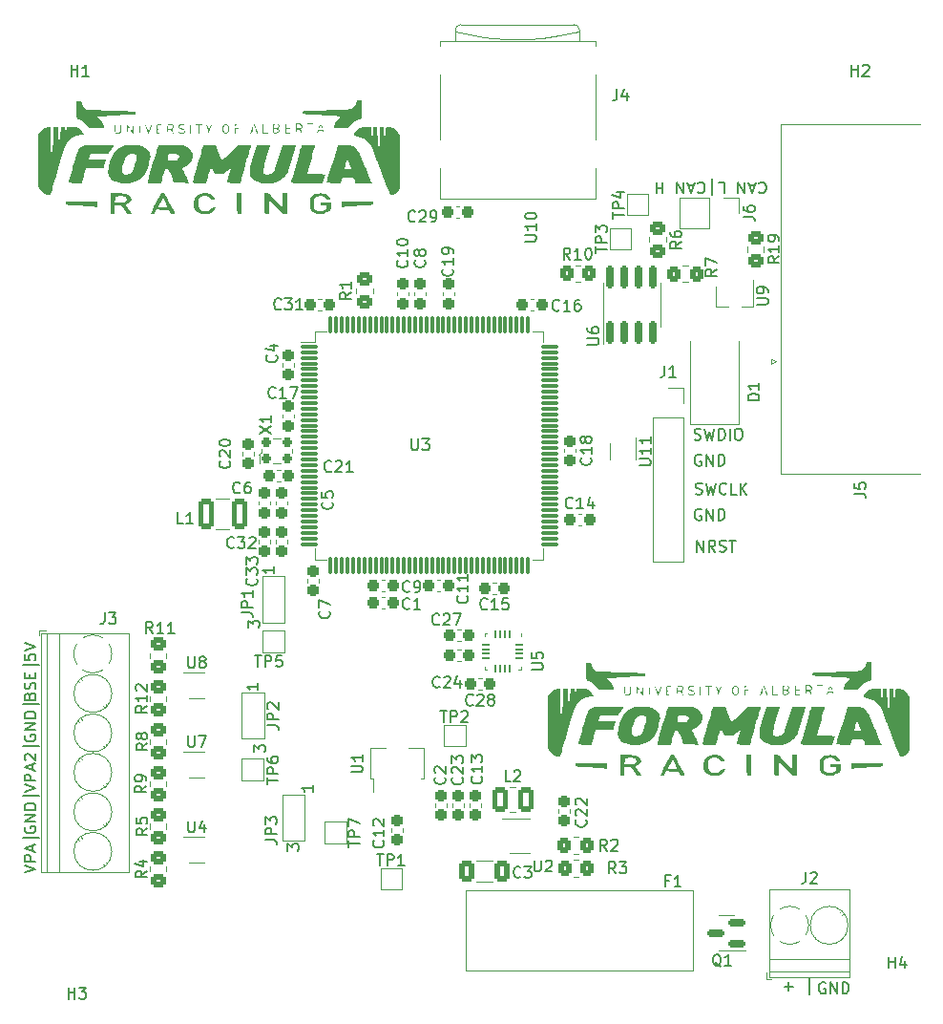
<source format=gto>
G04 #@! TF.GenerationSoftware,KiCad,Pcbnew,(6.0.5)*
G04 #@! TF.CreationDate,2023-02-25T22:29:41-07:00*
G04 #@! TF.ProjectId,EVCU,45564355-2e6b-4696-9361-645f70636258,rev?*
G04 #@! TF.SameCoordinates,Original*
G04 #@! TF.FileFunction,Legend,Top*
G04 #@! TF.FilePolarity,Positive*
%FSLAX46Y46*%
G04 Gerber Fmt 4.6, Leading zero omitted, Abs format (unit mm)*
G04 Created by KiCad (PCBNEW (6.0.5)) date 2023-02-25 22:29:41*
%MOMM*%
%LPD*%
G01*
G04 APERTURE LIST*
G04 Aperture macros list*
%AMRoundRect*
0 Rectangle with rounded corners*
0 $1 Rounding radius*
0 $2 $3 $4 $5 $6 $7 $8 $9 X,Y pos of 4 corners*
0 Add a 4 corners polygon primitive as box body*
4,1,4,$2,$3,$4,$5,$6,$7,$8,$9,$2,$3,0*
0 Add four circle primitives for the rounded corners*
1,1,$1+$1,$2,$3*
1,1,$1+$1,$4,$5*
1,1,$1+$1,$6,$7*
1,1,$1+$1,$8,$9*
0 Add four rect primitives between the rounded corners*
20,1,$1+$1,$2,$3,$4,$5,0*
20,1,$1+$1,$4,$5,$6,$7,0*
20,1,$1+$1,$6,$7,$8,$9,0*
20,1,$1+$1,$8,$9,$2,$3,0*%
%AMFreePoly0*
4,1,14,0.266715,0.088284,0.363284,-0.008285,0.375000,-0.036569,0.375000,-0.060000,0.363284,-0.088284,0.335000,-0.100000,-0.335000,-0.100000,-0.363284,-0.088284,-0.375000,-0.060000,-0.375000,0.060000,-0.363284,0.088284,-0.335000,0.100000,0.238431,0.100000,0.266715,0.088284,0.266715,0.088284,$1*%
%AMFreePoly1*
4,1,14,0.363284,0.088284,0.375000,0.060000,0.375000,0.036569,0.363284,0.008285,0.266715,-0.088284,0.238431,-0.100000,-0.335000,-0.100000,-0.363284,-0.088284,-0.375000,-0.060000,-0.375000,0.060000,-0.363284,0.088284,-0.335000,0.100000,0.335000,0.100000,0.363284,0.088284,0.363284,0.088284,$1*%
%AMFreePoly2*
4,1,14,0.088284,0.363284,0.100000,0.335000,0.100000,-0.335000,0.088284,-0.363284,0.060000,-0.375000,-0.060000,-0.375000,-0.088284,-0.363284,-0.100000,-0.335000,-0.100000,0.238431,-0.088284,0.266715,0.008285,0.363284,0.036569,0.375000,0.060000,0.375000,0.088284,0.363284,0.088284,0.363284,$1*%
%AMFreePoly3*
4,1,14,-0.008285,0.363284,0.088284,0.266715,0.100000,0.238431,0.100000,-0.335000,0.088284,-0.363284,0.060000,-0.375000,-0.060000,-0.375000,-0.088284,-0.363284,-0.100000,-0.335000,-0.100000,0.335000,-0.088284,0.363284,-0.060000,0.375000,-0.036569,0.375000,-0.008285,0.363284,-0.008285,0.363284,$1*%
%AMFreePoly4*
4,1,14,0.363284,0.088284,0.375000,0.060000,0.375000,-0.060000,0.363284,-0.088284,0.335000,-0.100000,-0.238431,-0.100000,-0.266715,-0.088284,-0.363284,0.008285,-0.375000,0.036569,-0.375000,0.060000,-0.363284,0.088284,-0.335000,0.100000,0.335000,0.100000,0.363284,0.088284,0.363284,0.088284,$1*%
%AMFreePoly5*
4,1,14,0.363284,0.088284,0.375000,0.060000,0.375000,-0.060000,0.363284,-0.088284,0.335000,-0.100000,-0.335000,-0.100000,-0.363284,-0.088284,-0.375000,-0.060000,-0.375000,-0.036569,-0.363284,-0.008285,-0.266715,0.088284,-0.238431,0.100000,0.335000,0.100000,0.363284,0.088284,0.363284,0.088284,$1*%
%AMFreePoly6*
4,1,14,0.088284,0.363284,0.100000,0.335000,0.100000,-0.238431,0.088284,-0.266715,-0.008285,-0.363284,-0.036569,-0.375000,-0.060000,-0.375000,-0.088284,-0.363284,-0.100000,-0.335000,-0.100000,0.335000,-0.088284,0.363284,-0.060000,0.375000,0.060000,0.375000,0.088284,0.363284,0.088284,0.363284,$1*%
%AMFreePoly7*
4,1,14,0.088284,0.363284,0.100000,0.335000,0.100000,-0.335000,0.088284,-0.363284,0.060000,-0.375000,0.036569,-0.375000,0.008285,-0.363284,-0.088284,-0.266715,-0.100000,-0.238431,-0.100000,0.335000,-0.088284,0.363284,-0.060000,0.375000,0.060000,0.375000,0.088284,0.363284,0.088284,0.363284,$1*%
%AMFreePoly8*
4,1,9,5.362500,-0.866500,1.237500,-0.866500,1.237500,-0.450000,-1.237500,-0.450000,-1.237500,0.450000,1.237500,0.450000,1.237500,0.866500,5.362500,0.866500,5.362500,-0.866500,5.362500,-0.866500,$1*%
G04 Aperture macros list end*
%ADD10C,0.150000*%
%ADD11C,0.120000*%
%ADD12R,1.500000X1.500000*%
%ADD13RoundRect,0.237500X0.237500X-0.300000X0.237500X0.300000X-0.237500X0.300000X-0.237500X-0.300000X0*%
%ADD14R,0.400000X1.500000*%
%ADD15R,1.500000X1.000000*%
%ADD16FreePoly0,270.000000*%
%ADD17RoundRect,0.050000X-0.050000X0.325000X-0.050000X-0.325000X0.050000X-0.325000X0.050000X0.325000X0*%
%ADD18FreePoly1,270.000000*%
%ADD19FreePoly2,270.000000*%
%ADD20RoundRect,0.050000X-0.325000X0.050000X-0.325000X-0.050000X0.325000X-0.050000X0.325000X0.050000X0*%
%ADD21FreePoly3,270.000000*%
%ADD22FreePoly4,270.000000*%
%ADD23FreePoly5,270.000000*%
%ADD24FreePoly6,270.000000*%
%ADD25FreePoly7,270.000000*%
%ADD26RoundRect,0.250001X0.462499X0.849999X-0.462499X0.849999X-0.462499X-0.849999X0.462499X-0.849999X0*%
%ADD27RoundRect,0.237500X0.300000X0.237500X-0.300000X0.237500X-0.300000X-0.237500X0.300000X-0.237500X0*%
%ADD28R,0.900000X2.300000*%
%ADD29FreePoly8,90.000000*%
%ADD30C,3.800000*%
%ADD31RoundRect,0.237500X-0.237500X0.300000X-0.237500X-0.300000X0.237500X-0.300000X0.237500X0.300000X0*%
%ADD32RoundRect,0.250001X-0.462499X-1.074999X0.462499X-1.074999X0.462499X1.074999X-0.462499X1.074999X0*%
%ADD33RoundRect,0.250000X-0.450000X0.350000X-0.450000X-0.350000X0.450000X-0.350000X0.450000X0.350000X0*%
%ADD34R,1.500000X0.400000*%
%ADD35RoundRect,0.250000X0.350000X0.450000X-0.350000X0.450000X-0.350000X-0.450000X0.350000X-0.450000X0*%
%ADD36RoundRect,0.250000X0.412500X0.650000X-0.412500X0.650000X-0.412500X-0.650000X0.412500X-0.650000X0*%
%ADD37R,2.000000X0.650000*%
%ADD38RoundRect,0.250000X-0.350000X-0.450000X0.350000X-0.450000X0.350000X0.450000X-0.350000X0.450000X0*%
%ADD39R,2.400000X2.400000*%
%ADD40C,2.400000*%
%ADD41C,2.235200*%
%ADD42RoundRect,0.075000X-0.662500X-0.075000X0.662500X-0.075000X0.662500X0.075000X-0.662500X0.075000X0*%
%ADD43RoundRect,0.075000X-0.075000X-0.662500X0.075000X-0.662500X0.075000X0.662500X-0.075000X0.662500X0*%
%ADD44RoundRect,0.237500X-0.300000X-0.237500X0.300000X-0.237500X0.300000X0.237500X-0.300000X0.237500X0*%
%ADD45R,1.700000X1.700000*%
%ADD46O,1.700000X1.700000*%
%ADD47RoundRect,0.150000X0.587500X0.150000X-0.587500X0.150000X-0.587500X-0.150000X0.587500X-0.150000X0*%
%ADD48R,2.300000X3.500000*%
%ADD49RoundRect,0.150000X0.150000X-0.825000X0.150000X0.825000X-0.150000X0.825000X-0.150000X-0.825000X0*%
%ADD50R,0.800000X1.500000*%
%ADD51R,1.450000X2.000000*%
%ADD52RoundRect,0.250000X0.450000X-0.350000X0.450000X0.350000X-0.450000X0.350000X-0.450000X-0.350000X0*%
%ADD53C,4.000000*%
%ADD54R,1.600000X1.600000*%
%ADD55C,1.600000*%
%ADD56RoundRect,0.200000X0.250000X-0.200000X0.250000X0.200000X-0.250000X0.200000X-0.250000X-0.200000X0*%
%ADD57R,0.800000X0.900000*%
%ADD58R,0.200000X0.450000*%
%ADD59R,2.800000X0.300000*%
G04 APERTURE END LIST*
D10*
X149637904Y-126614228D02*
X150399809Y-126614228D01*
X150018857Y-126995180D02*
X150018857Y-126233276D01*
X151876000Y-127328514D02*
X151876000Y-125899942D01*
X82205580Y-109376885D02*
X83205580Y-109043552D01*
X82205580Y-108710219D01*
X83205580Y-108376885D02*
X82205580Y-108376885D01*
X82205580Y-107995933D01*
X82253200Y-107900695D01*
X82300819Y-107853076D01*
X82396057Y-107805457D01*
X82538914Y-107805457D01*
X82634152Y-107853076D01*
X82681771Y-107900695D01*
X82729390Y-107995933D01*
X82729390Y-108376885D01*
X82919866Y-107424504D02*
X82919866Y-106948314D01*
X83205580Y-107519742D02*
X82205580Y-107186409D01*
X83205580Y-106853076D01*
X82300819Y-106567361D02*
X82253200Y-106519742D01*
X82205580Y-106424504D01*
X82205580Y-106186409D01*
X82253200Y-106091171D01*
X82300819Y-106043552D01*
X82396057Y-105995933D01*
X82491295Y-105995933D01*
X82634152Y-106043552D01*
X83205580Y-106614980D01*
X83205580Y-105995933D01*
X83538914Y-105329266D02*
X82110342Y-105329266D01*
X82205580Y-116520695D02*
X83205580Y-116187361D01*
X82205580Y-115854028D01*
X83205580Y-115520695D02*
X82205580Y-115520695D01*
X82205580Y-115139742D01*
X82253200Y-115044504D01*
X82300819Y-114996885D01*
X82396057Y-114949266D01*
X82538914Y-114949266D01*
X82634152Y-114996885D01*
X82681771Y-115044504D01*
X82729390Y-115139742D01*
X82729390Y-115520695D01*
X82919866Y-114568314D02*
X82919866Y-114092123D01*
X83205580Y-114663552D02*
X82205580Y-114330219D01*
X83205580Y-113996885D01*
X83538914Y-113425457D02*
X82110342Y-113425457D01*
X141756095Y-82954761D02*
X141898952Y-83002380D01*
X142137047Y-83002380D01*
X142232285Y-82954761D01*
X142279904Y-82907142D01*
X142327523Y-82811904D01*
X142327523Y-82716666D01*
X142279904Y-82621428D01*
X142232285Y-82573809D01*
X142137047Y-82526190D01*
X141946571Y-82478571D01*
X141851333Y-82430952D01*
X141803714Y-82383333D01*
X141756095Y-82288095D01*
X141756095Y-82192857D01*
X141803714Y-82097619D01*
X141851333Y-82050000D01*
X141946571Y-82002380D01*
X142184666Y-82002380D01*
X142327523Y-82050000D01*
X142660857Y-82002380D02*
X142898952Y-83002380D01*
X143089428Y-82288095D01*
X143279904Y-83002380D01*
X143518000Y-82002380D01*
X144470380Y-82907142D02*
X144422761Y-82954761D01*
X144279904Y-83002380D01*
X144184666Y-83002380D01*
X144041809Y-82954761D01*
X143946571Y-82859523D01*
X143898952Y-82764285D01*
X143851333Y-82573809D01*
X143851333Y-82430952D01*
X143898952Y-82240476D01*
X143946571Y-82145238D01*
X144041809Y-82050000D01*
X144184666Y-82002380D01*
X144279904Y-82002380D01*
X144422761Y-82050000D01*
X144470380Y-82097619D01*
X145375142Y-83002380D02*
X144898952Y-83002380D01*
X144898952Y-82002380D01*
X145708476Y-83002380D02*
X145708476Y-82002380D01*
X146279904Y-83002380D02*
X145851333Y-82430952D01*
X146279904Y-82002380D02*
X145708476Y-82573809D01*
X153238295Y-126296800D02*
X153143057Y-126249180D01*
X153000200Y-126249180D01*
X152857342Y-126296800D01*
X152762104Y-126392038D01*
X152714485Y-126487276D01*
X152666866Y-126677752D01*
X152666866Y-126820609D01*
X152714485Y-127011085D01*
X152762104Y-127106323D01*
X152857342Y-127201561D01*
X153000200Y-127249180D01*
X153095438Y-127249180D01*
X153238295Y-127201561D01*
X153285914Y-127153942D01*
X153285914Y-126820609D01*
X153095438Y-126820609D01*
X153714485Y-127249180D02*
X153714485Y-126249180D01*
X154285914Y-127249180D01*
X154285914Y-126249180D01*
X154762104Y-127249180D02*
X154762104Y-126249180D01*
X155000200Y-126249180D01*
X155143057Y-126296800D01*
X155238295Y-126392038D01*
X155285914Y-126487276D01*
X155333533Y-126677752D01*
X155333533Y-126820609D01*
X155285914Y-127011085D01*
X155238295Y-127106323D01*
X155143057Y-127201561D01*
X155000200Y-127249180D01*
X154762104Y-127249180D01*
X141644952Y-78128761D02*
X141787809Y-78176380D01*
X142025904Y-78176380D01*
X142121142Y-78128761D01*
X142168761Y-78081142D01*
X142216380Y-77985904D01*
X142216380Y-77890666D01*
X142168761Y-77795428D01*
X142121142Y-77747809D01*
X142025904Y-77700190D01*
X141835428Y-77652571D01*
X141740190Y-77604952D01*
X141692571Y-77557333D01*
X141644952Y-77462095D01*
X141644952Y-77366857D01*
X141692571Y-77271619D01*
X141740190Y-77224000D01*
X141835428Y-77176380D01*
X142073523Y-77176380D01*
X142216380Y-77224000D01*
X142549714Y-77176380D02*
X142787809Y-78176380D01*
X142978285Y-77462095D01*
X143168761Y-78176380D01*
X143406857Y-77176380D01*
X143787809Y-78176380D02*
X143787809Y-77176380D01*
X144025904Y-77176380D01*
X144168761Y-77224000D01*
X144264000Y-77319238D01*
X144311619Y-77414476D01*
X144359238Y-77604952D01*
X144359238Y-77747809D01*
X144311619Y-77938285D01*
X144264000Y-78033523D01*
X144168761Y-78128761D01*
X144025904Y-78176380D01*
X143787809Y-78176380D01*
X144787809Y-78176380D02*
X144787809Y-77176380D01*
X145454476Y-77176380D02*
X145644952Y-77176380D01*
X145740190Y-77224000D01*
X145835428Y-77319238D01*
X145883047Y-77509714D01*
X145883047Y-77843047D01*
X145835428Y-78033523D01*
X145740190Y-78128761D01*
X145644952Y-78176380D01*
X145454476Y-78176380D01*
X145359238Y-78128761D01*
X145264000Y-78033523D01*
X145216380Y-77843047D01*
X145216380Y-77509714D01*
X145264000Y-77319238D01*
X145359238Y-77224000D01*
X145454476Y-77176380D01*
X147374292Y-55412057D02*
X147421911Y-55364438D01*
X147564769Y-55316819D01*
X147660007Y-55316819D01*
X147802864Y-55364438D01*
X147898102Y-55459676D01*
X147945721Y-55554914D01*
X147993340Y-55745390D01*
X147993340Y-55888247D01*
X147945721Y-56078723D01*
X147898102Y-56173961D01*
X147802864Y-56269200D01*
X147660007Y-56316819D01*
X147564769Y-56316819D01*
X147421911Y-56269200D01*
X147374292Y-56221580D01*
X146993340Y-55602533D02*
X146517150Y-55602533D01*
X147088578Y-55316819D02*
X146755245Y-56316819D01*
X146421911Y-55316819D01*
X146088578Y-55316819D02*
X146088578Y-56316819D01*
X145517150Y-55316819D01*
X145517150Y-56316819D01*
X143802864Y-55316819D02*
X144279054Y-55316819D01*
X144279054Y-56316819D01*
X143231435Y-54983485D02*
X143231435Y-56412057D01*
X141937150Y-55412057D02*
X141984769Y-55364438D01*
X142127626Y-55316819D01*
X142222864Y-55316819D01*
X142365721Y-55364438D01*
X142460959Y-55459676D01*
X142508578Y-55554914D01*
X142556197Y-55745390D01*
X142556197Y-55888247D01*
X142508578Y-56078723D01*
X142460959Y-56173961D01*
X142365721Y-56269200D01*
X142222864Y-56316819D01*
X142127626Y-56316819D01*
X141984769Y-56269200D01*
X141937150Y-56221580D01*
X141556197Y-55602533D02*
X141080007Y-55602533D01*
X141651435Y-55316819D02*
X141318102Y-56316819D01*
X140984769Y-55316819D01*
X140651435Y-55316819D02*
X140651435Y-56316819D01*
X140080007Y-55316819D01*
X140080007Y-56316819D01*
X138841911Y-55316819D02*
X138841911Y-56316819D01*
X138841911Y-55840628D02*
X138270483Y-55840628D01*
X138270483Y-55316819D02*
X138270483Y-56316819D01*
X141867142Y-88082380D02*
X141867142Y-87082380D01*
X142438571Y-88082380D01*
X142438571Y-87082380D01*
X143486190Y-88082380D02*
X143152857Y-87606190D01*
X142914761Y-88082380D02*
X142914761Y-87082380D01*
X143295714Y-87082380D01*
X143390952Y-87130000D01*
X143438571Y-87177619D01*
X143486190Y-87272857D01*
X143486190Y-87415714D01*
X143438571Y-87510952D01*
X143390952Y-87558571D01*
X143295714Y-87606190D01*
X142914761Y-87606190D01*
X143867142Y-88034761D02*
X144010000Y-88082380D01*
X144248095Y-88082380D01*
X144343333Y-88034761D01*
X144390952Y-87987142D01*
X144438571Y-87891904D01*
X144438571Y-87796666D01*
X144390952Y-87701428D01*
X144343333Y-87653809D01*
X144248095Y-87606190D01*
X144057619Y-87558571D01*
X143962380Y-87510952D01*
X143914761Y-87463333D01*
X143867142Y-87368095D01*
X143867142Y-87272857D01*
X143914761Y-87177619D01*
X143962380Y-87130000D01*
X144057619Y-87082380D01*
X144295714Y-87082380D01*
X144438571Y-87130000D01*
X144724285Y-87082380D02*
X145295714Y-87082380D01*
X145010000Y-88082380D02*
X145010000Y-87082380D01*
X142240095Y-84336000D02*
X142144857Y-84288380D01*
X142002000Y-84288380D01*
X141859142Y-84336000D01*
X141763904Y-84431238D01*
X141716285Y-84526476D01*
X141668666Y-84716952D01*
X141668666Y-84859809D01*
X141716285Y-85050285D01*
X141763904Y-85145523D01*
X141859142Y-85240761D01*
X142002000Y-85288380D01*
X142097238Y-85288380D01*
X142240095Y-85240761D01*
X142287714Y-85193142D01*
X142287714Y-84859809D01*
X142097238Y-84859809D01*
X142716285Y-85288380D02*
X142716285Y-84288380D01*
X143287714Y-85288380D01*
X143287714Y-84288380D01*
X143763904Y-85288380D02*
X143763904Y-84288380D01*
X144002000Y-84288380D01*
X144144857Y-84336000D01*
X144240095Y-84431238D01*
X144287714Y-84526476D01*
X144335333Y-84716952D01*
X144335333Y-84859809D01*
X144287714Y-85050285D01*
X144240095Y-85145523D01*
X144144857Y-85240761D01*
X144002000Y-85288380D01*
X143763904Y-85288380D01*
X82205580Y-97193076D02*
X82205580Y-97669266D01*
X82681771Y-97716885D01*
X82634152Y-97669266D01*
X82586533Y-97574028D01*
X82586533Y-97335933D01*
X82634152Y-97240695D01*
X82681771Y-97193076D01*
X82777009Y-97145457D01*
X83015104Y-97145457D01*
X83110342Y-97193076D01*
X83157961Y-97240695D01*
X83205580Y-97335933D01*
X83205580Y-97574028D01*
X83157961Y-97669266D01*
X83110342Y-97716885D01*
X82205580Y-96859742D02*
X83205580Y-96526409D01*
X82205580Y-96193076D01*
X82253200Y-104336695D02*
X82205580Y-104431933D01*
X82205580Y-104574790D01*
X82253200Y-104717647D01*
X82348438Y-104812885D01*
X82443676Y-104860504D01*
X82634152Y-104908123D01*
X82777009Y-104908123D01*
X82967485Y-104860504D01*
X83062723Y-104812885D01*
X83157961Y-104717647D01*
X83205580Y-104574790D01*
X83205580Y-104479552D01*
X83157961Y-104336695D01*
X83110342Y-104289076D01*
X82777009Y-104289076D01*
X82777009Y-104479552D01*
X83205580Y-103860504D02*
X82205580Y-103860504D01*
X83205580Y-103289076D01*
X82205580Y-103289076D01*
X83205580Y-102812885D02*
X82205580Y-102812885D01*
X82205580Y-102574790D01*
X82253200Y-102431933D01*
X82348438Y-102336695D01*
X82443676Y-102289076D01*
X82634152Y-102241457D01*
X82777009Y-102241457D01*
X82967485Y-102289076D01*
X83062723Y-102336695D01*
X83157961Y-102431933D01*
X83205580Y-102574790D01*
X83205580Y-102812885D01*
X83538914Y-101574790D02*
X82110342Y-101574790D01*
X82253200Y-112464695D02*
X82205580Y-112559933D01*
X82205580Y-112702790D01*
X82253200Y-112845647D01*
X82348438Y-112940885D01*
X82443676Y-112988504D01*
X82634152Y-113036123D01*
X82777009Y-113036123D01*
X82967485Y-112988504D01*
X83062723Y-112940885D01*
X83157961Y-112845647D01*
X83205580Y-112702790D01*
X83205580Y-112607552D01*
X83157961Y-112464695D01*
X83110342Y-112417076D01*
X82777009Y-112417076D01*
X82777009Y-112607552D01*
X83205580Y-111988504D02*
X82205580Y-111988504D01*
X83205580Y-111417076D01*
X82205580Y-111417076D01*
X83205580Y-110940885D02*
X82205580Y-110940885D01*
X82205580Y-110702790D01*
X82253200Y-110559933D01*
X82348438Y-110464695D01*
X82443676Y-110417076D01*
X82634152Y-110369457D01*
X82777009Y-110369457D01*
X82967485Y-110417076D01*
X83062723Y-110464695D01*
X83157961Y-110559933D01*
X83205580Y-110702790D01*
X83205580Y-110940885D01*
X83538914Y-109702790D02*
X82110342Y-109702790D01*
X82681771Y-100875933D02*
X82729390Y-100733076D01*
X82777009Y-100685457D01*
X82872247Y-100637838D01*
X83015104Y-100637838D01*
X83110342Y-100685457D01*
X83157961Y-100733076D01*
X83205580Y-100828314D01*
X83205580Y-101209266D01*
X82205580Y-101209266D01*
X82205580Y-100875933D01*
X82253200Y-100780695D01*
X82300819Y-100733076D01*
X82396057Y-100685457D01*
X82491295Y-100685457D01*
X82586533Y-100733076D01*
X82634152Y-100780695D01*
X82681771Y-100875933D01*
X82681771Y-101209266D01*
X83157961Y-100256885D02*
X83205580Y-100114028D01*
X83205580Y-99875933D01*
X83157961Y-99780695D01*
X83110342Y-99733076D01*
X83015104Y-99685457D01*
X82919866Y-99685457D01*
X82824628Y-99733076D01*
X82777009Y-99780695D01*
X82729390Y-99875933D01*
X82681771Y-100066409D01*
X82634152Y-100161647D01*
X82586533Y-100209266D01*
X82491295Y-100256885D01*
X82396057Y-100256885D01*
X82300819Y-100209266D01*
X82253200Y-100161647D01*
X82205580Y-100066409D01*
X82205580Y-99828314D01*
X82253200Y-99685457D01*
X82681771Y-99256885D02*
X82681771Y-98923552D01*
X83205580Y-98780695D02*
X83205580Y-99256885D01*
X82205580Y-99256885D01*
X82205580Y-98780695D01*
X83538914Y-98114028D02*
X82110342Y-98114028D01*
X142240095Y-79510000D02*
X142144857Y-79462380D01*
X142002000Y-79462380D01*
X141859142Y-79510000D01*
X141763904Y-79605238D01*
X141716285Y-79700476D01*
X141668666Y-79890952D01*
X141668666Y-80033809D01*
X141716285Y-80224285D01*
X141763904Y-80319523D01*
X141859142Y-80414761D01*
X142002000Y-80462380D01*
X142097238Y-80462380D01*
X142240095Y-80414761D01*
X142287714Y-80367142D01*
X142287714Y-80033809D01*
X142097238Y-80033809D01*
X142716285Y-80462380D02*
X142716285Y-79462380D01*
X143287714Y-80462380D01*
X143287714Y-79462380D01*
X143763904Y-80462380D02*
X143763904Y-79462380D01*
X144002000Y-79462380D01*
X144144857Y-79510000D01*
X144240095Y-79605238D01*
X144287714Y-79700476D01*
X144335333Y-79890952D01*
X144335333Y-80033809D01*
X144287714Y-80224285D01*
X144240095Y-80319523D01*
X144144857Y-80414761D01*
X144002000Y-80462380D01*
X143763904Y-80462380D01*
X134383911Y-58555104D02*
X134383911Y-57983676D01*
X135383911Y-58269390D02*
X134383911Y-58269390D01*
X135383911Y-57650342D02*
X134383911Y-57650342D01*
X134383911Y-57269390D01*
X134431531Y-57174152D01*
X134479150Y-57126533D01*
X134574388Y-57078914D01*
X134717245Y-57078914D01*
X134812483Y-57126533D01*
X134860102Y-57174152D01*
X134907721Y-57269390D01*
X134907721Y-57650342D01*
X134717245Y-56221771D02*
X135383911Y-56221771D01*
X134336292Y-56459866D02*
X135050578Y-56697961D01*
X135050578Y-56078914D01*
X132859911Y-61603104D02*
X132859911Y-61031676D01*
X133859911Y-61317390D02*
X132859911Y-61317390D01*
X133859911Y-60698342D02*
X132859911Y-60698342D01*
X132859911Y-60317390D01*
X132907531Y-60222152D01*
X132955150Y-60174533D01*
X133050388Y-60126914D01*
X133193245Y-60126914D01*
X133288483Y-60174533D01*
X133336102Y-60222152D01*
X133383721Y-60317390D01*
X133383721Y-60698342D01*
X132859911Y-59793580D02*
X132859911Y-59174533D01*
X133240864Y-59507866D01*
X133240864Y-59365009D01*
X133288483Y-59269771D01*
X133336102Y-59222152D01*
X133431340Y-59174533D01*
X133669435Y-59174533D01*
X133764673Y-59222152D01*
X133812292Y-59269771D01*
X133859911Y-59365009D01*
X133859911Y-59650723D01*
X133812292Y-59745961D01*
X133764673Y-59793580D01*
X131986342Y-111841724D02*
X132033961Y-111889343D01*
X132081580Y-112032200D01*
X132081580Y-112127438D01*
X132033961Y-112270295D01*
X131938723Y-112365533D01*
X131843485Y-112413152D01*
X131653009Y-112460771D01*
X131510152Y-112460771D01*
X131319676Y-112413152D01*
X131224438Y-112365533D01*
X131129200Y-112270295D01*
X131081580Y-112127438D01*
X131081580Y-112032200D01*
X131129200Y-111889343D01*
X131176819Y-111841724D01*
X131176819Y-111460771D02*
X131129200Y-111413152D01*
X131081580Y-111317914D01*
X131081580Y-111079819D01*
X131129200Y-110984581D01*
X131176819Y-110936962D01*
X131272057Y-110889343D01*
X131367295Y-110889343D01*
X131510152Y-110936962D01*
X132081580Y-111508390D01*
X132081580Y-110889343D01*
X131176819Y-110508390D02*
X131129200Y-110460771D01*
X131081580Y-110365533D01*
X131081580Y-110127438D01*
X131129200Y-110032200D01*
X131176819Y-109984581D01*
X131272057Y-109936962D01*
X131367295Y-109936962D01*
X131510152Y-109984581D01*
X132081580Y-110556009D01*
X132081580Y-109936962D01*
X136758180Y-80435295D02*
X137567704Y-80435295D01*
X137662942Y-80387676D01*
X137710561Y-80340057D01*
X137758180Y-80244819D01*
X137758180Y-80054342D01*
X137710561Y-79959104D01*
X137662942Y-79911485D01*
X137567704Y-79863866D01*
X136758180Y-79863866D01*
X137758180Y-78863866D02*
X137758180Y-79435295D01*
X137758180Y-79149580D02*
X136758180Y-79149580D01*
X136901038Y-79244819D01*
X136996276Y-79340057D01*
X137043895Y-79435295D01*
X137758180Y-77911485D02*
X137758180Y-78482914D01*
X137758180Y-78197200D02*
X136758180Y-78197200D01*
X136901038Y-78292438D01*
X136996276Y-78387676D01*
X137043895Y-78482914D01*
X101458780Y-93492533D02*
X102173066Y-93492533D01*
X102315923Y-93540152D01*
X102411161Y-93635390D01*
X102458780Y-93778247D01*
X102458780Y-93873485D01*
X102458780Y-93016342D02*
X101458780Y-93016342D01*
X101458780Y-92635390D01*
X101506400Y-92540152D01*
X101554019Y-92492533D01*
X101649257Y-92444914D01*
X101792114Y-92444914D01*
X101887352Y-92492533D01*
X101934971Y-92540152D01*
X101982590Y-92635390D01*
X101982590Y-93016342D01*
X102458780Y-91492533D02*
X102458780Y-92063961D01*
X102458780Y-91778247D02*
X101458780Y-91778247D01*
X101601638Y-91873485D01*
X101696876Y-91968723D01*
X101744495Y-92063961D01*
X102068380Y-94795933D02*
X102068380Y-94176885D01*
X102449333Y-94510219D01*
X102449333Y-94367361D01*
X102496952Y-94272123D01*
X102544571Y-94224504D01*
X102639809Y-94176885D01*
X102877904Y-94176885D01*
X102973142Y-94224504D01*
X103020761Y-94272123D01*
X103068380Y-94367361D01*
X103068380Y-94653076D01*
X103020761Y-94748314D01*
X102973142Y-94795933D01*
X104338380Y-89417885D02*
X104338380Y-89989314D01*
X104338380Y-89703600D02*
X103338380Y-89703600D01*
X103481238Y-89798838D01*
X103576476Y-89894076D01*
X103624095Y-89989314D01*
X120143542Y-63025257D02*
X120191161Y-63072876D01*
X120238780Y-63215733D01*
X120238780Y-63310971D01*
X120191161Y-63453828D01*
X120095923Y-63549066D01*
X120000685Y-63596685D01*
X119810209Y-63644304D01*
X119667352Y-63644304D01*
X119476876Y-63596685D01*
X119381638Y-63549066D01*
X119286400Y-63453828D01*
X119238780Y-63310971D01*
X119238780Y-63215733D01*
X119286400Y-63072876D01*
X119334019Y-63025257D01*
X120238780Y-62072876D02*
X120238780Y-62644304D01*
X120238780Y-62358590D02*
X119238780Y-62358590D01*
X119381638Y-62453828D01*
X119476876Y-62549066D01*
X119524495Y-62644304D01*
X120238780Y-61596685D02*
X120238780Y-61406209D01*
X120191161Y-61310971D01*
X120143542Y-61263352D01*
X120000685Y-61168114D01*
X119810209Y-61120495D01*
X119429257Y-61120495D01*
X119334019Y-61168114D01*
X119286400Y-61215733D01*
X119238780Y-61310971D01*
X119238780Y-61501447D01*
X119286400Y-61596685D01*
X119334019Y-61644304D01*
X119429257Y-61691923D01*
X119667352Y-61691923D01*
X119762590Y-61644304D01*
X119810209Y-61596685D01*
X119857828Y-61501447D01*
X119857828Y-61310971D01*
X119810209Y-61215733D01*
X119762590Y-61168114D01*
X119667352Y-61120495D01*
X127214380Y-98551904D02*
X128023904Y-98551904D01*
X128119142Y-98504285D01*
X128166761Y-98456666D01*
X128214380Y-98361428D01*
X128214380Y-98170952D01*
X128166761Y-98075714D01*
X128119142Y-98028095D01*
X128023904Y-97980476D01*
X127214380Y-97980476D01*
X127214380Y-97028095D02*
X127214380Y-97504285D01*
X127690571Y-97551904D01*
X127642952Y-97504285D01*
X127595333Y-97409047D01*
X127595333Y-97170952D01*
X127642952Y-97075714D01*
X127690571Y-97028095D01*
X127785809Y-96980476D01*
X128023904Y-96980476D01*
X128119142Y-97028095D01*
X128166761Y-97075714D01*
X128214380Y-97170952D01*
X128214380Y-97409047D01*
X128166761Y-97504285D01*
X128119142Y-97551904D01*
X125366533Y-108456980D02*
X124890342Y-108456980D01*
X124890342Y-107456980D01*
X125652247Y-107552219D02*
X125699866Y-107504600D01*
X125795104Y-107456980D01*
X126033200Y-107456980D01*
X126128438Y-107504600D01*
X126176057Y-107552219D01*
X126223676Y-107647457D01*
X126223676Y-107742695D01*
X126176057Y-107885552D01*
X125604628Y-108456980D01*
X126223676Y-108456980D01*
X121997542Y-101625342D02*
X121949923Y-101672961D01*
X121807066Y-101720580D01*
X121711828Y-101720580D01*
X121568971Y-101672961D01*
X121473733Y-101577723D01*
X121426114Y-101482485D01*
X121378495Y-101292009D01*
X121378495Y-101149152D01*
X121426114Y-100958676D01*
X121473733Y-100863438D01*
X121568971Y-100768200D01*
X121711828Y-100720580D01*
X121807066Y-100720580D01*
X121949923Y-100768200D01*
X121997542Y-100815819D01*
X122378495Y-100815819D02*
X122426114Y-100768200D01*
X122521352Y-100720580D01*
X122759447Y-100720580D01*
X122854685Y-100768200D01*
X122902304Y-100815819D01*
X122949923Y-100911057D01*
X122949923Y-101006295D01*
X122902304Y-101149152D01*
X122330876Y-101720580D01*
X122949923Y-101720580D01*
X123521352Y-101149152D02*
X123426114Y-101101533D01*
X123378495Y-101053914D01*
X123330876Y-100958676D01*
X123330876Y-100911057D01*
X123378495Y-100815819D01*
X123426114Y-100768200D01*
X123521352Y-100720580D01*
X123711828Y-100720580D01*
X123807066Y-100768200D01*
X123854685Y-100815819D01*
X123902304Y-100911057D01*
X123902304Y-100958676D01*
X123854685Y-101053914D01*
X123807066Y-101101533D01*
X123711828Y-101149152D01*
X123521352Y-101149152D01*
X123426114Y-101196771D01*
X123378495Y-101244390D01*
X123330876Y-101339628D01*
X123330876Y-101530104D01*
X123378495Y-101625342D01*
X123426114Y-101672961D01*
X123521352Y-101720580D01*
X123711828Y-101720580D01*
X123807066Y-101672961D01*
X123854685Y-101625342D01*
X123902304Y-101530104D01*
X123902304Y-101339628D01*
X123854685Y-101244390D01*
X123807066Y-101196771D01*
X123711828Y-101149152D01*
X111217580Y-107624504D02*
X112027104Y-107624504D01*
X112122342Y-107576885D01*
X112169961Y-107529266D01*
X112217580Y-107434028D01*
X112217580Y-107243552D01*
X112169961Y-107148314D01*
X112122342Y-107100695D01*
X112027104Y-107053076D01*
X111217580Y-107053076D01*
X112217580Y-106053076D02*
X112217580Y-106624504D01*
X112217580Y-106338790D02*
X111217580Y-106338790D01*
X111360438Y-106434028D01*
X111455676Y-106529266D01*
X111503295Y-106624504D01*
X110958380Y-114241104D02*
X110958380Y-113669676D01*
X111958380Y-113955390D02*
X110958380Y-113955390D01*
X111958380Y-113336342D02*
X110958380Y-113336342D01*
X110958380Y-112955390D01*
X111006000Y-112860152D01*
X111053619Y-112812533D01*
X111148857Y-112764914D01*
X111291714Y-112764914D01*
X111386952Y-112812533D01*
X111434571Y-112860152D01*
X111482190Y-112955390D01*
X111482190Y-113336342D01*
X110958380Y-112431580D02*
X110958380Y-111764914D01*
X111958380Y-112193485D01*
X86360095Y-45918380D02*
X86360095Y-44918380D01*
X86360095Y-45394571D02*
X86931523Y-45394571D01*
X86931523Y-45918380D02*
X86931523Y-44918380D01*
X87931523Y-45918380D02*
X87360095Y-45918380D01*
X87645809Y-45918380D02*
X87645809Y-44918380D01*
X87550571Y-45061238D01*
X87455333Y-45156476D01*
X87360095Y-45204095D01*
X114022142Y-113672857D02*
X114069761Y-113720476D01*
X114117380Y-113863333D01*
X114117380Y-113958571D01*
X114069761Y-114101428D01*
X113974523Y-114196666D01*
X113879285Y-114244285D01*
X113688809Y-114291904D01*
X113545952Y-114291904D01*
X113355476Y-114244285D01*
X113260238Y-114196666D01*
X113165000Y-114101428D01*
X113117380Y-113958571D01*
X113117380Y-113863333D01*
X113165000Y-113720476D01*
X113212619Y-113672857D01*
X114117380Y-112720476D02*
X114117380Y-113291904D01*
X114117380Y-113006190D02*
X113117380Y-113006190D01*
X113260238Y-113101428D01*
X113355476Y-113196666D01*
X113403095Y-113291904D01*
X113212619Y-112339523D02*
X113165000Y-112291904D01*
X113117380Y-112196666D01*
X113117380Y-111958571D01*
X113165000Y-111863333D01*
X113212619Y-111815714D01*
X113307857Y-111768095D01*
X113403095Y-111768095D01*
X113545952Y-111815714D01*
X114117380Y-112387142D01*
X114117380Y-111768095D01*
X155575095Y-45918380D02*
X155575095Y-44918380D01*
X155575095Y-45394571D02*
X156146523Y-45394571D01*
X156146523Y-45918380D02*
X156146523Y-44918380D01*
X156575095Y-45013619D02*
X156622714Y-44966000D01*
X156717952Y-44918380D01*
X156956047Y-44918380D01*
X157051285Y-44966000D01*
X157098904Y-45013619D01*
X157146523Y-45108857D01*
X157146523Y-45204095D01*
X157098904Y-45346952D01*
X156527476Y-45918380D01*
X157146523Y-45918380D01*
X96302533Y-85593180D02*
X95826342Y-85593180D01*
X95826342Y-84593180D01*
X97159676Y-85593180D02*
X96588247Y-85593180D01*
X96873961Y-85593180D02*
X96873961Y-84593180D01*
X96778723Y-84736038D01*
X96683485Y-84831276D01*
X96588247Y-84878895D01*
X132437142Y-79763857D02*
X132484761Y-79811476D01*
X132532380Y-79954333D01*
X132532380Y-80049571D01*
X132484761Y-80192428D01*
X132389523Y-80287666D01*
X132294285Y-80335285D01*
X132103809Y-80382904D01*
X131960952Y-80382904D01*
X131770476Y-80335285D01*
X131675238Y-80287666D01*
X131580000Y-80192428D01*
X131532380Y-80049571D01*
X131532380Y-79954333D01*
X131580000Y-79811476D01*
X131627619Y-79763857D01*
X132532380Y-78811476D02*
X132532380Y-79382904D01*
X132532380Y-79097190D02*
X131532380Y-79097190D01*
X131675238Y-79192428D01*
X131770476Y-79287666D01*
X131818095Y-79382904D01*
X131960952Y-78240047D02*
X131913333Y-78335285D01*
X131865714Y-78382904D01*
X131770476Y-78430523D01*
X131722857Y-78430523D01*
X131627619Y-78382904D01*
X131580000Y-78335285D01*
X131532380Y-78240047D01*
X131532380Y-78049571D01*
X131580000Y-77954333D01*
X131627619Y-77906714D01*
X131722857Y-77859095D01*
X131770476Y-77859095D01*
X131865714Y-77906714D01*
X131913333Y-77954333D01*
X131960952Y-78049571D01*
X131960952Y-78240047D01*
X132008571Y-78335285D01*
X132056190Y-78382904D01*
X132151428Y-78430523D01*
X132341904Y-78430523D01*
X132437142Y-78382904D01*
X132484761Y-78335285D01*
X132532380Y-78240047D01*
X132532380Y-78049571D01*
X132484761Y-77954333D01*
X132437142Y-77906714D01*
X132341904Y-77859095D01*
X132151428Y-77859095D01*
X132056190Y-77906714D01*
X132008571Y-77954333D01*
X131960952Y-78049571D01*
X104979542Y-66540342D02*
X104931923Y-66587961D01*
X104789066Y-66635580D01*
X104693828Y-66635580D01*
X104550971Y-66587961D01*
X104455733Y-66492723D01*
X104408114Y-66397485D01*
X104360495Y-66207009D01*
X104360495Y-66064152D01*
X104408114Y-65873676D01*
X104455733Y-65778438D01*
X104550971Y-65683200D01*
X104693828Y-65635580D01*
X104789066Y-65635580D01*
X104931923Y-65683200D01*
X104979542Y-65730819D01*
X105312876Y-65635580D02*
X105931923Y-65635580D01*
X105598590Y-66016533D01*
X105741447Y-66016533D01*
X105836685Y-66064152D01*
X105884304Y-66111771D01*
X105931923Y-66207009D01*
X105931923Y-66445104D01*
X105884304Y-66540342D01*
X105836685Y-66587961D01*
X105741447Y-66635580D01*
X105455733Y-66635580D01*
X105360495Y-66587961D01*
X105312876Y-66540342D01*
X106884304Y-66635580D02*
X106312876Y-66635580D01*
X106598590Y-66635580D02*
X106598590Y-65635580D01*
X106503352Y-65778438D01*
X106408114Y-65873676D01*
X106312876Y-65921295D01*
X93009980Y-108827866D02*
X92533790Y-109161200D01*
X93009980Y-109399295D02*
X92009980Y-109399295D01*
X92009980Y-109018342D01*
X92057600Y-108923104D01*
X92105219Y-108875485D01*
X92200457Y-108827866D01*
X92343314Y-108827866D01*
X92438552Y-108875485D01*
X92486171Y-108923104D01*
X92533790Y-109018342D01*
X92533790Y-109399295D01*
X93009980Y-108351676D02*
X93009980Y-108161200D01*
X92962361Y-108065961D01*
X92914742Y-108018342D01*
X92771885Y-107923104D01*
X92581409Y-107875485D01*
X92200457Y-107875485D01*
X92105219Y-107923104D01*
X92057600Y-107970723D01*
X92009980Y-108065961D01*
X92009980Y-108256438D01*
X92057600Y-108351676D01*
X92105219Y-108399295D01*
X92200457Y-108446914D01*
X92438552Y-108446914D01*
X92533790Y-108399295D01*
X92581409Y-108351676D01*
X92629028Y-108256438D01*
X92629028Y-108065961D01*
X92581409Y-107970723D01*
X92533790Y-107923104D01*
X92438552Y-107875485D01*
X96723295Y-97375980D02*
X96723295Y-98185504D01*
X96770914Y-98280742D01*
X96818533Y-98328361D01*
X96913771Y-98375980D01*
X97104247Y-98375980D01*
X97199485Y-98328361D01*
X97247104Y-98280742D01*
X97294723Y-98185504D01*
X97294723Y-97375980D01*
X97913771Y-97804552D02*
X97818533Y-97756933D01*
X97770914Y-97709314D01*
X97723295Y-97614076D01*
X97723295Y-97566457D01*
X97770914Y-97471219D01*
X97818533Y-97423600D01*
X97913771Y-97375980D01*
X98104247Y-97375980D01*
X98199485Y-97423600D01*
X98247104Y-97471219D01*
X98294723Y-97566457D01*
X98294723Y-97614076D01*
X98247104Y-97709314D01*
X98199485Y-97756933D01*
X98104247Y-97804552D01*
X97913771Y-97804552D01*
X97818533Y-97852171D01*
X97770914Y-97899790D01*
X97723295Y-97995028D01*
X97723295Y-98185504D01*
X97770914Y-98280742D01*
X97818533Y-98328361D01*
X97913771Y-98375980D01*
X98104247Y-98375980D01*
X98199485Y-98328361D01*
X98247104Y-98280742D01*
X98294723Y-98185504D01*
X98294723Y-97995028D01*
X98247104Y-97899790D01*
X98199485Y-97852171D01*
X98104247Y-97804552D01*
X117705142Y-62244266D02*
X117752761Y-62291885D01*
X117800380Y-62434742D01*
X117800380Y-62529980D01*
X117752761Y-62672838D01*
X117657523Y-62768076D01*
X117562285Y-62815695D01*
X117371809Y-62863314D01*
X117228952Y-62863314D01*
X117038476Y-62815695D01*
X116943238Y-62768076D01*
X116848000Y-62672838D01*
X116800380Y-62529980D01*
X116800380Y-62434742D01*
X116848000Y-62291885D01*
X116895619Y-62244266D01*
X117228952Y-61672838D02*
X117181333Y-61768076D01*
X117133714Y-61815695D01*
X117038476Y-61863314D01*
X116990857Y-61863314D01*
X116895619Y-61815695D01*
X116848000Y-61768076D01*
X116800380Y-61672838D01*
X116800380Y-61482361D01*
X116848000Y-61387123D01*
X116895619Y-61339504D01*
X116990857Y-61291885D01*
X117038476Y-61291885D01*
X117133714Y-61339504D01*
X117181333Y-61387123D01*
X117228952Y-61482361D01*
X117228952Y-61672838D01*
X117276571Y-61768076D01*
X117324190Y-61815695D01*
X117419428Y-61863314D01*
X117609904Y-61863314D01*
X117705142Y-61815695D01*
X117752761Y-61768076D01*
X117800380Y-61672838D01*
X117800380Y-61482361D01*
X117752761Y-61387123D01*
X117705142Y-61339504D01*
X117609904Y-61291885D01*
X117419428Y-61291885D01*
X117324190Y-61339504D01*
X117276571Y-61387123D01*
X117228952Y-61482361D01*
X133879141Y-114587492D02*
X133545808Y-114111302D01*
X133307712Y-114587492D02*
X133307712Y-113587492D01*
X133688665Y-113587492D01*
X133783903Y-113635112D01*
X133831522Y-113682731D01*
X133879141Y-113777969D01*
X133879141Y-113920826D01*
X133831522Y-114016064D01*
X133783903Y-114063683D01*
X133688665Y-114111302D01*
X133307712Y-114111302D01*
X134260093Y-113682731D02*
X134307712Y-113635112D01*
X134402950Y-113587492D01*
X134641046Y-113587492D01*
X134736284Y-113635112D01*
X134783903Y-113682731D01*
X134831522Y-113777969D01*
X134831522Y-113873207D01*
X134783903Y-114016064D01*
X134212474Y-114587492D01*
X134831522Y-114587492D01*
X103731980Y-103449333D02*
X104446266Y-103449333D01*
X104589123Y-103496952D01*
X104684361Y-103592190D01*
X104731980Y-103735047D01*
X104731980Y-103830285D01*
X104731980Y-102973142D02*
X103731980Y-102973142D01*
X103731980Y-102592190D01*
X103779600Y-102496952D01*
X103827219Y-102449333D01*
X103922457Y-102401714D01*
X104065314Y-102401714D01*
X104160552Y-102449333D01*
X104208171Y-102496952D01*
X104255790Y-102592190D01*
X104255790Y-102973142D01*
X103827219Y-102020761D02*
X103779600Y-101973142D01*
X103731980Y-101877904D01*
X103731980Y-101639809D01*
X103779600Y-101544571D01*
X103827219Y-101496952D01*
X103922457Y-101449333D01*
X104017695Y-101449333D01*
X104160552Y-101496952D01*
X104731980Y-102068380D01*
X104731980Y-101449333D01*
X102566980Y-105844933D02*
X102566980Y-105225885D01*
X102947933Y-105559219D01*
X102947933Y-105416361D01*
X102995552Y-105321123D01*
X103043171Y-105273504D01*
X103138409Y-105225885D01*
X103376504Y-105225885D01*
X103471742Y-105273504D01*
X103519361Y-105321123D01*
X103566980Y-105416361D01*
X103566980Y-105702076D01*
X103519361Y-105797314D01*
X103471742Y-105844933D01*
X102931980Y-99730285D02*
X102931980Y-100301714D01*
X102931980Y-100016000D02*
X101931980Y-100016000D01*
X102074838Y-100111238D01*
X102170076Y-100206476D01*
X102217695Y-100301714D01*
X126226941Y-116888998D02*
X126179322Y-116936617D01*
X126036465Y-116984236D01*
X125941227Y-116984236D01*
X125798369Y-116936617D01*
X125703131Y-116841379D01*
X125655512Y-116746141D01*
X125607893Y-116555665D01*
X125607893Y-116412808D01*
X125655512Y-116222332D01*
X125703131Y-116127094D01*
X125798369Y-116031856D01*
X125941227Y-115984236D01*
X126036465Y-115984236D01*
X126179322Y-116031856D01*
X126226941Y-116079475D01*
X126560274Y-115984236D02*
X127179322Y-115984236D01*
X126845988Y-116365189D01*
X126988846Y-116365189D01*
X127084084Y-116412808D01*
X127131703Y-116460427D01*
X127179322Y-116555665D01*
X127179322Y-116793760D01*
X127131703Y-116888998D01*
X127084084Y-116936617D01*
X126988846Y-116984236D01*
X126703131Y-116984236D01*
X126607893Y-116936617D01*
X126560274Y-116888998D01*
X93111580Y-105068666D02*
X92635390Y-105402000D01*
X93111580Y-105640095D02*
X92111580Y-105640095D01*
X92111580Y-105259142D01*
X92159200Y-105163904D01*
X92206819Y-105116285D01*
X92302057Y-105068666D01*
X92444914Y-105068666D01*
X92540152Y-105116285D01*
X92587771Y-105163904D01*
X92635390Y-105259142D01*
X92635390Y-105640095D01*
X92540152Y-104497238D02*
X92492533Y-104592476D01*
X92444914Y-104640095D01*
X92349676Y-104687714D01*
X92302057Y-104687714D01*
X92206819Y-104640095D01*
X92159200Y-104592476D01*
X92111580Y-104497238D01*
X92111580Y-104306761D01*
X92159200Y-104211523D01*
X92206819Y-104163904D01*
X92302057Y-104116285D01*
X92349676Y-104116285D01*
X92444914Y-104163904D01*
X92492533Y-104211523D01*
X92540152Y-104306761D01*
X92540152Y-104497238D01*
X92587771Y-104592476D01*
X92635390Y-104640095D01*
X92730628Y-104687714D01*
X92921104Y-104687714D01*
X93016342Y-104640095D01*
X93063961Y-104592476D01*
X93111580Y-104497238D01*
X93111580Y-104306761D01*
X93063961Y-104211523D01*
X93016342Y-104163904D01*
X92921104Y-104116285D01*
X92730628Y-104116285D01*
X92635390Y-104163904D01*
X92587771Y-104211523D01*
X92540152Y-104306761D01*
X130621873Y-62169680D02*
X130288540Y-61693490D01*
X130050445Y-62169680D02*
X130050445Y-61169680D01*
X130431397Y-61169680D01*
X130526635Y-61217300D01*
X130574254Y-61264919D01*
X130621873Y-61360157D01*
X130621873Y-61503014D01*
X130574254Y-61598252D01*
X130526635Y-61645871D01*
X130431397Y-61693490D01*
X130050445Y-61693490D01*
X131574254Y-62169680D02*
X131002826Y-62169680D01*
X131288540Y-62169680D02*
X131288540Y-61169680D01*
X131193302Y-61312538D01*
X131098064Y-61407776D01*
X131002826Y-61455395D01*
X132193302Y-61169680D02*
X132288540Y-61169680D01*
X132383778Y-61217300D01*
X132431397Y-61264919D01*
X132479016Y-61360157D01*
X132526635Y-61550633D01*
X132526635Y-61788728D01*
X132479016Y-61979204D01*
X132431397Y-62074442D01*
X132383778Y-62122061D01*
X132288540Y-62169680D01*
X132193302Y-62169680D01*
X132098064Y-62122061D01*
X132050445Y-62074442D01*
X132002826Y-61979204D01*
X131955207Y-61788728D01*
X131955207Y-61550633D01*
X132002826Y-61360157D01*
X132050445Y-61264919D01*
X132098064Y-61217300D01*
X132193302Y-61169680D01*
X127435103Y-115425436D02*
X127435103Y-116234960D01*
X127482722Y-116330198D01*
X127530341Y-116377817D01*
X127625579Y-116425436D01*
X127816055Y-116425436D01*
X127911293Y-116377817D01*
X127958912Y-116330198D01*
X128006531Y-116234960D01*
X128006531Y-115425436D01*
X128435103Y-115520675D02*
X128482722Y-115473056D01*
X128577960Y-115425436D01*
X128816055Y-115425436D01*
X128911293Y-115473056D01*
X128958912Y-115520675D01*
X129006531Y-115615913D01*
X129006531Y-115711151D01*
X128958912Y-115854008D01*
X128387484Y-116425436D01*
X129006531Y-116425436D01*
X93591142Y-95321380D02*
X93257809Y-94845190D01*
X93019714Y-95321380D02*
X93019714Y-94321380D01*
X93400666Y-94321380D01*
X93495904Y-94369000D01*
X93543523Y-94416619D01*
X93591142Y-94511857D01*
X93591142Y-94654714D01*
X93543523Y-94749952D01*
X93495904Y-94797571D01*
X93400666Y-94845190D01*
X93019714Y-94845190D01*
X94543523Y-95321380D02*
X93972095Y-95321380D01*
X94257809Y-95321380D02*
X94257809Y-94321380D01*
X94162571Y-94464238D01*
X94067333Y-94559476D01*
X93972095Y-94607095D01*
X95495904Y-95321380D02*
X94924476Y-95321380D01*
X95210190Y-95321380D02*
X95210190Y-94321380D01*
X95114952Y-94464238D01*
X95019714Y-94559476D01*
X94924476Y-94607095D01*
X123267542Y-93116342D02*
X123219923Y-93163961D01*
X123077066Y-93211580D01*
X122981828Y-93211580D01*
X122838971Y-93163961D01*
X122743733Y-93068723D01*
X122696114Y-92973485D01*
X122648495Y-92783009D01*
X122648495Y-92640152D01*
X122696114Y-92449676D01*
X122743733Y-92354438D01*
X122838971Y-92259200D01*
X122981828Y-92211580D01*
X123077066Y-92211580D01*
X123219923Y-92259200D01*
X123267542Y-92306819D01*
X124219923Y-93211580D02*
X123648495Y-93211580D01*
X123934209Y-93211580D02*
X123934209Y-92211580D01*
X123838971Y-92354438D01*
X123743733Y-92449676D01*
X123648495Y-92497295D01*
X125124685Y-92211580D02*
X124648495Y-92211580D01*
X124600876Y-92687771D01*
X124648495Y-92640152D01*
X124743733Y-92592533D01*
X124981828Y-92592533D01*
X125077066Y-92640152D01*
X125124685Y-92687771D01*
X125172304Y-92783009D01*
X125172304Y-93021104D01*
X125124685Y-93116342D01*
X125077066Y-93163961D01*
X124981828Y-93211580D01*
X124743733Y-93211580D01*
X124648495Y-93163961D01*
X124600876Y-93116342D01*
X102649495Y-97267780D02*
X103220923Y-97267780D01*
X102935209Y-98267780D02*
X102935209Y-97267780D01*
X103554257Y-98267780D02*
X103554257Y-97267780D01*
X103935209Y-97267780D01*
X104030447Y-97315400D01*
X104078066Y-97363019D01*
X104125685Y-97458257D01*
X104125685Y-97601114D01*
X104078066Y-97696352D01*
X104030447Y-97743971D01*
X103935209Y-97791590D01*
X103554257Y-97791590D01*
X105030447Y-97267780D02*
X104554257Y-97267780D01*
X104506638Y-97743971D01*
X104554257Y-97696352D01*
X104649495Y-97648733D01*
X104887590Y-97648733D01*
X104982828Y-97696352D01*
X105030447Y-97743971D01*
X105078066Y-97839209D01*
X105078066Y-98077304D01*
X105030447Y-98172542D01*
X104982828Y-98220161D01*
X104887590Y-98267780D01*
X104649495Y-98267780D01*
X104554257Y-98220161D01*
X104506638Y-98172542D01*
X143635911Y-63047866D02*
X143159721Y-63381200D01*
X143635911Y-63619295D02*
X142635911Y-63619295D01*
X142635911Y-63238342D01*
X142683531Y-63143104D01*
X142731150Y-63095485D01*
X142826388Y-63047866D01*
X142969245Y-63047866D01*
X143064483Y-63095485D01*
X143112102Y-63143104D01*
X143159721Y-63238342D01*
X143159721Y-63619295D01*
X142635911Y-62714533D02*
X142635911Y-62047866D01*
X143635911Y-62476438D01*
X96723295Y-104386380D02*
X96723295Y-105195904D01*
X96770914Y-105291142D01*
X96818533Y-105338761D01*
X96913771Y-105386380D01*
X97104247Y-105386380D01*
X97199485Y-105338761D01*
X97247104Y-105291142D01*
X97294723Y-105195904D01*
X97294723Y-104386380D01*
X97675676Y-104386380D02*
X98342342Y-104386380D01*
X97913771Y-105386380D01*
X116377733Y-91568542D02*
X116330114Y-91616161D01*
X116187257Y-91663780D01*
X116092019Y-91663780D01*
X115949161Y-91616161D01*
X115853923Y-91520923D01*
X115806304Y-91425685D01*
X115758685Y-91235209D01*
X115758685Y-91092352D01*
X115806304Y-90901876D01*
X115853923Y-90806638D01*
X115949161Y-90711400D01*
X116092019Y-90663780D01*
X116187257Y-90663780D01*
X116330114Y-90711400D01*
X116377733Y-90759019D01*
X116853923Y-91663780D02*
X117044400Y-91663780D01*
X117139638Y-91616161D01*
X117187257Y-91568542D01*
X117282495Y-91425685D01*
X117330114Y-91235209D01*
X117330114Y-90854257D01*
X117282495Y-90759019D01*
X117234876Y-90711400D01*
X117139638Y-90663780D01*
X116949161Y-90663780D01*
X116853923Y-90711400D01*
X116806304Y-90759019D01*
X116758685Y-90854257D01*
X116758685Y-91092352D01*
X116806304Y-91187590D01*
X116853923Y-91235209D01*
X116949161Y-91282828D01*
X117139638Y-91282828D01*
X117234876Y-91235209D01*
X117282495Y-91187590D01*
X117330114Y-91092352D01*
X103592380Y-113609333D02*
X104306666Y-113609333D01*
X104449523Y-113656952D01*
X104544761Y-113752190D01*
X104592380Y-113895047D01*
X104592380Y-113990285D01*
X104592380Y-113133142D02*
X103592380Y-113133142D01*
X103592380Y-112752190D01*
X103640000Y-112656952D01*
X103687619Y-112609333D01*
X103782857Y-112561714D01*
X103925714Y-112561714D01*
X104020952Y-112609333D01*
X104068571Y-112656952D01*
X104116190Y-112752190D01*
X104116190Y-113133142D01*
X103592380Y-112228380D02*
X103592380Y-111609333D01*
X103973333Y-111942666D01*
X103973333Y-111799809D01*
X104020952Y-111704571D01*
X104068571Y-111656952D01*
X104163809Y-111609333D01*
X104401904Y-111609333D01*
X104497142Y-111656952D01*
X104544761Y-111704571D01*
X104592380Y-111799809D01*
X104592380Y-112085523D01*
X104544761Y-112180761D01*
X104497142Y-112228380D01*
X107792780Y-108772685D02*
X107792780Y-109344114D01*
X107792780Y-109058400D02*
X106792780Y-109058400D01*
X106935638Y-109153638D01*
X107030876Y-109248876D01*
X107078495Y-109344114D01*
X105538780Y-114591733D02*
X105538780Y-113972685D01*
X105919733Y-114306019D01*
X105919733Y-114163161D01*
X105967352Y-114067923D01*
X106014971Y-114020304D01*
X106110209Y-113972685D01*
X106348304Y-113972685D01*
X106443542Y-114020304D01*
X106491161Y-114067923D01*
X106538780Y-114163161D01*
X106538780Y-114448876D01*
X106491161Y-114544114D01*
X106443542Y-114591733D01*
X151507866Y-116486980D02*
X151507866Y-117201266D01*
X151460247Y-117344123D01*
X151365009Y-117439361D01*
X151222152Y-117486980D01*
X151126914Y-117486980D01*
X151936438Y-116582219D02*
X151984057Y-116534600D01*
X152079295Y-116486980D01*
X152317390Y-116486980D01*
X152412628Y-116534600D01*
X152460247Y-116582219D01*
X152507866Y-116677457D01*
X152507866Y-116772695D01*
X152460247Y-116915552D01*
X151888819Y-117486980D01*
X152507866Y-117486980D01*
X113495295Y-114898380D02*
X114066723Y-114898380D01*
X113781009Y-115898380D02*
X113781009Y-114898380D01*
X114400057Y-115898380D02*
X114400057Y-114898380D01*
X114781009Y-114898380D01*
X114876247Y-114946000D01*
X114923866Y-114993619D01*
X114971485Y-115088857D01*
X114971485Y-115231714D01*
X114923866Y-115326952D01*
X114876247Y-115374571D01*
X114781009Y-115422190D01*
X114400057Y-115422190D01*
X115923866Y-115898380D02*
X115352438Y-115898380D01*
X115638152Y-115898380D02*
X115638152Y-114898380D01*
X115542914Y-115041238D01*
X115447676Y-115136476D01*
X115352438Y-115184095D01*
X116377733Y-93092542D02*
X116330114Y-93140161D01*
X116187257Y-93187780D01*
X116092019Y-93187780D01*
X115949161Y-93140161D01*
X115853923Y-93044923D01*
X115806304Y-92949685D01*
X115758685Y-92759209D01*
X115758685Y-92616352D01*
X115806304Y-92425876D01*
X115853923Y-92330638D01*
X115949161Y-92235400D01*
X116092019Y-92187780D01*
X116187257Y-92187780D01*
X116330114Y-92235400D01*
X116377733Y-92283019D01*
X117330114Y-93187780D02*
X116758685Y-93187780D01*
X117044400Y-93187780D02*
X117044400Y-92187780D01*
X116949161Y-92330638D01*
X116853923Y-92425876D01*
X116758685Y-92473495D01*
X121473542Y-92005557D02*
X121521161Y-92053176D01*
X121568780Y-92196033D01*
X121568780Y-92291271D01*
X121521161Y-92434128D01*
X121425923Y-92529366D01*
X121330685Y-92576985D01*
X121140209Y-92624604D01*
X120997352Y-92624604D01*
X120806876Y-92576985D01*
X120711638Y-92529366D01*
X120616400Y-92434128D01*
X120568780Y-92291271D01*
X120568780Y-92196033D01*
X120616400Y-92053176D01*
X120664019Y-92005557D01*
X121568780Y-91053176D02*
X121568780Y-91624604D01*
X121568780Y-91338890D02*
X120568780Y-91338890D01*
X120711638Y-91434128D01*
X120806876Y-91529366D01*
X120854495Y-91624604D01*
X121568780Y-90100795D02*
X121568780Y-90672223D01*
X121568780Y-90386509D02*
X120568780Y-90386509D01*
X120711638Y-90481747D01*
X120806876Y-90576985D01*
X120854495Y-90672223D01*
X139392066Y-117225771D02*
X139058733Y-117225771D01*
X139058733Y-117749580D02*
X139058733Y-116749580D01*
X139534923Y-116749580D01*
X140439685Y-117749580D02*
X139868257Y-117749580D01*
X140153971Y-117749580D02*
X140153971Y-116749580D01*
X140058733Y-116892438D01*
X139963495Y-116987676D01*
X139868257Y-117035295D01*
X116544495Y-78081580D02*
X116544495Y-78891104D01*
X116592114Y-78986342D01*
X116639733Y-79033961D01*
X116734971Y-79081580D01*
X116925447Y-79081580D01*
X117020685Y-79033961D01*
X117068304Y-78986342D01*
X117115923Y-78891104D01*
X117115923Y-78081580D01*
X117496876Y-78081580D02*
X118115923Y-78081580D01*
X117782590Y-78462533D01*
X117925447Y-78462533D01*
X118020685Y-78510152D01*
X118068304Y-78557771D01*
X118115923Y-78653009D01*
X118115923Y-78891104D01*
X118068304Y-78986342D01*
X118020685Y-79033961D01*
X117925447Y-79081580D01*
X117639733Y-79081580D01*
X117544495Y-79033961D01*
X117496876Y-78986342D01*
X116139542Y-62263257D02*
X116187161Y-62310876D01*
X116234780Y-62453733D01*
X116234780Y-62548971D01*
X116187161Y-62691828D01*
X116091923Y-62787066D01*
X115996685Y-62834685D01*
X115806209Y-62882304D01*
X115663352Y-62882304D01*
X115472876Y-62834685D01*
X115377638Y-62787066D01*
X115282400Y-62691828D01*
X115234780Y-62548971D01*
X115234780Y-62453733D01*
X115282400Y-62310876D01*
X115330019Y-62263257D01*
X116234780Y-61310876D02*
X116234780Y-61882304D01*
X116234780Y-61596590D02*
X115234780Y-61596590D01*
X115377638Y-61691828D01*
X115472876Y-61787066D01*
X115520495Y-61882304D01*
X115234780Y-60691828D02*
X115234780Y-60596590D01*
X115282400Y-60501352D01*
X115330019Y-60453733D01*
X115425257Y-60406114D01*
X115615733Y-60358495D01*
X115853828Y-60358495D01*
X116044304Y-60406114D01*
X116139542Y-60453733D01*
X116187161Y-60501352D01*
X116234780Y-60596590D01*
X116234780Y-60691828D01*
X116187161Y-60787066D01*
X116139542Y-60834685D01*
X116044304Y-60882304D01*
X115853828Y-60929923D01*
X115615733Y-60929923D01*
X115425257Y-60882304D01*
X115330019Y-60834685D01*
X115282400Y-60787066D01*
X115234780Y-60691828D01*
X130827542Y-84169542D02*
X130779923Y-84217161D01*
X130637066Y-84264780D01*
X130541828Y-84264780D01*
X130398971Y-84217161D01*
X130303733Y-84121923D01*
X130256114Y-84026685D01*
X130208495Y-83836209D01*
X130208495Y-83693352D01*
X130256114Y-83502876D01*
X130303733Y-83407638D01*
X130398971Y-83312400D01*
X130541828Y-83264780D01*
X130637066Y-83264780D01*
X130779923Y-83312400D01*
X130827542Y-83360019D01*
X131779923Y-84264780D02*
X131208495Y-84264780D01*
X131494209Y-84264780D02*
X131494209Y-83264780D01*
X131398971Y-83407638D01*
X131303733Y-83502876D01*
X131208495Y-83550495D01*
X132637066Y-83598114D02*
X132637066Y-84264780D01*
X132398971Y-83217161D02*
X132160876Y-83931447D01*
X132779923Y-83931447D01*
X145986911Y-58388533D02*
X146701197Y-58388533D01*
X146844054Y-58436152D01*
X146939292Y-58531390D01*
X146986911Y-58674247D01*
X146986911Y-58769485D01*
X145986911Y-57483771D02*
X145986911Y-57674247D01*
X146034531Y-57769485D01*
X146082150Y-57817104D01*
X146225007Y-57912342D01*
X146415483Y-57959961D01*
X146796435Y-57959961D01*
X146891673Y-57912342D01*
X146939292Y-57864723D01*
X146986911Y-57769485D01*
X146986911Y-57579009D01*
X146939292Y-57483771D01*
X146891673Y-57436152D01*
X146796435Y-57388533D01*
X146558340Y-57388533D01*
X146463102Y-57436152D01*
X146415483Y-57483771D01*
X146367864Y-57579009D01*
X146367864Y-57769485D01*
X146415483Y-57864723D01*
X146463102Y-57912342D01*
X146558340Y-57959961D01*
X143998961Y-124855219D02*
X143903723Y-124807600D01*
X143808485Y-124712361D01*
X143665628Y-124569504D01*
X143570390Y-124521885D01*
X143475152Y-124521885D01*
X143522771Y-124759980D02*
X143427533Y-124712361D01*
X143332295Y-124617123D01*
X143284676Y-124426647D01*
X143284676Y-124093314D01*
X143332295Y-123902838D01*
X143427533Y-123807600D01*
X143522771Y-123759980D01*
X143713247Y-123759980D01*
X143808485Y-123807600D01*
X143903723Y-123902838D01*
X143951342Y-124093314D01*
X143951342Y-124426647D01*
X143903723Y-124617123D01*
X143808485Y-124712361D01*
X143713247Y-124759980D01*
X143522771Y-124759980D01*
X144903723Y-124759980D02*
X144332295Y-124759980D01*
X144618009Y-124759980D02*
X144618009Y-123759980D01*
X144522771Y-123902838D01*
X144427533Y-123998076D01*
X144332295Y-124045695D01*
X119007342Y-94480342D02*
X118959723Y-94527961D01*
X118816866Y-94575580D01*
X118721628Y-94575580D01*
X118578771Y-94527961D01*
X118483533Y-94432723D01*
X118435914Y-94337485D01*
X118388295Y-94147009D01*
X118388295Y-94004152D01*
X118435914Y-93813676D01*
X118483533Y-93718438D01*
X118578771Y-93623200D01*
X118721628Y-93575580D01*
X118816866Y-93575580D01*
X118959723Y-93623200D01*
X119007342Y-93670819D01*
X119388295Y-93670819D02*
X119435914Y-93623200D01*
X119531152Y-93575580D01*
X119769247Y-93575580D01*
X119864485Y-93623200D01*
X119912104Y-93670819D01*
X119959723Y-93766057D01*
X119959723Y-93861295D01*
X119912104Y-94004152D01*
X119340676Y-94575580D01*
X119959723Y-94575580D01*
X120293057Y-93575580D02*
X120959723Y-93575580D01*
X120531152Y-94575580D01*
X138985666Y-71586980D02*
X138985666Y-72301266D01*
X138938047Y-72444123D01*
X138842809Y-72539361D01*
X138699952Y-72586980D01*
X138604714Y-72586980D01*
X139985666Y-72586980D02*
X139414238Y-72586980D01*
X139699952Y-72586980D02*
X139699952Y-71586980D01*
X139604714Y-71729838D01*
X139509476Y-71825076D01*
X139414238Y-71872695D01*
X93060780Y-101734857D02*
X92584590Y-102068190D01*
X93060780Y-102306285D02*
X92060780Y-102306285D01*
X92060780Y-101925333D01*
X92108400Y-101830095D01*
X92156019Y-101782476D01*
X92251257Y-101734857D01*
X92394114Y-101734857D01*
X92489352Y-101782476D01*
X92536971Y-101830095D01*
X92584590Y-101925333D01*
X92584590Y-102306285D01*
X93060780Y-100782476D02*
X93060780Y-101353904D01*
X93060780Y-101068190D02*
X92060780Y-101068190D01*
X92203638Y-101163428D01*
X92298876Y-101258666D01*
X92346495Y-101353904D01*
X92156019Y-100401523D02*
X92108400Y-100353904D01*
X92060780Y-100258666D01*
X92060780Y-100020571D01*
X92108400Y-99925333D01*
X92156019Y-99877714D01*
X92251257Y-99830095D01*
X92346495Y-99830095D01*
X92489352Y-99877714D01*
X93060780Y-100449142D01*
X93060780Y-99830095D01*
X96723295Y-111955580D02*
X96723295Y-112765104D01*
X96770914Y-112860342D01*
X96818533Y-112907961D01*
X96913771Y-112955580D01*
X97104247Y-112955580D01*
X97199485Y-112907961D01*
X97247104Y-112860342D01*
X97294723Y-112765104D01*
X97294723Y-111955580D01*
X98199485Y-112288914D02*
X98199485Y-112955580D01*
X97961390Y-111907961D02*
X97723295Y-112622247D01*
X98342342Y-112622247D01*
X149168380Y-61907657D02*
X148692190Y-62240990D01*
X149168380Y-62479085D02*
X148168380Y-62479085D01*
X148168380Y-62098133D01*
X148216000Y-62002895D01*
X148263619Y-61955276D01*
X148358857Y-61907657D01*
X148501714Y-61907657D01*
X148596952Y-61955276D01*
X148644571Y-62002895D01*
X148692190Y-62098133D01*
X148692190Y-62479085D01*
X149168380Y-60955276D02*
X149168380Y-61526704D01*
X149168380Y-61240990D02*
X148168380Y-61240990D01*
X148311238Y-61336228D01*
X148406476Y-61431466D01*
X148454095Y-61526704D01*
X149168380Y-60479085D02*
X149168380Y-60288609D01*
X149120761Y-60193371D01*
X149073142Y-60145752D01*
X148930285Y-60050514D01*
X148739809Y-60002895D01*
X148358857Y-60002895D01*
X148263619Y-60050514D01*
X148216000Y-60098133D01*
X148168380Y-60193371D01*
X148168380Y-60383847D01*
X148216000Y-60479085D01*
X148263619Y-60526704D01*
X148358857Y-60574323D01*
X148596952Y-60574323D01*
X148692190Y-60526704D01*
X148739809Y-60479085D01*
X148787428Y-60383847D01*
X148787428Y-60193371D01*
X148739809Y-60098133D01*
X148692190Y-60050514D01*
X148596952Y-60002895D01*
X158851695Y-124988580D02*
X158851695Y-123988580D01*
X158851695Y-124464771D02*
X159423123Y-124464771D01*
X159423123Y-124988580D02*
X159423123Y-123988580D01*
X160327885Y-124321914D02*
X160327885Y-124988580D01*
X160089790Y-123940961D02*
X159851695Y-124655247D01*
X160470742Y-124655247D01*
X116857542Y-58751742D02*
X116809923Y-58799361D01*
X116667066Y-58846980D01*
X116571828Y-58846980D01*
X116428971Y-58799361D01*
X116333733Y-58704123D01*
X116286114Y-58608885D01*
X116238495Y-58418409D01*
X116238495Y-58275552D01*
X116286114Y-58085076D01*
X116333733Y-57989838D01*
X116428971Y-57894600D01*
X116571828Y-57846980D01*
X116667066Y-57846980D01*
X116809923Y-57894600D01*
X116857542Y-57942219D01*
X117238495Y-57942219D02*
X117286114Y-57894600D01*
X117381352Y-57846980D01*
X117619447Y-57846980D01*
X117714685Y-57894600D01*
X117762304Y-57942219D01*
X117809923Y-58037457D01*
X117809923Y-58132695D01*
X117762304Y-58275552D01*
X117190876Y-58846980D01*
X117809923Y-58846980D01*
X118286114Y-58846980D02*
X118476590Y-58846980D01*
X118571828Y-58799361D01*
X118619447Y-58751742D01*
X118714685Y-58608885D01*
X118762304Y-58418409D01*
X118762304Y-58037457D01*
X118714685Y-57942219D01*
X118667066Y-57894600D01*
X118571828Y-57846980D01*
X118381352Y-57846980D01*
X118286114Y-57894600D01*
X118238495Y-57942219D01*
X118190876Y-58037457D01*
X118190876Y-58275552D01*
X118238495Y-58370790D01*
X118286114Y-58418409D01*
X118381352Y-58466028D01*
X118571828Y-58466028D01*
X118667066Y-58418409D01*
X118714685Y-58370790D01*
X118762304Y-58275552D01*
X119479934Y-108065866D02*
X119527553Y-108113485D01*
X119575172Y-108256342D01*
X119575172Y-108351580D01*
X119527553Y-108494438D01*
X119432315Y-108589676D01*
X119337077Y-108637295D01*
X119146601Y-108684914D01*
X119003744Y-108684914D01*
X118813268Y-108637295D01*
X118718030Y-108589676D01*
X118622792Y-108494438D01*
X118575172Y-108351580D01*
X118575172Y-108256342D01*
X118622792Y-108113485D01*
X118670411Y-108065866D01*
X118670411Y-107684914D02*
X118622792Y-107637295D01*
X118575172Y-107542057D01*
X118575172Y-107303961D01*
X118622792Y-107208723D01*
X118670411Y-107161104D01*
X118765649Y-107113485D01*
X118860887Y-107113485D01*
X119003744Y-107161104D01*
X119575172Y-107732533D01*
X119575172Y-107113485D01*
X121022534Y-108081057D02*
X121070153Y-108128676D01*
X121117772Y-108271533D01*
X121117772Y-108366771D01*
X121070153Y-108509628D01*
X120974915Y-108604866D01*
X120879677Y-108652485D01*
X120689201Y-108700104D01*
X120546344Y-108700104D01*
X120355868Y-108652485D01*
X120260630Y-108604866D01*
X120165392Y-108509628D01*
X120117772Y-108366771D01*
X120117772Y-108271533D01*
X120165392Y-108128676D01*
X120213011Y-108081057D01*
X120213011Y-107700104D02*
X120165392Y-107652485D01*
X120117772Y-107557247D01*
X120117772Y-107319152D01*
X120165392Y-107223914D01*
X120213011Y-107176295D01*
X120308249Y-107128676D01*
X120403487Y-107128676D01*
X120546344Y-107176295D01*
X121117772Y-107747723D01*
X121117772Y-107128676D01*
X120117772Y-106795342D02*
X120117772Y-106176295D01*
X120498725Y-106509628D01*
X120498725Y-106366771D01*
X120546344Y-106271533D01*
X120593963Y-106223914D01*
X120689201Y-106176295D01*
X120927296Y-106176295D01*
X121022534Y-106223914D01*
X121070153Y-106271533D01*
X121117772Y-106366771D01*
X121117772Y-106652485D01*
X121070153Y-106747723D01*
X121022534Y-106795342D01*
X89328666Y-93483180D02*
X89328666Y-94197466D01*
X89281047Y-94340323D01*
X89185809Y-94435561D01*
X89042952Y-94483180D01*
X88947714Y-94483180D01*
X89709619Y-93483180D02*
X90328666Y-93483180D01*
X89995333Y-93864133D01*
X90138190Y-93864133D01*
X90233428Y-93911752D01*
X90281047Y-93959371D01*
X90328666Y-94054609D01*
X90328666Y-94292704D01*
X90281047Y-94387942D01*
X90233428Y-94435561D01*
X90138190Y-94483180D01*
X89852476Y-94483180D01*
X89757238Y-94435561D01*
X89709619Y-94387942D01*
X103719380Y-108653104D02*
X103719380Y-108081676D01*
X104719380Y-108367390D02*
X103719380Y-108367390D01*
X104719380Y-107748342D02*
X103719380Y-107748342D01*
X103719380Y-107367390D01*
X103767000Y-107272152D01*
X103814619Y-107224533D01*
X103909857Y-107176914D01*
X104052714Y-107176914D01*
X104147952Y-107224533D01*
X104195571Y-107272152D01*
X104243190Y-107367390D01*
X104243190Y-107748342D01*
X103719380Y-106319771D02*
X103719380Y-106510247D01*
X103767000Y-106605485D01*
X103814619Y-106653104D01*
X103957476Y-106748342D01*
X104147952Y-106795961D01*
X104528904Y-106795961D01*
X104624142Y-106748342D01*
X104671761Y-106700723D01*
X104719380Y-106605485D01*
X104719380Y-106415009D01*
X104671761Y-106319771D01*
X104624142Y-106272152D01*
X104528904Y-106224533D01*
X104290809Y-106224533D01*
X104195571Y-106272152D01*
X104147952Y-106319771D01*
X104100333Y-106415009D01*
X104100333Y-106605485D01*
X104147952Y-106700723D01*
X104195571Y-106748342D01*
X104290809Y-106795961D01*
X147391380Y-74652095D02*
X146391380Y-74652095D01*
X146391380Y-74414000D01*
X146439000Y-74271142D01*
X146534238Y-74175904D01*
X146629476Y-74128285D01*
X146819952Y-74080666D01*
X146962809Y-74080666D01*
X147153285Y-74128285D01*
X147248523Y-74175904D01*
X147343761Y-74271142D01*
X147391380Y-74414000D01*
X147391380Y-74652095D01*
X147391380Y-73128285D02*
X147391380Y-73699714D01*
X147391380Y-73414000D02*
X146391380Y-73414000D01*
X146534238Y-73509238D01*
X146629476Y-73604476D01*
X146677095Y-73699714D01*
X102786142Y-90466457D02*
X102833761Y-90514076D01*
X102881380Y-90656933D01*
X102881380Y-90752171D01*
X102833761Y-90895028D01*
X102738523Y-90990266D01*
X102643285Y-91037885D01*
X102452809Y-91085504D01*
X102309952Y-91085504D01*
X102119476Y-91037885D01*
X102024238Y-90990266D01*
X101929000Y-90895028D01*
X101881380Y-90752171D01*
X101881380Y-90656933D01*
X101929000Y-90514076D01*
X101976619Y-90466457D01*
X101881380Y-90133123D02*
X101881380Y-89514076D01*
X102262333Y-89847409D01*
X102262333Y-89704552D01*
X102309952Y-89609314D01*
X102357571Y-89561695D01*
X102452809Y-89514076D01*
X102690904Y-89514076D01*
X102786142Y-89561695D01*
X102833761Y-89609314D01*
X102881380Y-89704552D01*
X102881380Y-89990266D01*
X102833761Y-90085504D01*
X102786142Y-90133123D01*
X101881380Y-89180742D02*
X101881380Y-88561695D01*
X102262333Y-88895028D01*
X102262333Y-88752171D01*
X102309952Y-88656933D01*
X102357571Y-88609314D01*
X102452809Y-88561695D01*
X102690904Y-88561695D01*
X102786142Y-88609314D01*
X102833761Y-88656933D01*
X102881380Y-88752171D01*
X102881380Y-89037885D01*
X102833761Y-89133123D01*
X102786142Y-89180742D01*
X104471542Y-74372742D02*
X104423923Y-74420361D01*
X104281066Y-74467980D01*
X104185828Y-74467980D01*
X104042971Y-74420361D01*
X103947733Y-74325123D01*
X103900114Y-74229885D01*
X103852495Y-74039409D01*
X103852495Y-73896552D01*
X103900114Y-73706076D01*
X103947733Y-73610838D01*
X104042971Y-73515600D01*
X104185828Y-73467980D01*
X104281066Y-73467980D01*
X104423923Y-73515600D01*
X104471542Y-73563219D01*
X105423923Y-74467980D02*
X104852495Y-74467980D01*
X105138209Y-74467980D02*
X105138209Y-73467980D01*
X105042971Y-73610838D01*
X104947733Y-73706076D01*
X104852495Y-73753695D01*
X105757257Y-73467980D02*
X106423923Y-73467980D01*
X105995352Y-74467980D01*
X119108695Y-102198380D02*
X119680123Y-102198380D01*
X119394409Y-103198380D02*
X119394409Y-102198380D01*
X120013457Y-103198380D02*
X120013457Y-102198380D01*
X120394409Y-102198380D01*
X120489647Y-102246000D01*
X120537266Y-102293619D01*
X120584885Y-102388857D01*
X120584885Y-102531714D01*
X120537266Y-102626952D01*
X120489647Y-102674571D01*
X120394409Y-102722190D01*
X120013457Y-102722190D01*
X120965838Y-102293619D02*
X121013457Y-102246000D01*
X121108695Y-102198380D01*
X121346790Y-102198380D01*
X121442028Y-102246000D01*
X121489647Y-102293619D01*
X121537266Y-102388857D01*
X121537266Y-102484095D01*
X121489647Y-102626952D01*
X120918219Y-103198380D01*
X121537266Y-103198380D01*
X109440742Y-80925942D02*
X109393123Y-80973561D01*
X109250266Y-81021180D01*
X109155028Y-81021180D01*
X109012171Y-80973561D01*
X108916933Y-80878323D01*
X108869314Y-80783085D01*
X108821695Y-80592609D01*
X108821695Y-80449752D01*
X108869314Y-80259276D01*
X108916933Y-80164038D01*
X109012171Y-80068800D01*
X109155028Y-80021180D01*
X109250266Y-80021180D01*
X109393123Y-80068800D01*
X109440742Y-80116419D01*
X109821695Y-80116419D02*
X109869314Y-80068800D01*
X109964552Y-80021180D01*
X110202647Y-80021180D01*
X110297885Y-80068800D01*
X110345504Y-80116419D01*
X110393123Y-80211657D01*
X110393123Y-80306895D01*
X110345504Y-80449752D01*
X109774076Y-81021180D01*
X110393123Y-81021180D01*
X111345504Y-81021180D02*
X110774076Y-81021180D01*
X111059790Y-81021180D02*
X111059790Y-80021180D01*
X110964552Y-80164038D01*
X110869314Y-80259276D01*
X110774076Y-80306895D01*
X109475542Y-83681866D02*
X109523161Y-83729485D01*
X109570780Y-83872342D01*
X109570780Y-83967580D01*
X109523161Y-84110438D01*
X109427923Y-84205676D01*
X109332685Y-84253295D01*
X109142209Y-84300914D01*
X108999352Y-84300914D01*
X108808876Y-84253295D01*
X108713638Y-84205676D01*
X108618400Y-84110438D01*
X108570780Y-83967580D01*
X108570780Y-83872342D01*
X108618400Y-83729485D01*
X108666019Y-83681866D01*
X108570780Y-82777104D02*
X108570780Y-83253295D01*
X109046971Y-83300914D01*
X108999352Y-83253295D01*
X108951733Y-83158057D01*
X108951733Y-82919961D01*
X108999352Y-82824723D01*
X109046971Y-82777104D01*
X109142209Y-82729485D01*
X109380304Y-82729485D01*
X109475542Y-82777104D01*
X109523161Y-82824723D01*
X109570780Y-82919961D01*
X109570780Y-83158057D01*
X109523161Y-83253295D01*
X109475542Y-83300914D01*
X132139511Y-69718204D02*
X132949035Y-69718204D01*
X133044273Y-69670585D01*
X133091892Y-69622966D01*
X133139511Y-69527728D01*
X133139511Y-69337252D01*
X133091892Y-69242014D01*
X133044273Y-69194395D01*
X132949035Y-69146776D01*
X132139511Y-69146776D01*
X132139511Y-68242014D02*
X132139511Y-68432490D01*
X132187131Y-68527728D01*
X132234750Y-68575347D01*
X132377607Y-68670585D01*
X132568083Y-68718204D01*
X132949035Y-68718204D01*
X133044273Y-68670585D01*
X133091892Y-68622966D01*
X133139511Y-68527728D01*
X133139511Y-68337252D01*
X133091892Y-68242014D01*
X133044273Y-68194395D01*
X132949035Y-68146776D01*
X132710940Y-68146776D01*
X132615702Y-68194395D01*
X132568083Y-68242014D01*
X132520464Y-68337252D01*
X132520464Y-68527728D01*
X132568083Y-68622966D01*
X132615702Y-68670585D01*
X132710940Y-68718204D01*
X134753066Y-47093580D02*
X134753066Y-47807866D01*
X134705447Y-47950723D01*
X134610209Y-48045961D01*
X134467352Y-48093580D01*
X134372114Y-48093580D01*
X135657828Y-47426914D02*
X135657828Y-48093580D01*
X135419733Y-47045961D02*
X135181638Y-47760247D01*
X135800685Y-47760247D01*
X119041942Y-100026742D02*
X118994323Y-100074361D01*
X118851466Y-100121980D01*
X118756228Y-100121980D01*
X118613371Y-100074361D01*
X118518133Y-99979123D01*
X118470514Y-99883885D01*
X118422895Y-99693409D01*
X118422895Y-99550552D01*
X118470514Y-99360076D01*
X118518133Y-99264838D01*
X118613371Y-99169600D01*
X118756228Y-99121980D01*
X118851466Y-99121980D01*
X118994323Y-99169600D01*
X119041942Y-99217219D01*
X119422895Y-99217219D02*
X119470514Y-99169600D01*
X119565752Y-99121980D01*
X119803847Y-99121980D01*
X119899085Y-99169600D01*
X119946704Y-99217219D01*
X119994323Y-99312457D01*
X119994323Y-99407695D01*
X119946704Y-99550552D01*
X119375276Y-100121980D01*
X119994323Y-100121980D01*
X120851466Y-99455314D02*
X120851466Y-100121980D01*
X120613371Y-99074361D02*
X120375276Y-99788647D01*
X120994323Y-99788647D01*
X104549542Y-70667866D02*
X104597161Y-70715485D01*
X104644780Y-70858342D01*
X104644780Y-70953580D01*
X104597161Y-71096438D01*
X104501923Y-71191676D01*
X104406685Y-71239295D01*
X104216209Y-71286914D01*
X104073352Y-71286914D01*
X103882876Y-71239295D01*
X103787638Y-71191676D01*
X103692400Y-71096438D01*
X103644780Y-70953580D01*
X103644780Y-70858342D01*
X103692400Y-70715485D01*
X103740019Y-70667866D01*
X103978114Y-69810723D02*
X104644780Y-69810723D01*
X103597161Y-70048819D02*
X104311447Y-70286914D01*
X104311447Y-69667866D01*
X93060780Y-116371666D02*
X92584590Y-116705000D01*
X93060780Y-116943095D02*
X92060780Y-116943095D01*
X92060780Y-116562142D01*
X92108400Y-116466904D01*
X92156019Y-116419285D01*
X92251257Y-116371666D01*
X92394114Y-116371666D01*
X92489352Y-116419285D01*
X92536971Y-116466904D01*
X92584590Y-116562142D01*
X92584590Y-116943095D01*
X92394114Y-115514523D02*
X93060780Y-115514523D01*
X92013161Y-115752619D02*
X92727447Y-115990714D01*
X92727447Y-115371666D01*
X111181180Y-65105266D02*
X110704990Y-65438600D01*
X111181180Y-65676695D02*
X110181180Y-65676695D01*
X110181180Y-65295742D01*
X110228800Y-65200504D01*
X110276419Y-65152885D01*
X110371657Y-65105266D01*
X110514514Y-65105266D01*
X110609752Y-65152885D01*
X110657371Y-65200504D01*
X110704990Y-65295742D01*
X110704990Y-65676695D01*
X111181180Y-64152885D02*
X111181180Y-64724314D01*
X111181180Y-64438600D02*
X110181180Y-64438600D01*
X110324038Y-64533838D01*
X110419276Y-64629076D01*
X110466895Y-64724314D01*
X100804742Y-87682342D02*
X100757123Y-87729961D01*
X100614266Y-87777580D01*
X100519028Y-87777580D01*
X100376171Y-87729961D01*
X100280933Y-87634723D01*
X100233314Y-87539485D01*
X100185695Y-87349009D01*
X100185695Y-87206152D01*
X100233314Y-87015676D01*
X100280933Y-86920438D01*
X100376171Y-86825200D01*
X100519028Y-86777580D01*
X100614266Y-86777580D01*
X100757123Y-86825200D01*
X100804742Y-86872819D01*
X101138076Y-86777580D02*
X101757123Y-86777580D01*
X101423790Y-87158533D01*
X101566647Y-87158533D01*
X101661885Y-87206152D01*
X101709504Y-87253771D01*
X101757123Y-87349009D01*
X101757123Y-87587104D01*
X101709504Y-87682342D01*
X101661885Y-87729961D01*
X101566647Y-87777580D01*
X101280933Y-87777580D01*
X101185695Y-87729961D01*
X101138076Y-87682342D01*
X102138076Y-86872819D02*
X102185695Y-86825200D01*
X102280933Y-86777580D01*
X102519028Y-86777580D01*
X102614266Y-86825200D01*
X102661885Y-86872819D01*
X102709504Y-86968057D01*
X102709504Y-87063295D01*
X102661885Y-87206152D01*
X102090457Y-87777580D01*
X102709504Y-87777580D01*
X109221542Y-93359266D02*
X109269161Y-93406885D01*
X109316780Y-93549742D01*
X109316780Y-93644980D01*
X109269161Y-93787838D01*
X109173923Y-93883076D01*
X109078685Y-93930695D01*
X108888209Y-93978314D01*
X108745352Y-93978314D01*
X108554876Y-93930695D01*
X108459638Y-93883076D01*
X108364400Y-93787838D01*
X108316780Y-93644980D01*
X108316780Y-93549742D01*
X108364400Y-93406885D01*
X108412019Y-93359266D01*
X108316780Y-93025933D02*
X108316780Y-92359266D01*
X109316780Y-92787838D01*
X155834249Y-82937733D02*
X156548535Y-82937733D01*
X156691392Y-82985352D01*
X156786630Y-83080590D01*
X156834249Y-83223447D01*
X156834249Y-83318685D01*
X155834249Y-81985352D02*
X155834249Y-82461542D01*
X156310440Y-82509161D01*
X156262821Y-82461542D01*
X156215202Y-82366304D01*
X156215202Y-82128209D01*
X156262821Y-82032971D01*
X156310440Y-81985352D01*
X156405678Y-81937733D01*
X156643773Y-81937733D01*
X156739011Y-81985352D01*
X156786630Y-82032971D01*
X156834249Y-82128209D01*
X156834249Y-82366304D01*
X156786630Y-82461542D01*
X156739011Y-82509161D01*
X101331733Y-82805542D02*
X101284114Y-82853161D01*
X101141257Y-82900780D01*
X101046019Y-82900780D01*
X100903161Y-82853161D01*
X100807923Y-82757923D01*
X100760304Y-82662685D01*
X100712685Y-82472209D01*
X100712685Y-82329352D01*
X100760304Y-82138876D01*
X100807923Y-82043638D01*
X100903161Y-81948400D01*
X101046019Y-81900780D01*
X101141257Y-81900780D01*
X101284114Y-81948400D01*
X101331733Y-81996019D01*
X102188876Y-81900780D02*
X101998400Y-81900780D01*
X101903161Y-81948400D01*
X101855542Y-81996019D01*
X101760304Y-82138876D01*
X101712685Y-82329352D01*
X101712685Y-82710304D01*
X101760304Y-82805542D01*
X101807923Y-82853161D01*
X101903161Y-82900780D01*
X102093638Y-82900780D01*
X102188876Y-82853161D01*
X102236495Y-82805542D01*
X102284114Y-82710304D01*
X102284114Y-82472209D01*
X102236495Y-82376971D01*
X102188876Y-82329352D01*
X102093638Y-82281733D01*
X101903161Y-82281733D01*
X101807923Y-82329352D01*
X101760304Y-82376971D01*
X101712685Y-82472209D01*
X103084380Y-77619123D02*
X104084380Y-76952457D01*
X103084380Y-76952457D02*
X104084380Y-77619123D01*
X104084380Y-76047695D02*
X104084380Y-76619123D01*
X104084380Y-76333409D02*
X103084380Y-76333409D01*
X103227238Y-76428647D01*
X103322476Y-76523885D01*
X103370095Y-76619123D01*
X147167911Y-66183104D02*
X147977435Y-66183104D01*
X148072673Y-66135485D01*
X148120292Y-66087866D01*
X148167911Y-65992628D01*
X148167911Y-65802152D01*
X148120292Y-65706914D01*
X148072673Y-65659295D01*
X147977435Y-65611676D01*
X147167911Y-65611676D01*
X148167911Y-65087866D02*
X148167911Y-64897390D01*
X148120292Y-64802152D01*
X148072673Y-64754533D01*
X147929816Y-64659295D01*
X147739340Y-64611676D01*
X147358388Y-64611676D01*
X147263150Y-64659295D01*
X147215531Y-64706914D01*
X147167911Y-64802152D01*
X147167911Y-64992628D01*
X147215531Y-65087866D01*
X147263150Y-65135485D01*
X147358388Y-65183104D01*
X147596483Y-65183104D01*
X147691721Y-65135485D01*
X147739340Y-65087866D01*
X147786959Y-64992628D01*
X147786959Y-64802152D01*
X147739340Y-64706914D01*
X147691721Y-64659295D01*
X147596483Y-64611676D01*
X100382342Y-80034057D02*
X100429961Y-80081676D01*
X100477580Y-80224533D01*
X100477580Y-80319771D01*
X100429961Y-80462628D01*
X100334723Y-80557866D01*
X100239485Y-80605485D01*
X100049009Y-80653104D01*
X99906152Y-80653104D01*
X99715676Y-80605485D01*
X99620438Y-80557866D01*
X99525200Y-80462628D01*
X99477580Y-80319771D01*
X99477580Y-80224533D01*
X99525200Y-80081676D01*
X99572819Y-80034057D01*
X99572819Y-79653104D02*
X99525200Y-79605485D01*
X99477580Y-79510247D01*
X99477580Y-79272152D01*
X99525200Y-79176914D01*
X99572819Y-79129295D01*
X99668057Y-79081676D01*
X99763295Y-79081676D01*
X99906152Y-79129295D01*
X100477580Y-79700723D01*
X100477580Y-79081676D01*
X99477580Y-78462628D02*
X99477580Y-78367390D01*
X99525200Y-78272152D01*
X99572819Y-78224533D01*
X99668057Y-78176914D01*
X99858533Y-78129295D01*
X100096628Y-78129295D01*
X100287104Y-78176914D01*
X100382342Y-78224533D01*
X100429961Y-78272152D01*
X100477580Y-78367390D01*
X100477580Y-78462628D01*
X100429961Y-78557866D01*
X100382342Y-78605485D01*
X100287104Y-78653104D01*
X100096628Y-78700723D01*
X99858533Y-78700723D01*
X99668057Y-78653104D01*
X99572819Y-78605485D01*
X99525200Y-78557866D01*
X99477580Y-78462628D01*
X134656533Y-116584524D02*
X134323200Y-116108334D01*
X134085104Y-116584524D02*
X134085104Y-115584524D01*
X134466057Y-115584524D01*
X134561295Y-115632144D01*
X134608914Y-115679763D01*
X134656533Y-115775001D01*
X134656533Y-115917858D01*
X134608914Y-116013096D01*
X134561295Y-116060715D01*
X134466057Y-116108334D01*
X134085104Y-116108334D01*
X134989866Y-115584524D02*
X135608914Y-115584524D01*
X135275580Y-115965477D01*
X135418438Y-115965477D01*
X135513676Y-116013096D01*
X135561295Y-116060715D01*
X135608914Y-116155953D01*
X135608914Y-116394048D01*
X135561295Y-116489286D01*
X135513676Y-116536905D01*
X135418438Y-116584524D01*
X135132723Y-116584524D01*
X135037485Y-116536905D01*
X134989866Y-116489286D01*
X126613980Y-60563295D02*
X127423504Y-60563295D01*
X127518742Y-60515676D01*
X127566361Y-60468057D01*
X127613980Y-60372819D01*
X127613980Y-60182342D01*
X127566361Y-60087104D01*
X127518742Y-60039485D01*
X127423504Y-59991866D01*
X126613980Y-59991866D01*
X127613980Y-58991866D02*
X127613980Y-59563295D01*
X127613980Y-59277580D02*
X126613980Y-59277580D01*
X126756838Y-59372819D01*
X126852076Y-59468057D01*
X126899695Y-59563295D01*
X126613980Y-58372819D02*
X126613980Y-58277580D01*
X126661600Y-58182342D01*
X126709219Y-58134723D01*
X126804457Y-58087104D01*
X126994933Y-58039485D01*
X127233028Y-58039485D01*
X127423504Y-58087104D01*
X127518742Y-58134723D01*
X127566361Y-58182342D01*
X127613980Y-58277580D01*
X127613980Y-58372819D01*
X127566361Y-58468057D01*
X127518742Y-58515676D01*
X127423504Y-58563295D01*
X127233028Y-58610914D01*
X126994933Y-58610914D01*
X126804457Y-58563295D01*
X126709219Y-58515676D01*
X126661600Y-58468057D01*
X126613980Y-58372819D01*
X93111580Y-112587066D02*
X92635390Y-112920400D01*
X93111580Y-113158495D02*
X92111580Y-113158495D01*
X92111580Y-112777542D01*
X92159200Y-112682304D01*
X92206819Y-112634685D01*
X92302057Y-112587066D01*
X92444914Y-112587066D01*
X92540152Y-112634685D01*
X92587771Y-112682304D01*
X92635390Y-112777542D01*
X92635390Y-113158495D01*
X92111580Y-111682304D02*
X92111580Y-112158495D01*
X92587771Y-112206114D01*
X92540152Y-112158495D01*
X92492533Y-112063257D01*
X92492533Y-111825161D01*
X92540152Y-111729923D01*
X92587771Y-111682304D01*
X92683009Y-111634685D01*
X92921104Y-111634685D01*
X93016342Y-111682304D01*
X93063961Y-111729923D01*
X93111580Y-111825161D01*
X93111580Y-112063257D01*
X93063961Y-112158495D01*
X93016342Y-112206114D01*
X129659142Y-66651142D02*
X129611523Y-66698761D01*
X129468666Y-66746380D01*
X129373428Y-66746380D01*
X129230571Y-66698761D01*
X129135333Y-66603523D01*
X129087714Y-66508285D01*
X129040095Y-66317809D01*
X129040095Y-66174952D01*
X129087714Y-65984476D01*
X129135333Y-65889238D01*
X129230571Y-65794000D01*
X129373428Y-65746380D01*
X129468666Y-65746380D01*
X129611523Y-65794000D01*
X129659142Y-65841619D01*
X130611523Y-66746380D02*
X130040095Y-66746380D01*
X130325809Y-66746380D02*
X130325809Y-65746380D01*
X130230571Y-65889238D01*
X130135333Y-65984476D01*
X130040095Y-66032095D01*
X131468666Y-65746380D02*
X131278190Y-65746380D01*
X131182952Y-65794000D01*
X131135333Y-65841619D01*
X131040095Y-65984476D01*
X130992476Y-66174952D01*
X130992476Y-66555904D01*
X131040095Y-66651142D01*
X131087714Y-66698761D01*
X131182952Y-66746380D01*
X131373428Y-66746380D01*
X131468666Y-66698761D01*
X131516285Y-66651142D01*
X131563904Y-66555904D01*
X131563904Y-66317809D01*
X131516285Y-66222571D01*
X131468666Y-66174952D01*
X131373428Y-66127333D01*
X131182952Y-66127333D01*
X131087714Y-66174952D01*
X131040095Y-66222571D01*
X130992476Y-66317809D01*
X122734342Y-108008657D02*
X122781961Y-108056276D01*
X122829580Y-108199133D01*
X122829580Y-108294371D01*
X122781961Y-108437228D01*
X122686723Y-108532466D01*
X122591485Y-108580085D01*
X122401009Y-108627704D01*
X122258152Y-108627704D01*
X122067676Y-108580085D01*
X121972438Y-108532466D01*
X121877200Y-108437228D01*
X121829580Y-108294371D01*
X121829580Y-108199133D01*
X121877200Y-108056276D01*
X121924819Y-108008657D01*
X122829580Y-107056276D02*
X122829580Y-107627704D01*
X122829580Y-107341990D02*
X121829580Y-107341990D01*
X121972438Y-107437228D01*
X122067676Y-107532466D01*
X122115295Y-107627704D01*
X121829580Y-106722942D02*
X121829580Y-106103895D01*
X122210533Y-106437228D01*
X122210533Y-106294371D01*
X122258152Y-106199133D01*
X122305771Y-106151514D01*
X122401009Y-106103895D01*
X122639104Y-106103895D01*
X122734342Y-106151514D01*
X122781961Y-106199133D01*
X122829580Y-106294371D01*
X122829580Y-106580085D01*
X122781961Y-106675323D01*
X122734342Y-106722942D01*
X86106095Y-127706380D02*
X86106095Y-126706380D01*
X86106095Y-127182571D02*
X86677523Y-127182571D01*
X86677523Y-127706380D02*
X86677523Y-126706380D01*
X87058476Y-126706380D02*
X87677523Y-126706380D01*
X87344190Y-127087333D01*
X87487047Y-127087333D01*
X87582285Y-127134952D01*
X87629904Y-127182571D01*
X87677523Y-127277809D01*
X87677523Y-127515904D01*
X87629904Y-127611142D01*
X87582285Y-127658761D01*
X87487047Y-127706380D01*
X87201333Y-127706380D01*
X87106095Y-127658761D01*
X87058476Y-127611142D01*
X140485311Y-60584066D02*
X140009121Y-60917400D01*
X140485311Y-61155495D02*
X139485311Y-61155495D01*
X139485311Y-60774542D01*
X139532931Y-60679304D01*
X139580550Y-60631685D01*
X139675788Y-60584066D01*
X139818645Y-60584066D01*
X139913883Y-60631685D01*
X139961502Y-60679304D01*
X140009121Y-60774542D01*
X140009121Y-61155495D01*
X139485311Y-59726923D02*
X139485311Y-59917400D01*
X139532931Y-60012638D01*
X139580550Y-60060257D01*
X139723407Y-60155495D01*
X139913883Y-60203114D01*
X140294835Y-60203114D01*
X140390073Y-60155495D01*
X140437692Y-60107876D01*
X140485311Y-60012638D01*
X140485311Y-59822161D01*
X140437692Y-59726923D01*
X140390073Y-59679304D01*
X140294835Y-59631685D01*
X140056740Y-59631685D01*
X139961502Y-59679304D01*
X139913883Y-59726923D01*
X139866264Y-59822161D01*
X139866264Y-60012638D01*
X139913883Y-60107876D01*
X139961502Y-60155495D01*
X140056740Y-60203114D01*
D11*
X135629531Y-58243200D02*
X135629531Y-56343200D01*
X137529531Y-58243200D02*
X135629531Y-58243200D01*
X137529531Y-56343200D02*
X137529531Y-58243200D01*
X135629531Y-56343200D02*
X137529531Y-56343200D01*
X134105531Y-59391200D02*
X136005531Y-59391200D01*
X134105531Y-61291200D02*
X134105531Y-59391200D01*
X136005531Y-59391200D02*
X136005531Y-61291200D01*
X136005531Y-61291200D02*
X134105531Y-61291200D01*
X129595200Y-111198867D02*
X129595200Y-110906333D01*
X130615200Y-111198867D02*
X130615200Y-110906333D01*
X136465800Y-79897200D02*
X136465800Y-77997200D01*
X134145800Y-78497200D02*
X134145800Y-79897200D01*
X103292400Y-90253600D02*
X105292400Y-90253600D01*
X105292400Y-94353600D02*
X103292400Y-94353600D01*
X103292400Y-94353600D02*
X103292400Y-90253600D01*
X105292400Y-90253600D02*
X105292400Y-94353600D01*
X120356400Y-65364267D02*
X120356400Y-65071733D01*
X119336400Y-65364267D02*
X119336400Y-65071733D01*
X123011600Y-98527200D02*
X123261600Y-98527200D01*
X126231600Y-98527200D02*
X125981600Y-98527200D01*
X123011600Y-98277200D02*
X123011600Y-98527200D01*
X126231600Y-98277200D02*
X126231600Y-98527200D01*
X123011600Y-95557200D02*
X123011600Y-95307200D01*
X123011600Y-95307200D02*
X123261600Y-95307200D01*
X126231600Y-95557200D02*
X126231600Y-95307200D01*
X125794452Y-108926600D02*
X125271948Y-108926600D01*
X125794452Y-111146600D02*
X125271948Y-111146600D01*
X122786667Y-99328200D02*
X122494133Y-99328200D01*
X122786667Y-100348200D02*
X122494133Y-100348200D01*
X112905200Y-105502600D02*
X114215200Y-105502600D01*
X113135200Y-109362600D02*
X113135200Y-108222600D01*
X117625200Y-105502600D02*
X117625200Y-108222600D01*
X112905200Y-108222600D02*
X113135200Y-108222600D01*
X117625200Y-108222600D02*
X117395200Y-108222600D01*
X116315200Y-105502600D02*
X117625200Y-105502600D01*
X112905200Y-108222600D02*
X112905200Y-105502600D01*
X110770200Y-112029200D02*
X110770200Y-113929200D01*
X110770200Y-113929200D02*
X108870200Y-113929200D01*
X108870200Y-113929200D02*
X108870200Y-112029200D01*
X108870200Y-112029200D02*
X110770200Y-112029200D01*
X114733008Y-112626389D02*
X114733008Y-112918923D01*
X115753008Y-112626389D02*
X115753008Y-112918923D01*
X99178336Y-86085200D02*
X100382464Y-86085200D01*
X99178336Y-83365200D02*
X100382464Y-83365200D01*
X131066000Y-79267267D02*
X131066000Y-78974733D01*
X130046000Y-79267267D02*
X130046000Y-78974733D01*
X108562667Y-66693200D02*
X108270133Y-66693200D01*
X108562667Y-65673200D02*
X108270133Y-65673200D01*
X93346600Y-108434136D02*
X93346600Y-108888264D01*
X94816600Y-108434136D02*
X94816600Y-108888264D01*
X98185200Y-98763600D02*
X96285200Y-98763600D01*
X96785200Y-101083600D02*
X98185200Y-101083600D01*
X116796400Y-65364267D02*
X116796400Y-65071733D01*
X117816400Y-65364267D02*
X117816400Y-65071733D01*
X131348264Y-113382856D02*
X130894136Y-113382856D01*
X131348264Y-114852856D02*
X130894136Y-114852856D01*
X101479600Y-104666000D02*
X101479600Y-100566000D01*
X103479600Y-100566000D02*
X103479600Y-104666000D01*
X103479600Y-104666000D02*
X101479600Y-104666000D01*
X101479600Y-100566000D02*
X103479600Y-100566000D01*
X123704452Y-115476600D02*
X122281948Y-115476600D01*
X123704452Y-117296600D02*
X122281948Y-117296600D01*
X94816600Y-104674936D02*
X94816600Y-105129064D01*
X93346600Y-104674936D02*
X93346600Y-105129064D01*
X131548795Y-62679600D02*
X131094667Y-62679600D01*
X131548795Y-64149600D02*
X131094667Y-64149600D01*
X125239200Y-114818600D02*
X126999200Y-114818600D01*
X126999200Y-111748600D02*
X124569200Y-111748600D01*
X93346600Y-97054936D02*
X93346600Y-97509064D01*
X94816600Y-97054936D02*
X94816600Y-97509064D01*
X124056667Y-90819200D02*
X123764133Y-90819200D01*
X124056667Y-91839200D02*
X123764133Y-91839200D01*
X103342400Y-95103400D02*
X105242400Y-95103400D01*
X103342400Y-97003400D02*
X103342400Y-95103400D01*
X105242400Y-95103400D02*
X105242400Y-97003400D01*
X105242400Y-97003400D02*
X103342400Y-97003400D01*
X140619667Y-64200400D02*
X141073795Y-64200400D01*
X140619667Y-62730400D02*
X141073795Y-62730400D01*
X96785200Y-108094000D02*
X98185200Y-108094000D01*
X98185200Y-105774000D02*
X96285200Y-105774000D01*
X114176067Y-90590600D02*
X113883533Y-90590600D01*
X114176067Y-91610600D02*
X113883533Y-91610600D01*
X107086400Y-113708400D02*
X105086400Y-113708400D01*
X105086400Y-113708400D02*
X105086400Y-109608400D01*
X107086400Y-109608400D02*
X107086400Y-113708400D01*
X105086400Y-109608400D02*
X107086400Y-109608400D01*
X155401200Y-118034600D02*
X155401200Y-125754600D01*
X148281200Y-125294600D02*
X155401200Y-125294600D01*
X148281200Y-118034600D02*
X155401200Y-118034600D01*
X154866200Y-120125600D02*
X154737200Y-120253600D01*
X152446200Y-122135600D02*
X152317200Y-122263600D01*
X148281200Y-118034600D02*
X148281200Y-125754600D01*
X148281200Y-124194600D02*
X155401200Y-124194600D01*
X148281200Y-125754600D02*
X155401200Y-125754600D01*
X152616200Y-122375600D02*
X152522200Y-122468600D01*
X154661200Y-119919600D02*
X154567200Y-120013600D01*
X148041200Y-125994600D02*
X148441200Y-125994600D01*
X148041200Y-125354600D02*
X148041200Y-125994600D01*
X150957200Y-119754599D02*
G75*
G03*
X149201306Y-119769242I-866000J-1439999D01*
G01*
X150091200Y-122874600D02*
G75*
G03*
X150981464Y-122619321I3J1679990D01*
G01*
X151516200Y-122085600D02*
G75*
G03*
X151516704Y-120304407I-1425003J891000D01*
G01*
X149225200Y-122634600D02*
G75*
G03*
X150119874Y-122874699I866003J1440014D01*
G01*
X148651199Y-120328600D02*
G75*
G03*
X148665842Y-122084494I1439999J-866000D01*
G01*
X155271200Y-121194600D02*
G75*
G03*
X155271200Y-121194600I-1680000J0D01*
G01*
X113807200Y-118044000D02*
X113807200Y-116144000D01*
X115707200Y-116144000D02*
X115707200Y-118044000D01*
X113807200Y-116144000D02*
X115707200Y-116144000D01*
X115707200Y-118044000D02*
X113807200Y-118044000D01*
X114176067Y-92123800D02*
X113883533Y-92123800D01*
X114176067Y-93143800D02*
X113883533Y-93143800D01*
X119103667Y-91618700D02*
X118811133Y-91618700D01*
X119103667Y-90598700D02*
X118811133Y-90598700D01*
G36*
X101282681Y-50163196D02*
G01*
X101356914Y-50172678D01*
X101346511Y-50186237D01*
X101250980Y-50202039D01*
X101138631Y-50213005D01*
X101011291Y-50226527D01*
X100946175Y-50251696D01*
X100919792Y-50306585D01*
X100910402Y-50388584D01*
X100897063Y-50546430D01*
X101093059Y-50546430D01*
X101227488Y-50557236D01*
X101282955Y-50582749D01*
X101257993Y-50612613D01*
X101151138Y-50636470D01*
X101106397Y-50640659D01*
X100991935Y-50653115D01*
X100939294Y-50683209D01*
X100924472Y-50753323D01*
X100923741Y-50810973D01*
X100915608Y-50923267D01*
X100895623Y-50995331D01*
X100891507Y-51000792D01*
X100878180Y-50974986D01*
X100867536Y-50879519D01*
X100860875Y-50730672D01*
X100859274Y-50596571D01*
X100859274Y-50159628D01*
X101124305Y-50159628D01*
X101282681Y-50163196D01*
G37*
G36*
X96967015Y-50233180D02*
G01*
X96981587Y-50351021D01*
X96989988Y-50514491D01*
X96991254Y-50613433D01*
X96986942Y-50805172D01*
X96974946Y-50942783D01*
X96956675Y-51012965D01*
X96948276Y-51019188D01*
X96928345Y-50978312D01*
X96913925Y-50863880D01*
X96906238Y-50688185D01*
X96905298Y-50586871D01*
X96909276Y-50375820D01*
X96920873Y-50239054D01*
X96939577Y-50181391D01*
X96948276Y-50181117D01*
X96967015Y-50233180D01*
G37*
G36*
X90782902Y-50241403D02*
G01*
X90797166Y-50342130D01*
X90802575Y-50481293D01*
X90799469Y-50635395D01*
X90788187Y-50780943D01*
X90769070Y-50894441D01*
X90748699Y-50945927D01*
X90669747Y-51005166D01*
X90558147Y-51044900D01*
X90446295Y-51050086D01*
X90354816Y-51001978D01*
X90311023Y-50961477D01*
X90253659Y-50895133D01*
X90220437Y-50822405D01*
X90204946Y-50718031D01*
X90200775Y-50556747D01*
X90200729Y-50526894D01*
X90206032Y-50363754D01*
X90220400Y-50249958D01*
X90241520Y-50202962D01*
X90243707Y-50202606D01*
X90265137Y-50242734D01*
X90280148Y-50351933D01*
X90286589Y-50513422D01*
X90286685Y-50537834D01*
X90293137Y-50739364D01*
X90317093Y-50869669D01*
X90365454Y-50942828D01*
X90445118Y-50972914D01*
X90501575Y-50976210D01*
X90600364Y-50963048D01*
X90664239Y-50914177D01*
X90700101Y-50815522D01*
X90714850Y-50653007D01*
X90716465Y-50537834D01*
X90721610Y-50370678D01*
X90735610Y-50253591D01*
X90756313Y-50203352D01*
X90759443Y-50202606D01*
X90782902Y-50241403D01*
G37*
G36*
X107598957Y-52046353D02*
G01*
X107778551Y-52049745D01*
X107908745Y-52054806D01*
X107973135Y-52061049D01*
X107976901Y-52062590D01*
X107970363Y-52106920D01*
X107942930Y-52222744D01*
X107897519Y-52398966D01*
X107837051Y-52624490D01*
X107764443Y-52888220D01*
X107690708Y-53150558D01*
X107605166Y-53452191D01*
X107524359Y-53737281D01*
X107452201Y-53992005D01*
X107392606Y-54202540D01*
X107349489Y-54355065D01*
X107329725Y-54425195D01*
X107272410Y-54629340D01*
X108088883Y-54629340D01*
X108372602Y-54629830D01*
X108581202Y-54631988D01*
X108725517Y-54636851D01*
X108816383Y-54645451D01*
X108864635Y-54658826D01*
X108881106Y-54678007D01*
X108876632Y-54704032D01*
X108876434Y-54704552D01*
X108850532Y-54781280D01*
X108809207Y-54913450D01*
X108760920Y-55073932D01*
X108755781Y-55091354D01*
X108664051Y-55402944D01*
X107254386Y-55402944D01*
X106916071Y-55402505D01*
X106606904Y-55401258D01*
X106336932Y-55399310D01*
X106116201Y-55396768D01*
X105954759Y-55393740D01*
X105862652Y-55390331D01*
X105844722Y-55387947D01*
X105856160Y-55341504D01*
X105888391Y-55223397D01*
X105938294Y-55044519D01*
X106002749Y-54815769D01*
X106078634Y-54548041D01*
X106162828Y-54252233D01*
X106252209Y-53939241D01*
X106343657Y-53619961D01*
X106434051Y-53305289D01*
X106520268Y-53006123D01*
X106599188Y-52733357D01*
X106667689Y-52497888D01*
X106722651Y-52310614D01*
X106760952Y-52182429D01*
X106779471Y-52124230D01*
X106779929Y-52123099D01*
X106801565Y-52091295D01*
X106843924Y-52069454D01*
X106921192Y-52055750D01*
X107047559Y-52048360D01*
X107237213Y-52045459D01*
X107386367Y-52045114D01*
X107598957Y-52046353D01*
G37*
G36*
X102414291Y-50514196D02*
G01*
X102475761Y-50355795D01*
X102530158Y-50233898D01*
X102568934Y-50166939D01*
X102578696Y-50159628D01*
X102609023Y-50196953D01*
X102659080Y-50296337D01*
X102719684Y-50438891D01*
X102740630Y-50492707D01*
X102821897Y-50708566D01*
X102874781Y-50856776D01*
X102902675Y-50949554D01*
X102908969Y-50999119D01*
X102897057Y-51017688D01*
X102886795Y-51019188D01*
X102846772Y-50982731D01*
X102818613Y-50911743D01*
X102792785Y-50846686D01*
X102741346Y-50814880D01*
X102638979Y-50804816D01*
X102582234Y-50804298D01*
X102454215Y-50809172D01*
X102386628Y-50831468D01*
X102354155Y-50882695D01*
X102345855Y-50911743D01*
X102309751Y-50992280D01*
X102272131Y-51019188D01*
X102245747Y-50987545D01*
X102255205Y-50943976D01*
X102283050Y-50870609D01*
X102331413Y-50740234D01*
X102347168Y-50697332D01*
X102452627Y-50697332D01*
X102495758Y-50748919D01*
X102575858Y-50761320D01*
X102672019Y-50751509D01*
X102720553Y-50729086D01*
X102717903Y-50673421D01*
X102691336Y-50565502D01*
X102664699Y-50481963D01*
X102590549Y-50267073D01*
X102520004Y-50433489D01*
X102461309Y-50595709D01*
X102452627Y-50697332D01*
X102347168Y-50697332D01*
X102391489Y-50576645D01*
X102414291Y-50514196D01*
G37*
G36*
X93487504Y-50239013D02*
G01*
X93473671Y-50334618D01*
X93440433Y-50468996D01*
X93394278Y-50621722D01*
X93341695Y-50772372D01*
X93289173Y-50900520D01*
X93243201Y-50985742D01*
X93219377Y-51008629D01*
X93183373Y-50978898D01*
X93134523Y-50883896D01*
X93081889Y-50741470D01*
X93078810Y-50731812D01*
X93010716Y-50515315D01*
X92965648Y-50367594D01*
X92940439Y-50275557D01*
X92931923Y-50226110D01*
X92936934Y-50206161D01*
X92950817Y-50202606D01*
X92981069Y-50240323D01*
X93026529Y-50339628D01*
X93077801Y-50479749D01*
X93082070Y-50492707D01*
X93133079Y-50641089D01*
X93177414Y-50756433D01*
X93205854Y-50814827D01*
X93206696Y-50815826D01*
X93232229Y-50793951D01*
X93273678Y-50706616D01*
X93323280Y-50570990D01*
X93337878Y-50525724D01*
X93389671Y-50374161D01*
X93436554Y-50260713D01*
X93470116Y-50205140D01*
X93475443Y-50202606D01*
X93487504Y-50239013D01*
G37*
G36*
X98366129Y-50195067D02*
G01*
X98426032Y-50285509D01*
X98461628Y-50353029D01*
X98520201Y-50463911D01*
X98566201Y-50533874D01*
X98581440Y-50546430D01*
X98613223Y-50511247D01*
X98667079Y-50420905D01*
X98707789Y-50342284D01*
X98765679Y-50237745D01*
X98809172Y-50183052D01*
X98824687Y-50183786D01*
X98815107Y-50244718D01*
X98772858Y-50351931D01*
X98732753Y-50433184D01*
X98645939Y-50659853D01*
X98624418Y-50828061D01*
X98615786Y-50942610D01*
X98593974Y-51010846D01*
X98581440Y-51019188D01*
X98554605Y-50981042D01*
X98539605Y-50885673D01*
X98538462Y-50846050D01*
X98511771Y-50678439D01*
X98437886Y-50476806D01*
X98408909Y-50416270D01*
X98350142Y-50288083D01*
X98319300Y-50196080D01*
X98322837Y-50159659D01*
X98323512Y-50159628D01*
X98366129Y-50195067D01*
G37*
G36*
X104476152Y-50160286D02*
G01*
X104614605Y-50166240D01*
X104719553Y-50180775D01*
X104753735Y-50192519D01*
X104818428Y-50280072D01*
X104830317Y-50396605D01*
X104797206Y-50481785D01*
X104759636Y-50553384D01*
X104784340Y-50609012D01*
X104797004Y-50622279D01*
X104851943Y-50731447D01*
X104830332Y-50857486D01*
X104801353Y-50905893D01*
X104729688Y-50955928D01*
X104617520Y-50988790D01*
X104491818Y-51002669D01*
X104379551Y-50995752D01*
X104307690Y-50966229D01*
X104295167Y-50939889D01*
X104295080Y-50938174D01*
X104340492Y-50938174D01*
X104518772Y-50924958D01*
X104664147Y-50894726D01*
X104744186Y-50836531D01*
X104769027Y-50737875D01*
X104717282Y-50658860D01*
X104597691Y-50608748D01*
X104518772Y-50597681D01*
X104340492Y-50584465D01*
X104340492Y-50938174D01*
X104295080Y-50938174D01*
X104291371Y-50865349D01*
X104283382Y-50730712D01*
X104274175Y-50584465D01*
X104272738Y-50561646D01*
X104269659Y-50514196D01*
X104258664Y-50345866D01*
X104340492Y-50345866D01*
X104347803Y-50468471D01*
X104382435Y-50528926D01*
X104463439Y-50540425D01*
X104591716Y-50519823D01*
X104703723Y-50468348D01*
X104757555Y-50383595D01*
X104741558Y-50287746D01*
X104725583Y-50265010D01*
X104649691Y-50223475D01*
X104529412Y-50203117D01*
X104507142Y-50202606D01*
X104399252Y-50207748D01*
X104352149Y-50237568D01*
X104340720Y-50313653D01*
X104340492Y-50345866D01*
X104258664Y-50345866D01*
X104246499Y-50159628D01*
X104476152Y-50160286D01*
G37*
G36*
X92498835Y-50243329D02*
G01*
X92513396Y-50356701D01*
X92520856Y-50529521D01*
X92521541Y-50610897D01*
X92517255Y-50803482D01*
X92505321Y-50941810D01*
X92487129Y-51012682D01*
X92478563Y-51019188D01*
X92458291Y-50978464D01*
X92443730Y-50865092D01*
X92436270Y-50692273D01*
X92435585Y-50610897D01*
X92439872Y-50418312D01*
X92451806Y-50279984D01*
X92469997Y-50209112D01*
X92478563Y-50202606D01*
X92498835Y-50243329D01*
G37*
G36*
X97846372Y-50165700D02*
G01*
X97946318Y-50181786D01*
X97979748Y-50202606D01*
X97942401Y-50232782D01*
X97852418Y-50245580D01*
X97850814Y-50245584D01*
X97721880Y-50245584D01*
X97721880Y-50632386D01*
X97717372Y-50817725D01*
X97704893Y-50949934D01*
X97686011Y-51014903D01*
X97678902Y-51019188D01*
X97658308Y-50978616D01*
X97643618Y-50866307D01*
X97636400Y-50696370D01*
X97635924Y-50632386D01*
X97635068Y-50449281D01*
X97629438Y-50335591D01*
X97614440Y-50274775D01*
X97585478Y-50250292D01*
X97537957Y-50245603D01*
X97528479Y-50245584D01*
X97447710Y-50230872D01*
X97421034Y-50202606D01*
X97460504Y-50180147D01*
X97565064Y-50164771D01*
X97700391Y-50159628D01*
X97846372Y-50165700D01*
G37*
G36*
X112109715Y-48896656D02*
G01*
X112098022Y-49696628D01*
X111854610Y-49771905D01*
X111688924Y-49831550D01*
X111531112Y-49901859D01*
X111458935Y-49941287D01*
X111363309Y-50012982D01*
X111246704Y-50117923D01*
X111126404Y-50238061D01*
X111019691Y-50355350D01*
X110943849Y-50451741D01*
X110916127Y-50508100D01*
X110875661Y-50521603D01*
X110764298Y-50533022D01*
X110597089Y-50541438D01*
X110389084Y-50545932D01*
X110288163Y-50546430D01*
X109660198Y-50546430D01*
X109690370Y-50385262D01*
X109756094Y-50162571D01*
X109862814Y-49936946D01*
X109992878Y-49741595D01*
X110084305Y-49644170D01*
X110170748Y-49562950D01*
X110218629Y-49507369D01*
X110222247Y-49494868D01*
X110177331Y-49488746D01*
X110057845Y-49478397D01*
X109875031Y-49464555D01*
X109640134Y-49447955D01*
X109364395Y-49429331D01*
X109059057Y-49409417D01*
X108735364Y-49388946D01*
X108404559Y-49368654D01*
X108077883Y-49349273D01*
X107766580Y-49331538D01*
X107499375Y-49317094D01*
X107256315Y-49303329D01*
X107086202Y-49289385D01*
X106976093Y-49271768D01*
X106913043Y-49246984D01*
X106884109Y-49211536D01*
X106876346Y-49161930D01*
X106876194Y-49148826D01*
X106882095Y-49088758D01*
X106913521Y-49056864D01*
X106991061Y-49044243D01*
X107123318Y-49042001D01*
X107227900Y-49039971D01*
X107405460Y-49034320D01*
X107643122Y-49025553D01*
X107928006Y-49014172D01*
X108247235Y-49000681D01*
X108587930Y-48985586D01*
X108724249Y-48979354D01*
X109249846Y-48955200D01*
X109696338Y-48934699D01*
X110070471Y-48917268D01*
X110378992Y-48902325D01*
X110628646Y-48889289D01*
X110826181Y-48877577D01*
X110978342Y-48866608D01*
X111091876Y-48855800D01*
X111173529Y-48844571D01*
X111230048Y-48832340D01*
X111268179Y-48818525D01*
X111294669Y-48802543D01*
X111316263Y-48783814D01*
X111339709Y-48761754D01*
X111349858Y-48752923D01*
X111489894Y-48593869D01*
X111604818Y-48386176D01*
X111662962Y-48214873D01*
X111687409Y-48144404D01*
X111733207Y-48109423D01*
X111825593Y-48097679D01*
X111906388Y-48096684D01*
X112121407Y-48096684D01*
X112109715Y-48896656D01*
G37*
G36*
X91380500Y-50237165D02*
G01*
X91454042Y-50327992D01*
X91547600Y-50459265D01*
X91597514Y-50534350D01*
X91812404Y-50864985D01*
X91824957Y-50533795D01*
X91837842Y-50343981D01*
X91856570Y-50236761D01*
X91877631Y-50209286D01*
X91897515Y-50258703D01*
X91912715Y-50382162D01*
X91919722Y-50576812D01*
X91919849Y-50610897D01*
X91915736Y-50795578D01*
X91904480Y-50933785D01*
X91887703Y-51009615D01*
X91878181Y-51019188D01*
X91837349Y-50985850D01*
X91762259Y-50896389D01*
X91665675Y-50766635D01*
X91609568Y-50686108D01*
X91382624Y-50353029D01*
X91359942Y-50718342D01*
X91337261Y-51083655D01*
X91316964Y-50643037D01*
X91311063Y-50427156D01*
X91315964Y-50280094D01*
X91331308Y-50208828D01*
X91339646Y-50203067D01*
X91380500Y-50237165D01*
G37*
G36*
X102291158Y-52136616D02*
G01*
X102271871Y-52209067D01*
X102232701Y-52350112D01*
X102177597Y-52545758D01*
X102110505Y-52782012D01*
X102035372Y-53044881D01*
X102012351Y-53125110D01*
X101919962Y-53447363D01*
X101819681Y-53798111D01*
X101719692Y-54148657D01*
X101628185Y-54470302D01*
X101561769Y-54704552D01*
X101364228Y-55402944D01*
X100767927Y-55402944D01*
X100552691Y-55400760D01*
X100371971Y-55394764D01*
X100241224Y-55385792D01*
X100175904Y-55374679D01*
X100171341Y-55370711D01*
X100182463Y-55314696D01*
X100212659Y-55195100D01*
X100256695Y-55030790D01*
X100309338Y-54840631D01*
X100365356Y-54643491D01*
X100419515Y-54458236D01*
X100466582Y-54303733D01*
X100472344Y-54285516D01*
X100510631Y-54155627D01*
X100532141Y-54063251D01*
X100533440Y-54033162D01*
X100497972Y-54053491D01*
X100412905Y-54120900D01*
X100291837Y-54224211D01*
X100178330Y-54325079D01*
X99837345Y-54632971D01*
X99483381Y-54620411D01*
X99129418Y-54607851D01*
X98943526Y-54265677D01*
X98853550Y-54110180D01*
X98784748Y-54011795D01*
X98743526Y-53979160D01*
X98736240Y-53986320D01*
X98716353Y-54051220D01*
X98678701Y-54179422D01*
X98628939Y-54351524D01*
X98580185Y-54521895D01*
X98518688Y-54735810D01*
X98458537Y-54941617D01*
X98407760Y-55112024D01*
X98381094Y-55198799D01*
X98316664Y-55402944D01*
X97715529Y-55402944D01*
X97477474Y-55402159D01*
X97312850Y-55398716D01*
X97209142Y-55390986D01*
X97153832Y-55377341D01*
X97134401Y-55356150D01*
X97137718Y-55327733D01*
X97154457Y-55270323D01*
X97191862Y-55139936D01*
X97247164Y-54946294D01*
X97317592Y-54699120D01*
X97400375Y-54408134D01*
X97492745Y-54083061D01*
X97591930Y-53733621D01*
X97593864Y-53726802D01*
X97693145Y-53376935D01*
X97785636Y-53051195D01*
X97868570Y-52759312D01*
X97939178Y-52511019D01*
X97994693Y-52316047D01*
X98032349Y-52184128D01*
X98049377Y-52124993D01*
X98049480Y-52124647D01*
X98066256Y-52093493D01*
X98103976Y-52072728D01*
X98176705Y-52060805D01*
X98298509Y-52056176D01*
X98483453Y-52057294D01*
X98635366Y-52060180D01*
X99198458Y-52072149D01*
X99459407Y-52703602D01*
X99550401Y-52920838D01*
X99631947Y-53110011D01*
X99697688Y-53256795D01*
X99741265Y-53346862D01*
X99754130Y-53367720D01*
X99792907Y-53348267D01*
X99882812Y-53275681D01*
X100014758Y-53158170D01*
X100179657Y-53003939D01*
X100368423Y-52821195D01*
X100463267Y-52727325D01*
X101138631Y-52054267D01*
X102316925Y-52029171D01*
X102291158Y-52136616D01*
G37*
G36*
X105816184Y-50157269D02*
G01*
X105844801Y-50170372D01*
X105806084Y-50188764D01*
X105707183Y-50200434D01*
X105629832Y-50202606D01*
X105414942Y-50202606D01*
X105414942Y-50553003D01*
X105585024Y-50540722D01*
X105700619Y-50539945D01*
X105776505Y-50553274D01*
X105785588Y-50558925D01*
X105765914Y-50576583D01*
X105681804Y-50587587D01*
X105615506Y-50589408D01*
X105414942Y-50589408D01*
X105414942Y-50933232D01*
X105629832Y-50933232D01*
X105752437Y-50939032D01*
X105830241Y-50953862D01*
X105844722Y-50965465D01*
X105805674Y-50982467D01*
X105704179Y-50994147D01*
X105586854Y-50997699D01*
X105328986Y-50997699D01*
X105328986Y-50167262D01*
X105586933Y-50152701D01*
X105722764Y-50149897D01*
X105816184Y-50157269D01*
G37*
G36*
X84570611Y-52087721D02*
G01*
X84571548Y-52469322D01*
X84574232Y-52818105D01*
X84578468Y-53125462D01*
X84584061Y-53382786D01*
X84590817Y-53581471D01*
X84598542Y-53712909D01*
X84607042Y-53768493D01*
X84608582Y-53769780D01*
X84626330Y-53754357D01*
X84642415Y-53703799D01*
X84657305Y-53611674D01*
X84671466Y-53471549D01*
X84685365Y-53276993D01*
X84699467Y-53021571D01*
X84714241Y-52698853D01*
X84730153Y-52302406D01*
X84745778Y-51878748D01*
X84758204Y-51544350D01*
X84770508Y-51236445D01*
X84782190Y-50965850D01*
X84792750Y-50743380D01*
X84801689Y-50579854D01*
X84808505Y-50486088D01*
X84810931Y-50468846D01*
X84860631Y-50432403D01*
X84983945Y-50423583D01*
X85032186Y-50425868D01*
X85236770Y-50438985D01*
X85240906Y-50976210D01*
X85245481Y-51390938D01*
X85252176Y-51719794D01*
X85261023Y-51962839D01*
X85272052Y-52120130D01*
X85285295Y-52191728D01*
X85300781Y-52177691D01*
X85318543Y-52078078D01*
X85338610Y-51892950D01*
X85361014Y-51622364D01*
X85385786Y-51266380D01*
X85386489Y-51255567D01*
X85404405Y-51005567D01*
X85423388Y-50785255D01*
X85441944Y-50608994D01*
X85458574Y-50491147D01*
X85470755Y-50446797D01*
X85532150Y-50427383D01*
X85641536Y-50423442D01*
X85671631Y-50425308D01*
X85838462Y-50438985D01*
X85859951Y-50847276D01*
X85871872Y-51016489D01*
X85886588Y-51141850D01*
X85901863Y-51207343D01*
X85910709Y-51210744D01*
X85927243Y-51149795D01*
X85946170Y-51025737D01*
X85964264Y-50861236D01*
X85970342Y-50791709D01*
X86000705Y-50417496D01*
X86284897Y-50419367D01*
X86584075Y-50434081D01*
X86820416Y-50476933D01*
X87013787Y-50552654D01*
X87121254Y-50618492D01*
X87227372Y-50711233D01*
X87335632Y-50834010D01*
X87427249Y-50961939D01*
X87483435Y-51070135D01*
X87492408Y-51110113D01*
X87453531Y-51126124D01*
X87350766Y-51142977D01*
X87206071Y-51157106D01*
X87201002Y-51157473D01*
X86836636Y-51224022D01*
X86507940Y-51367141D01*
X86218007Y-51583859D01*
X85969931Y-51871201D01*
X85766804Y-52226196D01*
X85611722Y-52645869D01*
X85596819Y-52699207D01*
X85564442Y-52818804D01*
X85535952Y-52923735D01*
X85508626Y-53023731D01*
X85479741Y-53128520D01*
X85446577Y-53247831D01*
X85406410Y-53391393D01*
X85356519Y-53568935D01*
X85294181Y-53790187D01*
X85216674Y-54064877D01*
X85121277Y-54402734D01*
X85005267Y-54813488D01*
X85004023Y-54817890D01*
X84904870Y-55167805D01*
X84812421Y-55491863D01*
X84729398Y-55780698D01*
X84658519Y-56024942D01*
X84602504Y-56215228D01*
X84564072Y-56342188D01*
X84545943Y-56396457D01*
X84545479Y-56397332D01*
X84483141Y-56426754D01*
X84365704Y-56433055D01*
X84220234Y-56418365D01*
X84073795Y-56384813D01*
X83990408Y-56353667D01*
X83747942Y-56196617D01*
X83558949Y-55978247D01*
X83490953Y-55854213D01*
X83473300Y-55810968D01*
X83458477Y-55759768D01*
X83446239Y-55693162D01*
X83436334Y-55603699D01*
X83428516Y-55483929D01*
X83422536Y-55326401D01*
X83418144Y-55123663D01*
X83415093Y-54868266D01*
X83413134Y-54552758D01*
X83412018Y-54169689D01*
X83411498Y-53711608D01*
X83411388Y-53468934D01*
X83412053Y-52986275D01*
X83414289Y-52543443D01*
X83417978Y-52147186D01*
X83423003Y-51804252D01*
X83429245Y-51521390D01*
X83436589Y-51305347D01*
X83444915Y-51162872D01*
X83452539Y-51105144D01*
X83537892Y-50920812D01*
X83678944Y-50739600D01*
X83849885Y-50591931D01*
X83926917Y-50545932D01*
X84068557Y-50491524D01*
X84243434Y-50447698D01*
X84331051Y-50433817D01*
X84570611Y-50405661D01*
X84570611Y-52087721D01*
G37*
G36*
X108345007Y-50440584D02*
G01*
X108405330Y-50300897D01*
X108455099Y-50197694D01*
X108485830Y-50151986D01*
X108487870Y-50151362D01*
X108520584Y-50188514D01*
X108570837Y-50286309D01*
X108630398Y-50423387D01*
X108691037Y-50578388D01*
X108744526Y-50729953D01*
X108782635Y-50856721D01*
X108797134Y-50937333D01*
X108795484Y-50949784D01*
X108770063Y-50950085D01*
X108732910Y-50885602D01*
X108730435Y-50879509D01*
X108690235Y-50805306D01*
X108628633Y-50770793D01*
X108516058Y-50761450D01*
X108489752Y-50761320D01*
X108367257Y-50767236D01*
X108303924Y-50793575D01*
X108273290Y-50853227D01*
X108269139Y-50868765D01*
X108236821Y-50940843D01*
X108196332Y-50979509D01*
X108169604Y-50968478D01*
X108167834Y-50943976D01*
X108185542Y-50868452D01*
X108226629Y-50745372D01*
X108255894Y-50667155D01*
X108345403Y-50667155D01*
X108382419Y-50707245D01*
X108473424Y-50718254D01*
X108487870Y-50718342D01*
X108602056Y-50702641D01*
X108638293Y-50659123D01*
X108622296Y-50584144D01*
X108582425Y-50469936D01*
X108567486Y-50433489D01*
X108496679Y-50267073D01*
X108418190Y-50438985D01*
X108358590Y-50582798D01*
X108345403Y-50667155D01*
X108255894Y-50667155D01*
X108282612Y-50595746D01*
X108345007Y-50440584D01*
G37*
G36*
X99871208Y-50242432D02*
G01*
X99983449Y-50171647D01*
X100079009Y-50159628D01*
X100205134Y-50184062D01*
X100287558Y-50263447D01*
X100331801Y-50406910D01*
X100343538Y-50596875D01*
X100337181Y-50767148D01*
X100314744Y-50874730D01*
X100271180Y-50942177D01*
X100264942Y-50948060D01*
X100138399Y-51010335D01*
X99995339Y-51004828D01*
X99870780Y-50933232D01*
X99818283Y-50857819D01*
X99791841Y-50749389D01*
X99784824Y-50589408D01*
X99785446Y-50583249D01*
X99870780Y-50583249D01*
X99879289Y-50727161D01*
X99901233Y-50838761D01*
X99922353Y-50881658D01*
X100017590Y-50928054D01*
X100133654Y-50926931D01*
X100230344Y-50882092D01*
X100256070Y-50850101D01*
X100295618Y-50716582D01*
X100300787Y-50555265D01*
X100274224Y-50402019D01*
X100218579Y-50292710D01*
X100214604Y-50288562D01*
X100132840Y-50219199D01*
X100065094Y-50212272D01*
X99972997Y-50264836D01*
X99966299Y-50269510D01*
X99909994Y-50323622D01*
X99881002Y-50401956D01*
X99871196Y-50531202D01*
X99870780Y-50583249D01*
X99785446Y-50583249D01*
X99805946Y-50380303D01*
X99871208Y-50242432D01*
G37*
G36*
X88653521Y-57293976D02*
G01*
X88650193Y-57441477D01*
X88635376Y-57518980D01*
X88601816Y-57542339D01*
X88546076Y-57528858D01*
X88492299Y-57521173D01*
X88365743Y-57508703D01*
X88179385Y-57492551D01*
X87946202Y-57473821D01*
X87679168Y-57453617D01*
X87557582Y-57444780D01*
X87255011Y-57423017D01*
X86957297Y-57401525D01*
X86683585Y-57381695D01*
X86453021Y-57364912D01*
X86284752Y-57352565D01*
X86257497Y-57350545D01*
X85902929Y-57324187D01*
X85902929Y-57036108D01*
X88653521Y-57036108D01*
X88653521Y-57293976D01*
G37*
G36*
X108729967Y-56339958D02*
G01*
X108969284Y-56410788D01*
X109170751Y-56525887D01*
X109278900Y-56632414D01*
X109354991Y-56749842D01*
X109359483Y-56823216D01*
X109290587Y-56858630D01*
X109210881Y-56864196D01*
X109081295Y-56845109D01*
X108979363Y-56773863D01*
X108942268Y-56732697D01*
X108792842Y-56616769D01*
X108600221Y-56553421D01*
X108389978Y-56543658D01*
X108187680Y-56588483D01*
X108018898Y-56688901D01*
X108011022Y-56696126D01*
X107963374Y-56747403D01*
X107933118Y-56806084D01*
X107916350Y-56891909D01*
X107909168Y-57024616D01*
X107907666Y-57218818D01*
X107908852Y-57414729D01*
X107915549Y-57545368D01*
X107932473Y-57631415D01*
X107964335Y-57693550D01*
X108015849Y-57752452D01*
X108033294Y-57770040D01*
X108115045Y-57841519D01*
X108198098Y-57879362D01*
X108314346Y-57893871D01*
X108422231Y-57895668D01*
X108678269Y-57871413D01*
X108864593Y-57799035D01*
X108980332Y-57679119D01*
X109024621Y-57512248D01*
X109025095Y-57490203D01*
X109020529Y-57430943D01*
X108993876Y-57397938D01*
X108925698Y-57383516D01*
X108796561Y-57380005D01*
X108745738Y-57379932D01*
X108595567Y-57378048D01*
X108511924Y-57367417D01*
X108475389Y-57340569D01*
X108466542Y-57290036D01*
X108466381Y-57272487D01*
X108466381Y-57165042D01*
X109421910Y-57165042D01*
X109403772Y-57449889D01*
X109389680Y-57609131D01*
X109364200Y-57713111D01*
X109314880Y-57792517D01*
X109230475Y-57876928D01*
X109018518Y-58018045D01*
X108757690Y-58109534D01*
X108472268Y-58146913D01*
X108186529Y-58125698D01*
X108057189Y-58093635D01*
X107850763Y-58015166D01*
X107703204Y-57919672D01*
X107605548Y-57792495D01*
X107548832Y-57618976D01*
X107524094Y-57384455D01*
X107520864Y-57216510D01*
X107523266Y-57012038D01*
X107533020Y-56871210D01*
X107553950Y-56771785D01*
X107589881Y-56691525D01*
X107619151Y-56644917D01*
X107767640Y-56496513D01*
X107971637Y-56391674D01*
X108212472Y-56330541D01*
X108471472Y-56313256D01*
X108729967Y-56339958D01*
G37*
G36*
X89741167Y-52039202D02*
G01*
X89915659Y-52043181D01*
X90036468Y-52050071D01*
X90111657Y-52060145D01*
X90149291Y-52073678D01*
X90157782Y-52087612D01*
X90130361Y-52145767D01*
X90057953Y-52245706D01*
X89955295Y-52367390D01*
X89937877Y-52386631D01*
X89824020Y-52517625D01*
X89730214Y-52637160D01*
X89675383Y-52720998D01*
X89673110Y-52725736D01*
X89654911Y-52760446D01*
X89628450Y-52785865D01*
X89581480Y-52803442D01*
X89501751Y-52814621D01*
X89377017Y-52820851D01*
X89195027Y-52823577D01*
X88943535Y-52824247D01*
X88838960Y-52824264D01*
X88049701Y-52824264D01*
X88010595Y-52927120D01*
X87975330Y-53041920D01*
X87943592Y-53178764D01*
X87942409Y-53184989D01*
X87913329Y-53340000D01*
X89421058Y-53340000D01*
X89338135Y-53629965D01*
X89296005Y-53790808D01*
X89266154Y-53930582D01*
X89255213Y-54016767D01*
X89255213Y-54113604D01*
X87673399Y-54113604D01*
X87586516Y-54403706D01*
X87531053Y-54593375D01*
X87466903Y-54819362D01*
X87407333Y-55034881D01*
X87403675Y-55048376D01*
X87307718Y-55402944D01*
X86712768Y-55402944D01*
X86461082Y-55399912D01*
X86273033Y-55391181D01*
X86156133Y-55377297D01*
X86117819Y-55359664D01*
X86129248Y-55309304D01*
X86161684Y-55186377D01*
X86212344Y-55000913D01*
X86278450Y-54762944D01*
X86357222Y-54482501D01*
X86445878Y-54169616D01*
X86507907Y-53952134D01*
X86626334Y-53541242D01*
X86726280Y-53204671D01*
X86811564Y-52933730D01*
X86886008Y-52719726D01*
X86953433Y-52553970D01*
X87017660Y-52427769D01*
X87082511Y-52332432D01*
X87151806Y-52259268D01*
X87229366Y-52199586D01*
X87296936Y-52157460D01*
X87347842Y-52128783D01*
X87398616Y-52105911D01*
X87459316Y-52088081D01*
X87539999Y-52074526D01*
X87650723Y-52064483D01*
X87801545Y-52057185D01*
X88002522Y-52051868D01*
X88263711Y-52047768D01*
X88595171Y-52044118D01*
X88814958Y-52041988D01*
X89198880Y-52038879D01*
X89504928Y-52037859D01*
X89741167Y-52039202D01*
G37*
G36*
X89715370Y-53891912D02*
G01*
X89788915Y-53586075D01*
X89882303Y-53286651D01*
X89991071Y-53014557D01*
X90016137Y-52961435D01*
X90203323Y-52672281D01*
X90457389Y-52424292D01*
X90765402Y-52226714D01*
X91114430Y-52088795D01*
X91296668Y-52045765D01*
X91537131Y-52018163D01*
X91814808Y-52013049D01*
X92101541Y-52028572D01*
X92369174Y-52062883D01*
X92589550Y-52114132D01*
X92647232Y-52134497D01*
X92931798Y-52281541D01*
X93151866Y-52467375D01*
X93301456Y-52684733D01*
X93374592Y-52926347D01*
X93381101Y-53026529D01*
X93368363Y-53157954D01*
X93333732Y-53348715D01*
X93282588Y-53576632D01*
X93220309Y-53819525D01*
X93152273Y-54055215D01*
X93083858Y-54261520D01*
X93077296Y-54279428D01*
X92906994Y-54628625D01*
X92677530Y-54915667D01*
X92388511Y-55140881D01*
X92039542Y-55304598D01*
X91753570Y-55384023D01*
X91467189Y-55425513D01*
X91154545Y-55439255D01*
X90852089Y-55425188D01*
X90607239Y-55385973D01*
X90312716Y-55287916D01*
X90057906Y-55150899D01*
X89854929Y-54984465D01*
X89715904Y-54798159D01*
X89658400Y-54638740D01*
X89645652Y-54439162D01*
X89650967Y-54372742D01*
X90847906Y-54372742D01*
X90858763Y-54473240D01*
X90920609Y-54542665D01*
X91033777Y-54609417D01*
X91164776Y-54656839D01*
X91253690Y-54669692D01*
X91344415Y-54652813D01*
X91470795Y-54609503D01*
X91521415Y-54587917D01*
X91665277Y-54493745D01*
X91789922Y-54346583D01*
X91899177Y-54138721D01*
X91996864Y-53862449D01*
X92086808Y-53510059D01*
X92110234Y-53400997D01*
X92146391Y-53187770D01*
X92148574Y-53038286D01*
X92113589Y-52936031D01*
X92038241Y-52864491D01*
X92002477Y-52844032D01*
X91807239Y-52788467D01*
X91600541Y-52806419D01*
X91404265Y-52892179D01*
X91240290Y-53040037D01*
X91237438Y-53043654D01*
X91167448Y-53162928D01*
X91093647Y-53338171D01*
X91021189Y-53549920D01*
X90955231Y-53778714D01*
X90900928Y-54005090D01*
X90863435Y-54209587D01*
X90847906Y-54372742D01*
X89650967Y-54372742D01*
X89666129Y-54183247D01*
X89715370Y-53891912D01*
G37*
G36*
X107688334Y-50122722D02*
G01*
X107788280Y-50138808D01*
X107821710Y-50159628D01*
X107784401Y-50189950D01*
X107694666Y-50202606D01*
X107567068Y-50202606D01*
X107552886Y-50600152D01*
X107538704Y-50997699D01*
X107529784Y-50600152D01*
X107520864Y-50202606D01*
X107391930Y-50202606D01*
X107301402Y-50190157D01*
X107263006Y-50160162D01*
X107262996Y-50159628D01*
X107302467Y-50137169D01*
X107407027Y-50121793D01*
X107542353Y-50116650D01*
X107688334Y-50122722D01*
G37*
G36*
X103820409Y-56311874D02*
G01*
X103903300Y-56341227D01*
X103987660Y-56408807D01*
X104087663Y-56515144D01*
X104189846Y-56626630D01*
X104333676Y-56780571D01*
X104501006Y-56957674D01*
X104673687Y-57138644D01*
X104695061Y-57160906D01*
X105114096Y-57597005D01*
X105114096Y-56305482D01*
X105500898Y-56305482D01*
X105500898Y-58153536D01*
X105348811Y-58153536D01*
X105292983Y-58151418D01*
X105240836Y-58140314D01*
X105184030Y-58113099D01*
X105114227Y-58062651D01*
X105023088Y-57981844D01*
X104902276Y-57863554D01*
X104743451Y-57700658D01*
X104538276Y-57486031D01*
X104411781Y-57352965D01*
X104253956Y-57189773D01*
X104116867Y-57053593D01*
X104011143Y-56954549D01*
X103947417Y-56902763D01*
X103934098Y-56898115D01*
X103925763Y-56947229D01*
X103918739Y-57066345D01*
X103913608Y-57239511D01*
X103910952Y-57450777D01*
X103910712Y-57539259D01*
X103910712Y-58157018D01*
X103737483Y-58146797D01*
X103623576Y-58135788D01*
X103552249Y-58120892D01*
X103544082Y-58116404D01*
X103538054Y-58069299D01*
X103532745Y-57949227D01*
X103528441Y-57769175D01*
X103525427Y-57542130D01*
X103523991Y-57281080D01*
X103523910Y-57200857D01*
X103523910Y-56305482D01*
X103711605Y-56305482D01*
X103820409Y-56311874D01*
G37*
G36*
X112863038Y-50420311D02*
G01*
X112940935Y-50439402D01*
X112949583Y-50447531D01*
X112962856Y-50505525D01*
X112978499Y-50629566D01*
X112994316Y-50799866D01*
X113005079Y-50947686D01*
X113020226Y-51134406D01*
X113038252Y-51284456D01*
X113056667Y-51380246D01*
X113069949Y-51405990D01*
X113084973Y-51365872D01*
X113099084Y-51256957D01*
X113110600Y-51096396D01*
X113117342Y-50922487D01*
X113129494Y-50438985D01*
X113291007Y-50425625D01*
X113417508Y-50430547D01*
X113471792Y-50468603D01*
X113479593Y-50523294D01*
X113492310Y-50648227D01*
X113508704Y-50827911D01*
X113527534Y-51046852D01*
X113547560Y-51289558D01*
X113567541Y-51540537D01*
X113586237Y-51784296D01*
X113602406Y-52005343D01*
X113614809Y-52188185D01*
X113622205Y-52317330D01*
X113623741Y-52366198D01*
X113644999Y-52427626D01*
X113666719Y-52437462D01*
X113681586Y-52395174D01*
X113693487Y-52270977D01*
X113702252Y-52068873D01*
X113707710Y-51792865D01*
X113709692Y-51446954D01*
X113709697Y-51427479D01*
X113709697Y-50417496D01*
X113879073Y-50417496D01*
X113992810Y-50426562D01*
X114064812Y-50449088D01*
X114072620Y-50456606D01*
X114079907Y-50507739D01*
X114089121Y-50634120D01*
X114099742Y-50825075D01*
X114111247Y-51069931D01*
X114123116Y-51358016D01*
X114134827Y-51678655D01*
X114140293Y-51842647D01*
X114155672Y-52300455D01*
X114169818Y-52678550D01*
X114183165Y-52983155D01*
X114196150Y-53220496D01*
X114209207Y-53396799D01*
X114222772Y-53518289D01*
X114237279Y-53591191D01*
X114253164Y-53621730D01*
X114264655Y-53621678D01*
X114271720Y-53575533D01*
X114277352Y-53453136D01*
X114281455Y-53264183D01*
X114283930Y-53018369D01*
X114284681Y-52725388D01*
X114283611Y-52394935D01*
X114280621Y-52036705D01*
X114280602Y-52034917D01*
X114276634Y-51583249D01*
X114275472Y-51213225D01*
X114277197Y-50920575D01*
X114281892Y-50701032D01*
X114289640Y-50550326D01*
X114300521Y-50464189D01*
X114311305Y-50439037D01*
X114377170Y-50427861D01*
X114498616Y-50429258D01*
X114613319Y-50439111D01*
X114897428Y-50512435D01*
X115142953Y-50657497D01*
X115337053Y-50866080D01*
X115376013Y-50927146D01*
X115493284Y-51126633D01*
X115506393Y-53382978D01*
X115508419Y-53821647D01*
X115509343Y-54239190D01*
X115509214Y-54626777D01*
X115508082Y-54975579D01*
X115505996Y-55276766D01*
X115503006Y-55521508D01*
X115499161Y-55700977D01*
X115494510Y-55806343D01*
X115492744Y-55823793D01*
X115426977Y-56016133D01*
X115299637Y-56196350D01*
X115133486Y-56335725D01*
X115054811Y-56376351D01*
X114922942Y-56416080D01*
X114789332Y-56432933D01*
X114683647Y-56425212D01*
X114639082Y-56400107D01*
X114617316Y-56350025D01*
X114570945Y-56233939D01*
X114505620Y-56066300D01*
X114426992Y-55861559D01*
X114374373Y-55723203D01*
X114277603Y-55468550D01*
X114160366Y-55161161D01*
X114033158Y-54828486D01*
X113906473Y-54497976D01*
X113808306Y-54242538D01*
X113691119Y-53937388D01*
X113565566Y-53609295D01*
X113441850Y-53285000D01*
X113330176Y-52991248D01*
X113251865Y-52784277D01*
X113113725Y-52439512D01*
X112983950Y-52165473D01*
X112854326Y-51948548D01*
X112716639Y-51775120D01*
X112562676Y-51631575D01*
X112550571Y-51621894D01*
X112322848Y-51472007D01*
X112063091Y-51349200D01*
X111807377Y-51269301D01*
X111707735Y-51252089D01*
X111542635Y-51230906D01*
X111449120Y-51208584D01*
X111413502Y-51173160D01*
X111422094Y-51112671D01*
X111454649Y-51030904D01*
X111597822Y-50796422D01*
X111807671Y-50606330D01*
X111922360Y-50538052D01*
X112030587Y-50500019D01*
X112186207Y-50466885D01*
X112368242Y-50440498D01*
X112555712Y-50422707D01*
X112727637Y-50415362D01*
X112863038Y-50420311D01*
G37*
G36*
X106510881Y-50116650D02*
G01*
X106680806Y-50143000D01*
X106802576Y-50212645D01*
X106866991Y-50311476D01*
X106864854Y-50425383D01*
X106787035Y-50540189D01*
X106697877Y-50623254D01*
X106787909Y-50799732D01*
X106832123Y-50902952D01*
X106843073Y-50966497D01*
X106833531Y-50976210D01*
X106790868Y-50940753D01*
X106730795Y-50850179D01*
X106694218Y-50780871D01*
X106629309Y-50662546D01*
X106572596Y-50607264D01*
X106503910Y-50596927D01*
X106490632Y-50598215D01*
X106424224Y-50616042D01*
X106386499Y-50664980D01*
X106363876Y-50768068D01*
X106356466Y-50825787D01*
X106345116Y-50897795D01*
X106336454Y-50895035D01*
X106330042Y-50814155D01*
X106325443Y-50651801D01*
X106324232Y-50578663D01*
X106320794Y-50343395D01*
X106360458Y-50343395D01*
X106368768Y-50451155D01*
X106388990Y-50517296D01*
X106391156Y-50519823D01*
X106464927Y-50543453D01*
X106576901Y-50535474D01*
X106688598Y-50503117D01*
X106761539Y-50453613D01*
X106764177Y-50449729D01*
X106788993Y-50351063D01*
X106737224Y-50272045D01*
X106617614Y-50221937D01*
X106538738Y-50210879D01*
X106426166Y-50206173D01*
X106375023Y-50226507D01*
X106361067Y-50289901D01*
X106360458Y-50343395D01*
X106320794Y-50343395D01*
X106317480Y-50116650D01*
X106510881Y-50116650D01*
G37*
G36*
X101460966Y-57203422D02*
G01*
X101460246Y-57507411D01*
X101457557Y-57736220D01*
X101452107Y-57900615D01*
X101443103Y-58011366D01*
X101429755Y-58079238D01*
X101411269Y-58115000D01*
X101392984Y-58127449D01*
X101287259Y-58149984D01*
X101176770Y-58149517D01*
X101104461Y-58126427D01*
X101102816Y-58124884D01*
X101094246Y-58075153D01*
X101086698Y-57952617D01*
X101080582Y-57770425D01*
X101076305Y-57541727D01*
X101074274Y-57279672D01*
X101074164Y-57200857D01*
X101074164Y-56305482D01*
X101460966Y-56305482D01*
X101460966Y-57203422D01*
G37*
G36*
X96261593Y-50181329D02*
G01*
X96363400Y-50215310D01*
X96384813Y-50246577D01*
X96330965Y-50263806D01*
X96226611Y-50258526D01*
X96086320Y-50265621D01*
X95996752Y-50317440D01*
X95962494Y-50393745D01*
X95988133Y-50474295D01*
X96078257Y-50538851D01*
X96158189Y-50560406D01*
X96278587Y-50590814D01*
X96366770Y-50631609D01*
X96371907Y-50635568D01*
X96420275Y-50722663D01*
X96429262Y-50841420D01*
X96397629Y-50946473D01*
X96380966Y-50967614D01*
X96295953Y-51005770D01*
X96168452Y-51018473D01*
X96036083Y-51006768D01*
X95936463Y-50971700D01*
X95916804Y-50954721D01*
X95883366Y-50902755D01*
X95911415Y-50895930D01*
X96007113Y-50933281D01*
X96019057Y-50938686D01*
X96142925Y-50965988D01*
X96235969Y-50959357D01*
X96318775Y-50918149D01*
X96345884Y-50833283D01*
X96346584Y-50806375D01*
X96341412Y-50733274D01*
X96313055Y-50687267D01*
X96242250Y-50654521D01*
X96109732Y-50621204D01*
X96079212Y-50614384D01*
X95955699Y-50551712D01*
X95898865Y-50443458D01*
X95914335Y-50316542D01*
X95995328Y-50210360D01*
X96129590Y-50168751D01*
X96261593Y-50181329D01*
G37*
G36*
X93875348Y-57190066D02*
G01*
X94348106Y-56306337D01*
X94498529Y-56306096D01*
X94557504Y-56308161D01*
X94605569Y-56322156D01*
X94651687Y-56359467D01*
X94704819Y-56431474D01*
X94773929Y-56549560D01*
X94867978Y-56725107D01*
X94946577Y-56875128D01*
X95070550Y-57111033D01*
X95198731Y-57352868D01*
X95317376Y-57574831D01*
X95412745Y-57751121D01*
X95426878Y-57776921D01*
X95504973Y-57926177D01*
X95559469Y-58044376D01*
X95582533Y-58113795D01*
X95580522Y-58124423D01*
X95517623Y-58131940D01*
X95397846Y-58129152D01*
X95249562Y-58116758D01*
X95244113Y-58116148D01*
X95195170Y-58077588D01*
X95132280Y-57987781D01*
X95111041Y-57949391D01*
X95027478Y-57788223D01*
X94490729Y-57776248D01*
X93953980Y-57764272D01*
X93876895Y-57935216D01*
X93800468Y-58062000D01*
X93710242Y-58120076D01*
X93687156Y-58125284D01*
X93531740Y-58144069D01*
X93426975Y-58141249D01*
X93387986Y-58117538D01*
X93389085Y-58111203D01*
X93412419Y-58064133D01*
X93470539Y-57952419D01*
X93557586Y-57787157D01*
X93667704Y-57579443D01*
X93703181Y-57512833D01*
X94111727Y-57512833D01*
X94151499Y-57530012D01*
X94258033Y-57543331D01*
X94412156Y-57550857D01*
X94498529Y-57551844D01*
X94697112Y-57548104D01*
X94819842Y-57535971D01*
X94876538Y-57514072D01*
X94883173Y-57498122D01*
X94863638Y-57438225D01*
X94813044Y-57322249D01*
X94740371Y-57170177D01*
X94697005Y-57083800D01*
X94512995Y-56723200D01*
X94427393Y-56868910D01*
X94347427Y-57011476D01*
X94265457Y-57167992D01*
X94191961Y-57317081D01*
X94137421Y-57437365D01*
X94112314Y-57507468D01*
X94111727Y-57512833D01*
X93703181Y-57512833D01*
X93795035Y-57340372D01*
X93875348Y-57190066D01*
G37*
G36*
X109554363Y-53595728D02*
G01*
X109650957Y-53279465D01*
X109743453Y-52977908D01*
X109828590Y-52701762D01*
X109903111Y-52461731D01*
X109963757Y-52268521D01*
X110007269Y-52132836D01*
X110030389Y-52065380D01*
X110032938Y-52059963D01*
X110080275Y-52053744D01*
X110197401Y-52049413D01*
X110368163Y-52047279D01*
X110576408Y-52047650D01*
X110642959Y-52048287D01*
X110924307Y-52054820D01*
X111136916Y-52070252D01*
X111297898Y-52099258D01*
X111424366Y-52146513D01*
X111533433Y-52216694D01*
X111642211Y-52314476D01*
X111651675Y-52323893D01*
X111740854Y-52438493D01*
X111846555Y-52613830D01*
X111957913Y-52829162D01*
X112064064Y-53063750D01*
X112138916Y-53254044D01*
X112172538Y-53340491D01*
X112233314Y-53490819D01*
X112314962Y-53689724D01*
X112411197Y-53921900D01*
X112515737Y-54172042D01*
X112518267Y-54178071D01*
X112625886Y-54435193D01*
X112728247Y-54681063D01*
X112818259Y-54898545D01*
X112888829Y-55070507D01*
X112931879Y-55177310D01*
X113020795Y-55402944D01*
X111566961Y-55402944D01*
X111514217Y-55167259D01*
X111484560Y-55054202D01*
X111445192Y-54975344D01*
X111381909Y-54925215D01*
X111280509Y-54898350D01*
X111126790Y-54889280D01*
X110906548Y-54892539D01*
X110808682Y-54895662D01*
X110421880Y-54908697D01*
X110359331Y-55155821D01*
X110296781Y-55402944D01*
X109660938Y-55402944D01*
X109438233Y-55400890D01*
X109249587Y-55395233D01*
X109109956Y-55386733D01*
X109034299Y-55376148D01*
X109025095Y-55370678D01*
X109037166Y-55322139D01*
X109071209Y-55202667D01*
X109123963Y-55022967D01*
X109192171Y-54793746D01*
X109272574Y-54525706D01*
X109361913Y-54229554D01*
X109420766Y-54035334D01*
X110621289Y-54035334D01*
X110624304Y-54106867D01*
X110676054Y-54142735D01*
X110790162Y-54155206D01*
X110920725Y-54156582D01*
X111087932Y-54152267D01*
X111180400Y-54137968D01*
X111208976Y-54111652D01*
X111207373Y-54102860D01*
X111130418Y-53888197D01*
X111053470Y-53682723D01*
X110982611Y-53501698D01*
X110923923Y-53360381D01*
X110883489Y-53274030D01*
X110869209Y-53254457D01*
X110845478Y-53292156D01*
X110808212Y-53391147D01*
X110767638Y-53522656D01*
X110721003Y-53685642D01*
X110677977Y-53833454D01*
X110653388Y-53915872D01*
X110621289Y-54035334D01*
X109420766Y-54035334D01*
X109456929Y-53915993D01*
X109554363Y-53595728D01*
G37*
G36*
X94920176Y-50223292D02*
G01*
X94951872Y-50182725D01*
X95006499Y-50167026D01*
X95009151Y-50166645D01*
X95199562Y-50164258D01*
X95345141Y-50209812D01*
X95436071Y-50293476D01*
X95462532Y-50405422D01*
X95414706Y-50535818D01*
X95399624Y-50557574D01*
X95341825Y-50646294D01*
X95333269Y-50715946D01*
X95369985Y-50811577D01*
X95376093Y-50824512D01*
X95427475Y-50951110D01*
X95434868Y-51011261D01*
X95406527Y-51006775D01*
X95350705Y-50939462D01*
X95275657Y-50811133D01*
X95270646Y-50801382D01*
X95196626Y-50685489D01*
X95120121Y-50636864D01*
X95080214Y-50632386D01*
X95016284Y-50641524D01*
X94982594Y-50683782D01*
X94966249Y-50781426D01*
X94961983Y-50836531D01*
X94947969Y-51040677D01*
X94914105Y-50890254D01*
X94897996Y-50765257D01*
X94891137Y-50596422D01*
X94893531Y-50460474D01*
X94896332Y-50417496D01*
X94971287Y-50417496D01*
X94976298Y-50527693D01*
X95003934Y-50576678D01*
X95073096Y-50589115D01*
X95103047Y-50589408D01*
X95227288Y-50574900D01*
X95317937Y-50544918D01*
X95388930Y-50466423D01*
X95391490Y-50364702D01*
X95349494Y-50297157D01*
X95274919Y-50263209D01*
X95157764Y-50246082D01*
X95134604Y-50245584D01*
X95030064Y-50250102D01*
X94983611Y-50280197D01*
X94971676Y-50360678D01*
X94971287Y-50417496D01*
X94896332Y-50417496D01*
X94903399Y-50309088D01*
X94920176Y-50223292D01*
G37*
G36*
X90533809Y-56313395D02*
G01*
X90798143Y-56321229D01*
X90992874Y-56330932D01*
X91134352Y-56344644D01*
X91238929Y-56364504D01*
X91322958Y-56392653D01*
X91392483Y-56425765D01*
X91544624Y-56536482D01*
X91654690Y-56676661D01*
X91703966Y-56821331D01*
X91704959Y-56842707D01*
X91665376Y-56994073D01*
X91558290Y-57136077D01*
X91401200Y-57246568D01*
X91376944Y-57257939D01*
X91258258Y-57319959D01*
X91216516Y-57369047D01*
X91224727Y-57393851D01*
X91316526Y-57511222D01*
X91422725Y-57652293D01*
X91530968Y-57799920D01*
X91628899Y-57936958D01*
X91704161Y-58046265D01*
X91744399Y-58110697D01*
X91747937Y-58119784D01*
X91710789Y-58139660D01*
X91620143Y-58145984D01*
X91507196Y-58139870D01*
X91403145Y-58122433D01*
X91355452Y-58105757D01*
X91301059Y-58056960D01*
X91211990Y-57954920D01*
X91102773Y-57816869D01*
X91034368Y-57724953D01*
X90783434Y-57379932D01*
X90243707Y-57379932D01*
X90243707Y-57766734D01*
X90243485Y-57953360D01*
X90235426Y-58068789D01*
X90208439Y-58127720D01*
X90151437Y-58144850D01*
X90053328Y-58134879D01*
X89975095Y-58122753D01*
X89856905Y-58104849D01*
X89856905Y-57122064D01*
X90239605Y-57122064D01*
X90665640Y-57122064D01*
X90870060Y-57119639D01*
X91009082Y-57110108D01*
X91103184Y-57090089D01*
X91172843Y-57056200D01*
X91204916Y-57032989D01*
X91298478Y-56918631D01*
X91308434Y-56796525D01*
X91234844Y-56678641D01*
X91203055Y-56650962D01*
X91139046Y-56608318D01*
X91065564Y-56582625D01*
X90961458Y-56570737D01*
X90805582Y-56569507D01*
X90676575Y-56572631D01*
X90265196Y-56584839D01*
X90252401Y-56853452D01*
X90239605Y-57122064D01*
X89856905Y-57122064D01*
X89856905Y-56296476D01*
X90533809Y-56313395D01*
G37*
G36*
X87314129Y-48340557D02*
G01*
X87412968Y-48557403D01*
X87548677Y-48719856D01*
X87729494Y-48898259D01*
X88846922Y-48949245D01*
X89206686Y-48965069D01*
X89591391Y-48980967D01*
X89976080Y-48995977D01*
X90335794Y-49009138D01*
X90645575Y-49019489D01*
X90759443Y-49022901D01*
X91034381Y-49031600D01*
X91299950Y-49041557D01*
X91536037Y-49051904D01*
X91722533Y-49061772D01*
X91823149Y-49068795D01*
X91970039Y-49084172D01*
X92050701Y-49104237D01*
X92084740Y-49138278D01*
X92091761Y-49195583D01*
X92091761Y-49196043D01*
X92078997Y-49275196D01*
X92055596Y-49300068D01*
X92000502Y-49302884D01*
X91871723Y-49310797D01*
X91681327Y-49322999D01*
X91441384Y-49338685D01*
X91163961Y-49357050D01*
X90861126Y-49377286D01*
X90544949Y-49398589D01*
X90227498Y-49420152D01*
X89920841Y-49441169D01*
X89637046Y-49460835D01*
X89422161Y-49475932D01*
X88708059Y-49526518D01*
X88877875Y-49696334D01*
X89008535Y-49853777D01*
X89123974Y-50040683D01*
X89210046Y-50229578D01*
X89252601Y-50392989D01*
X89254793Y-50428240D01*
X89255213Y-50546430D01*
X88642776Y-50546406D01*
X88030340Y-50546382D01*
X87781980Y-50268654D01*
X87581301Y-50068602D01*
X87380710Y-49924327D01*
X87260100Y-49860387D01*
X87113534Y-49794913D01*
X86990769Y-49748066D01*
X86918069Y-49729852D01*
X86917512Y-49729848D01*
X86893022Y-49721383D01*
X86875028Y-49688547D01*
X86862560Y-49620176D01*
X86854649Y-49505105D01*
X86850326Y-49332173D01*
X86848620Y-49090214D01*
X86848445Y-48934755D01*
X86848445Y-48139662D01*
X87260397Y-48139662D01*
X87314129Y-48340557D01*
G37*
G36*
X103374011Y-50207239D02*
G01*
X103388482Y-50313544D01*
X103394759Y-50494536D01*
X103394976Y-50543893D01*
X103394976Y-50933232D01*
X103633892Y-50933232D01*
X103772897Y-50940078D01*
X103842295Y-50959287D01*
X103846245Y-50976210D01*
X103792118Y-50999127D01*
X103683898Y-51013670D01*
X103553122Y-51018951D01*
X103431325Y-51014081D01*
X103350043Y-50998172D01*
X103337672Y-50990536D01*
X103321545Y-50933011D01*
X103312171Y-50815842D01*
X103309121Y-50663201D01*
X103311968Y-50499262D01*
X103320284Y-50348195D01*
X103333641Y-50234175D01*
X103351611Y-50181372D01*
X103351998Y-50181117D01*
X103374011Y-50207239D01*
G37*
G36*
X105916313Y-52029728D02*
G01*
X106080880Y-52032655D01*
X106185033Y-52039838D01*
X106241543Y-52053163D01*
X106263181Y-52074516D01*
X106262718Y-52105781D01*
X106260701Y-52115127D01*
X106224396Y-52259944D01*
X106169892Y-52460668D01*
X106101305Y-52703595D01*
X106022745Y-52975021D01*
X105938328Y-53261242D01*
X105852167Y-53548556D01*
X105768374Y-53823259D01*
X105691065Y-54071646D01*
X105624350Y-54280014D01*
X105572346Y-54434659D01*
X105539164Y-54521879D01*
X105536739Y-54526970D01*
X105390797Y-54748518D01*
X105187787Y-54961501D01*
X104954739Y-55139569D01*
X104842643Y-55203640D01*
X104535897Y-55322793D01*
X104179473Y-55402244D01*
X103801609Y-55438592D01*
X103430541Y-55428437D01*
X103223236Y-55398671D01*
X102881534Y-55302562D01*
X102605110Y-55158434D01*
X102384587Y-54960872D01*
X102316704Y-54875112D01*
X102256332Y-54779842D01*
X102214767Y-54679145D01*
X102193057Y-54563174D01*
X102192253Y-54422084D01*
X102213405Y-54246028D01*
X102257563Y-54025160D01*
X102325776Y-53749634D01*
X102419096Y-53409603D01*
X102504819Y-53111055D01*
X102814773Y-52044039D01*
X103394052Y-52044577D01*
X103607257Y-52047314D01*
X103786966Y-52054442D01*
X103917071Y-52064956D01*
X103981460Y-52077853D01*
X103985431Y-52081415D01*
X103977235Y-52130988D01*
X103947862Y-52251587D01*
X103900383Y-52431772D01*
X103837870Y-52660105D01*
X103763393Y-52925147D01*
X103693369Y-53169382D01*
X103609872Y-53462239D01*
X103534834Y-53733378D01*
X103471581Y-53970137D01*
X103423436Y-54159853D01*
X103393725Y-54289863D01*
X103385468Y-54342166D01*
X103417028Y-54487033D01*
X103518274Y-54586016D01*
X103683648Y-54634782D01*
X103766698Y-54639258D01*
X104019334Y-54608920D01*
X104221166Y-54520808D01*
X104362572Y-54379279D01*
X104371059Y-54365658D01*
X104405983Y-54285783D01*
X104459450Y-54135762D01*
X104527378Y-53928375D01*
X104605686Y-53676403D01*
X104690294Y-53392624D01*
X104767179Y-53125110D01*
X105076650Y-52029171D01*
X105678563Y-52029171D01*
X105916313Y-52029728D01*
G37*
G36*
X94389345Y-50170331D02*
G01*
X94430395Y-50195203D01*
X94397809Y-50224571D01*
X94295885Y-50248176D01*
X94231041Y-50254043D01*
X94004282Y-50267073D01*
X94004282Y-50417496D01*
X94009472Y-50510457D01*
X94040495Y-50558177D01*
X94120536Y-50581597D01*
X94197683Y-50592187D01*
X94391084Y-50616456D01*
X94197683Y-50635165D01*
X94078933Y-50650499D01*
X94022614Y-50679551D01*
X94005458Y-50742669D01*
X94004282Y-50804298D01*
X94004282Y-50954721D01*
X94477040Y-51005177D01*
X94208428Y-51012182D01*
X93939815Y-51019188D01*
X93939815Y-50615909D01*
X93942210Y-50414284D01*
X93956794Y-50283303D01*
X93994670Y-50207663D01*
X94066937Y-50172059D01*
X94184698Y-50161187D01*
X94270358Y-50160215D01*
X94389345Y-50170331D01*
G37*
G36*
X93806674Y-52974665D02*
G01*
X93887721Y-52697956D01*
X93958694Y-52458304D01*
X94016499Y-52266491D01*
X94058041Y-52133302D01*
X94080223Y-52069520D01*
X94082316Y-52065746D01*
X94129143Y-52060327D01*
X94250309Y-52055758D01*
X94434200Y-52052207D01*
X94669201Y-52049846D01*
X94943698Y-52048843D01*
X95211077Y-52049229D01*
X96319191Y-52053360D01*
X96601500Y-52191688D01*
X96846863Y-52342486D01*
X97015952Y-52521240D01*
X97116575Y-52738054D01*
X97148413Y-52899457D01*
X97144660Y-53160281D01*
X97064960Y-53394917D01*
X96905165Y-53613366D01*
X96816405Y-53699791D01*
X96670299Y-53815932D01*
X96512812Y-53918193D01*
X96411372Y-53969602D01*
X96298784Y-54025112D01*
X96228975Y-54077257D01*
X96217811Y-54098168D01*
X96235434Y-54151903D01*
X96284239Y-54268794D01*
X96357958Y-54434627D01*
X96450324Y-54635188D01*
X96516779Y-54776154D01*
X96815909Y-55405109D01*
X96146617Y-55393282D01*
X95477326Y-55381455D01*
X95352265Y-55059120D01*
X95242316Y-54776194D01*
X95157804Y-54563328D01*
X95092776Y-54410560D01*
X95041281Y-54307928D01*
X94997370Y-54245472D01*
X94955090Y-54213229D01*
X94908491Y-54201240D01*
X94851621Y-54199541D01*
X94838755Y-54199560D01*
X94672916Y-54199560D01*
X94587511Y-54489662D01*
X94528311Y-54690661D01*
X94461112Y-54918681D01*
X94410852Y-55089130D01*
X94319596Y-55398497D01*
X93721345Y-55411465D01*
X93505803Y-55414985D01*
X93324775Y-55415744D01*
X93193672Y-55413850D01*
X93127904Y-55409407D01*
X93123164Y-55407361D01*
X93134697Y-55353209D01*
X93167111Y-55228274D01*
X93217310Y-55043340D01*
X93282199Y-54809190D01*
X93358682Y-54536608D01*
X93443664Y-54236379D01*
X93534049Y-53919286D01*
X93626743Y-53596114D01*
X93685151Y-53393722D01*
X94916465Y-53393722D01*
X94968327Y-53413755D01*
X95081430Y-53423857D01*
X95231700Y-53424588D01*
X95395065Y-53416507D01*
X95547451Y-53400174D01*
X95664090Y-53376356D01*
X95818729Y-53299096D01*
X95917438Y-53185571D01*
X95947183Y-53052943D01*
X95940735Y-53012097D01*
X95893939Y-52925820D01*
X95797309Y-52868245D01*
X95639783Y-52835663D01*
X95410300Y-52824366D01*
X95380512Y-52824264D01*
X95064705Y-52824264D01*
X94982127Y-53092876D01*
X94942204Y-53235158D01*
X94918712Y-53344028D01*
X94916465Y-53393722D01*
X93685151Y-53393722D01*
X93718650Y-53277645D01*
X93806674Y-52974665D01*
G37*
G36*
X113108005Y-57324214D02*
G01*
X112753436Y-57351764D01*
X112601758Y-57363177D01*
X112383477Y-57379098D01*
X112117745Y-57398156D01*
X111823714Y-57418980D01*
X111520535Y-57440197D01*
X111453352Y-57444862D01*
X111173326Y-57464779D01*
X110919314Y-57483801D01*
X110704873Y-57500835D01*
X110543562Y-57514787D01*
X110448937Y-57524567D01*
X110432624Y-57527104D01*
X110390340Y-57525434D01*
X110367526Y-57484613D01*
X110358530Y-57386818D01*
X110357413Y-57289953D01*
X110357413Y-57036108D01*
X113108005Y-57036108D01*
X113108005Y-57324214D01*
G37*
G36*
X98382205Y-56324901D02*
G01*
X98632983Y-56383250D01*
X98851888Y-56484390D01*
X99019702Y-56624891D01*
X99072377Y-56698255D01*
X99124830Y-56795815D01*
X99123947Y-56844930D01*
X99057981Y-56862185D01*
X98954835Y-56864196D01*
X98824021Y-56853389D01*
X98738278Y-56808986D01*
X98675401Y-56736898D01*
X98540819Y-56621231D01*
X98356152Y-56551753D01*
X98148641Y-56537113D01*
X98075811Y-56546517D01*
X97891739Y-56601226D01*
X97763395Y-56693569D01*
X97683202Y-56835314D01*
X97643581Y-57038224D01*
X97635924Y-57229509D01*
X97652773Y-57487780D01*
X97708562Y-57674694D01*
X97811153Y-57799040D01*
X97968409Y-57869601D01*
X98188193Y-57895165D01*
X98232070Y-57895668D01*
X98383644Y-57891212D01*
X98483387Y-57869547D01*
X98565290Y-57818234D01*
X98643042Y-57745245D01*
X98756649Y-57647414D01*
X98861917Y-57603395D01*
X98967913Y-57594822D01*
X99142361Y-57594822D01*
X99076836Y-57721535D01*
X98941646Y-57894350D01*
X98746120Y-58026148D01*
X98507759Y-58112372D01*
X98244066Y-58148465D01*
X97972544Y-58129870D01*
X97748151Y-58067460D01*
X97544301Y-57968541D01*
X97400045Y-57847003D01*
X97308144Y-57689097D01*
X97261358Y-57481080D01*
X97252448Y-57209204D01*
X97255206Y-57131493D01*
X97277356Y-56897090D01*
X97326789Y-56725740D01*
X97415187Y-56595973D01*
X97554229Y-56486313D01*
X97630842Y-56440917D01*
X97861915Y-56350304D01*
X98118777Y-56312776D01*
X98382205Y-56324901D01*
G37*
X121326308Y-118081256D02*
X121326308Y-125193256D01*
X141519308Y-118081256D02*
X121326308Y-118081256D01*
X141519308Y-125193256D02*
X141519308Y-118081256D01*
X121326308Y-125193256D02*
X141519308Y-125193256D01*
X128229200Y-88764600D02*
X128229200Y-87814600D01*
X108959200Y-68544600D02*
X108009200Y-68544600D01*
X108959200Y-88764600D02*
X108009200Y-88764600D01*
X108009200Y-88764600D02*
X108009200Y-87814600D01*
X108009200Y-69494600D02*
X106719200Y-69494600D01*
X127279200Y-68544600D02*
X128229200Y-68544600D01*
X128229200Y-68544600D02*
X128229200Y-69494600D01*
X108009200Y-68544600D02*
X108009200Y-69494600D01*
X127279200Y-88764600D02*
X128229200Y-88764600D01*
X115272400Y-65364267D02*
X115272400Y-65071733D01*
X116292400Y-65364267D02*
X116292400Y-65071733D01*
X131324133Y-84732400D02*
X131616667Y-84732400D01*
X131324133Y-85752400D02*
X131616667Y-85752400D01*
X142934531Y-56725200D02*
X140334531Y-56725200D01*
X144204531Y-56725200D02*
X145534531Y-56725200D01*
X142934531Y-59385200D02*
X140334531Y-59385200D01*
X140334531Y-56725200D02*
X140334531Y-59385200D01*
X142934531Y-56725200D02*
X142934531Y-59385200D01*
X145534531Y-56725200D02*
X145534531Y-58055200D01*
X144475200Y-120334600D02*
X145125200Y-120334600D01*
X144475200Y-123454600D02*
X143825200Y-123454600D01*
X144475200Y-123454600D02*
X146150200Y-123454600D01*
X144475200Y-120334600D02*
X143825200Y-120334600D01*
X120897867Y-94959400D02*
X120605333Y-94959400D01*
X120897867Y-95979400D02*
X120605333Y-95979400D01*
X140649000Y-73574600D02*
X140649000Y-74904600D01*
X140649000Y-76174600D02*
X140649000Y-88934600D01*
X137989000Y-76174600D02*
X140649000Y-76174600D01*
X139319000Y-73574600D02*
X140649000Y-73574600D01*
X137989000Y-88934600D02*
X140649000Y-88934600D01*
X137989000Y-76174600D02*
X137989000Y-88934600D01*
X93346600Y-100864936D02*
X93346600Y-101319064D01*
X94816600Y-100864936D02*
X94816600Y-101319064D01*
X98185200Y-113343200D02*
X96285200Y-113343200D01*
X96785200Y-115663200D02*
X98185200Y-115663200D01*
X146331000Y-61037736D02*
X146331000Y-61491864D01*
X147801000Y-61037736D02*
X147801000Y-61491864D01*
X120503733Y-58523600D02*
X120796267Y-58523600D01*
X120503733Y-57503600D02*
X120796267Y-57503600D01*
X119686800Y-110391189D02*
X119686800Y-110683723D01*
X118666800Y-110391189D02*
X118666800Y-110683723D01*
X120190800Y-110394533D02*
X120190800Y-110687067D01*
X121210800Y-110394533D02*
X121210800Y-110687067D01*
X89554200Y-112212600D02*
X89460200Y-112118600D01*
X87098200Y-106667600D02*
X87005200Y-106573600D01*
X87338200Y-109997600D02*
X87210200Y-109868600D01*
X87098200Y-103167600D02*
X87005200Y-103073600D01*
X87338200Y-106497600D02*
X87210200Y-106368600D01*
X89554200Y-105212600D02*
X89460200Y-105118600D01*
X91439200Y-95332600D02*
X91439200Y-116453600D01*
X85279200Y-95332600D02*
X85279200Y-116453600D01*
X84119200Y-95092600D02*
X83479200Y-95092600D01*
X84179200Y-95332600D02*
X84179200Y-116453600D01*
X89554200Y-101712600D02*
X89460200Y-101618600D01*
X83479200Y-95092600D02*
X83479200Y-95492600D01*
X87098200Y-110167600D02*
X87005200Y-110073600D01*
X87098200Y-99667600D02*
X87005200Y-99573600D01*
X91439200Y-95332600D02*
X83719200Y-95332600D01*
X89348200Y-108917600D02*
X89220200Y-108788600D01*
X89554200Y-108712600D02*
X89460200Y-108618600D01*
X91439200Y-116453600D02*
X83719200Y-116453600D01*
X83719200Y-95332600D02*
X83719200Y-116453600D01*
X89348200Y-112417600D02*
X89220200Y-112288600D01*
X89554200Y-115712600D02*
X89460200Y-115618600D01*
X89348200Y-115917600D02*
X89220200Y-115788600D01*
X89348200Y-105417600D02*
X89220200Y-105288600D01*
X87338200Y-99497600D02*
X87210200Y-99368600D01*
X87338200Y-113497600D02*
X87210200Y-113368600D01*
X87338200Y-102997600D02*
X87210200Y-102868600D01*
X89348200Y-101917600D02*
X89220200Y-101788600D01*
X87098200Y-113667600D02*
X87005200Y-113573600D01*
X87388200Y-98567600D02*
G75*
G03*
X89169393Y-98568104I891000J1425003D01*
G01*
X86839200Y-96276600D02*
G75*
G03*
X86599101Y-97171274I1440014J-866003D01*
G01*
X89145200Y-95702599D02*
G75*
G03*
X87389306Y-95717242I-866000J-1439999D01*
G01*
X89719201Y-98008600D02*
G75*
G03*
X89704558Y-96252706I-1439999J866000D01*
G01*
X86599200Y-97142600D02*
G75*
G03*
X86854479Y-98032864I1679990J-3D01*
G01*
X89959200Y-100642600D02*
G75*
G03*
X89959200Y-100642600I-1680000J0D01*
G01*
X89959200Y-114642600D02*
G75*
G03*
X89959200Y-114642600I-1680000J0D01*
G01*
X89959200Y-107642600D02*
G75*
G03*
X89959200Y-107642600I-1680000J0D01*
G01*
X89959200Y-111142600D02*
G75*
G03*
X89959200Y-111142600I-1680000J0D01*
G01*
X89959200Y-104142600D02*
G75*
G03*
X89959200Y-104142600I-1680000J0D01*
G01*
X101504200Y-106441200D02*
X103404200Y-106441200D01*
X103404200Y-106441200D02*
X103404200Y-108341200D01*
X103404200Y-108341200D02*
X101504200Y-108341200D01*
X101504200Y-108341200D02*
X101504200Y-106441200D01*
X145533000Y-76736000D02*
X145533000Y-69436000D01*
X141233000Y-76736000D02*
X141233000Y-69436000D01*
X141233000Y-76736000D02*
X145533000Y-76736000D01*
X105564400Y-87026533D02*
X105564400Y-87319067D01*
X104544400Y-87026533D02*
X104544400Y-87319067D01*
X105112400Y-76193867D02*
X105112400Y-75901333D01*
X106132400Y-76193867D02*
X106132400Y-75901333D01*
X119420600Y-105344000D02*
X119420600Y-103444000D01*
X121320600Y-103444000D02*
X121320600Y-105344000D01*
X119420600Y-103444000D02*
X121320600Y-103444000D01*
X121320600Y-105344000D02*
X119420600Y-105344000D01*
X104895867Y-81840800D02*
X104603333Y-81840800D01*
X104895867Y-80820800D02*
X104603333Y-80820800D01*
X105564400Y-83915467D02*
X105564400Y-83622933D01*
X104544400Y-83915467D02*
X104544400Y-83622933D01*
X138631531Y-66183200D02*
X138631531Y-68133200D01*
X133511531Y-66183200D02*
X133511531Y-69633200D01*
X138631531Y-66183200D02*
X138631531Y-64233200D01*
X133511531Y-66183200D02*
X133511531Y-64233200D01*
X132852400Y-42847200D02*
X132852400Y-43247200D01*
X132852400Y-45767200D02*
X132852400Y-51547200D01*
X128142400Y-42547200D02*
X129642400Y-42347200D01*
X119032400Y-42847200D02*
X119032400Y-43247200D01*
X119032400Y-45767200D02*
X119032400Y-51547200D01*
X121242400Y-42147200D02*
X122942400Y-42447200D01*
X126842400Y-42647200D02*
X128142400Y-42547200D01*
X130942400Y-42047200D02*
X131442400Y-41947200D01*
X120442400Y-42847200D02*
X120442400Y-41847200D01*
X123742400Y-42547200D02*
X125042400Y-42647200D01*
X122942400Y-42447200D02*
X123742400Y-42547200D01*
X120942400Y-41347200D02*
X130942400Y-41347200D01*
X132852400Y-56767200D02*
X119032400Y-56767200D01*
X132852400Y-54067200D02*
X132852400Y-56767200D01*
X129642400Y-42347200D02*
X130942400Y-42047200D01*
X120442400Y-41947200D02*
X121242400Y-42147200D01*
X125042400Y-42647200D02*
X126842400Y-42647200D01*
X131442400Y-42847200D02*
X131442400Y-41847200D01*
X119032400Y-54067200D02*
X119032400Y-56767200D01*
X119032400Y-42847200D02*
X132852400Y-42847200D01*
X131442400Y-41847200D02*
G75*
G03*
X130942400Y-41347200I-500000J0D01*
G01*
X120942400Y-41347200D02*
G75*
G03*
X120442400Y-41847200I1J-500001D01*
G01*
X120897867Y-97741200D02*
X120605333Y-97741200D01*
X120897867Y-96721200D02*
X120605333Y-96721200D01*
X106132400Y-71663467D02*
X106132400Y-71370933D01*
X105112400Y-71663467D02*
X105112400Y-71370933D01*
X94816600Y-116432064D02*
X94816600Y-115977936D01*
X93346600Y-116432064D02*
X93346600Y-115977936D01*
X111643800Y-65165664D02*
X111643800Y-64711536D01*
X113113800Y-65165664D02*
X113113800Y-64711536D01*
X103020400Y-87026533D02*
X103020400Y-87319067D01*
X104040400Y-87026533D02*
X104040400Y-87319067D01*
X108333000Y-90531733D02*
X108333000Y-90824267D01*
X107313000Y-90531733D02*
X107313000Y-90824267D01*
X149314869Y-81170200D02*
X149314869Y-50200200D01*
X148420531Y-70975200D02*
X148853544Y-71225200D01*
X148420531Y-71475200D02*
X148420531Y-70975200D01*
X149314869Y-50200200D02*
X161654869Y-50200200D01*
X148853544Y-71225200D02*
X148420531Y-71475200D01*
X161654869Y-81170200D02*
X149314869Y-81170200D01*
X104040400Y-83915467D02*
X104040400Y-83622933D01*
X103020400Y-83915467D02*
X103020400Y-83622933D01*
X104926400Y-80247200D02*
X104286400Y-80247200D01*
X103246400Y-79297200D02*
X103246400Y-78967200D01*
X105966400Y-79307200D02*
X105966400Y-78967200D01*
X103046400Y-79517200D02*
X103046400Y-80207200D01*
X104926400Y-78027200D02*
X104286400Y-78027200D01*
X103246400Y-79297199D02*
G75*
G03*
X103046400Y-79517200I120002J-310002D01*
G01*
X143565531Y-66371200D02*
X144615531Y-66371200D01*
X143565531Y-64571200D02*
X143565531Y-66371200D01*
X146865531Y-63971200D02*
X146865531Y-66371200D01*
X146865531Y-66371200D02*
X145815531Y-66371200D01*
X101547200Y-79244933D02*
X101547200Y-79537467D01*
X102567200Y-79244933D02*
X102567200Y-79537467D01*
X130916344Y-115393800D02*
X131370472Y-115393800D01*
X130916344Y-116863800D02*
X131370472Y-116863800D01*
G36*
X152900334Y-99906722D02*
G01*
X153000280Y-99922808D01*
X153033710Y-99943628D01*
X152996401Y-99973950D01*
X152906666Y-99986606D01*
X152779068Y-99986606D01*
X152764886Y-100384152D01*
X152750704Y-100781699D01*
X152741784Y-100384152D01*
X152732864Y-99986606D01*
X152603930Y-99986606D01*
X152513402Y-99974157D01*
X152475006Y-99944162D01*
X152474996Y-99943628D01*
X152514467Y-99921169D01*
X152619027Y-99905793D01*
X152754353Y-99900650D01*
X152900334Y-99906722D01*
G37*
G36*
X147503158Y-101920616D02*
G01*
X147483871Y-101993067D01*
X147444701Y-102134112D01*
X147389597Y-102329758D01*
X147322505Y-102566012D01*
X147247372Y-102828881D01*
X147224351Y-102909110D01*
X147131962Y-103231363D01*
X147031681Y-103582111D01*
X146931692Y-103932657D01*
X146840185Y-104254302D01*
X146773769Y-104488552D01*
X146576228Y-105186944D01*
X145979927Y-105186944D01*
X145764691Y-105184760D01*
X145583971Y-105178764D01*
X145453224Y-105169792D01*
X145387904Y-105158679D01*
X145383341Y-105154711D01*
X145394463Y-105098696D01*
X145424659Y-104979100D01*
X145468695Y-104814790D01*
X145521338Y-104624631D01*
X145577356Y-104427491D01*
X145631515Y-104242236D01*
X145678582Y-104087733D01*
X145684344Y-104069516D01*
X145722631Y-103939627D01*
X145744141Y-103847251D01*
X145745440Y-103817162D01*
X145709972Y-103837491D01*
X145624905Y-103904900D01*
X145503837Y-104008211D01*
X145390330Y-104109079D01*
X145049345Y-104416971D01*
X144695381Y-104404411D01*
X144341418Y-104391851D01*
X144155526Y-104049677D01*
X144065550Y-103894180D01*
X143996748Y-103795795D01*
X143955526Y-103763160D01*
X143948240Y-103770320D01*
X143928353Y-103835220D01*
X143890701Y-103963422D01*
X143840939Y-104135524D01*
X143792185Y-104305895D01*
X143730688Y-104519810D01*
X143670537Y-104725617D01*
X143619760Y-104896024D01*
X143593094Y-104982799D01*
X143528664Y-105186944D01*
X142927529Y-105186944D01*
X142689474Y-105186159D01*
X142524850Y-105182716D01*
X142421142Y-105174986D01*
X142365832Y-105161341D01*
X142346401Y-105140150D01*
X142349718Y-105111733D01*
X142366457Y-105054323D01*
X142403862Y-104923936D01*
X142459164Y-104730294D01*
X142529592Y-104483120D01*
X142612375Y-104192134D01*
X142704745Y-103867061D01*
X142803930Y-103517621D01*
X142805864Y-103510802D01*
X142905145Y-103160935D01*
X142997636Y-102835195D01*
X143080570Y-102543312D01*
X143151178Y-102295019D01*
X143206693Y-102100047D01*
X143244349Y-101968128D01*
X143261377Y-101908993D01*
X143261480Y-101908647D01*
X143278256Y-101877493D01*
X143315976Y-101856728D01*
X143388705Y-101844805D01*
X143510509Y-101840176D01*
X143695453Y-101841294D01*
X143847366Y-101844180D01*
X144410458Y-101856149D01*
X144671407Y-102487602D01*
X144762401Y-102704838D01*
X144843947Y-102894011D01*
X144909688Y-103040795D01*
X144953265Y-103130862D01*
X144966130Y-103151720D01*
X145004907Y-103132267D01*
X145094812Y-103059681D01*
X145226758Y-102942170D01*
X145391657Y-102787939D01*
X145580423Y-102605195D01*
X145675267Y-102511325D01*
X146350631Y-101838267D01*
X147528925Y-101813171D01*
X147503158Y-101920616D01*
G37*
G36*
X143058372Y-99949700D02*
G01*
X143158318Y-99965786D01*
X143191748Y-99986606D01*
X143154401Y-100016782D01*
X143064418Y-100029580D01*
X143062814Y-100029584D01*
X142933880Y-100029584D01*
X142933880Y-100416386D01*
X142929372Y-100601725D01*
X142916893Y-100733934D01*
X142898011Y-100798903D01*
X142890902Y-100803188D01*
X142870308Y-100762616D01*
X142855618Y-100650307D01*
X142848400Y-100480370D01*
X142847924Y-100416386D01*
X142847068Y-100233281D01*
X142841438Y-100119591D01*
X142826440Y-100058775D01*
X142797478Y-100034292D01*
X142749957Y-100029603D01*
X142740479Y-100029584D01*
X142659710Y-100014872D01*
X142633034Y-99986606D01*
X142672504Y-99964147D01*
X142777064Y-99948771D01*
X142912391Y-99943628D01*
X143058372Y-99949700D01*
G37*
G36*
X158320005Y-107108214D02*
G01*
X157965436Y-107135764D01*
X157813758Y-107147177D01*
X157595477Y-107163098D01*
X157329745Y-107182156D01*
X157035714Y-107202980D01*
X156732535Y-107224197D01*
X156665352Y-107228862D01*
X156385326Y-107248779D01*
X156131314Y-107267801D01*
X155916873Y-107284835D01*
X155755562Y-107298787D01*
X155660937Y-107308567D01*
X155644624Y-107311104D01*
X155602340Y-107309434D01*
X155579526Y-107268613D01*
X155570530Y-107170818D01*
X155569413Y-107073953D01*
X155569413Y-106820108D01*
X158320005Y-106820108D01*
X158320005Y-107108214D01*
G37*
G36*
X143578129Y-99979067D02*
G01*
X143638032Y-100069509D01*
X143673628Y-100137029D01*
X143732201Y-100247911D01*
X143778201Y-100317874D01*
X143793440Y-100330430D01*
X143825223Y-100295247D01*
X143879079Y-100204905D01*
X143919789Y-100126284D01*
X143977679Y-100021745D01*
X144021172Y-99967052D01*
X144036687Y-99967786D01*
X144027107Y-100028718D01*
X143984858Y-100135931D01*
X143944753Y-100217184D01*
X143857939Y-100443853D01*
X143836418Y-100612061D01*
X143827786Y-100726610D01*
X143805974Y-100794846D01*
X143793440Y-100803188D01*
X143766605Y-100765042D01*
X143751605Y-100669673D01*
X143750462Y-100630050D01*
X143723771Y-100462439D01*
X143649886Y-100260806D01*
X143620909Y-100200270D01*
X143562142Y-100072083D01*
X143531300Y-99980080D01*
X143534837Y-99943659D01*
X143535512Y-99943628D01*
X143578129Y-99979067D01*
G37*
G36*
X149688152Y-99944286D02*
G01*
X149826605Y-99950240D01*
X149931553Y-99964775D01*
X149965735Y-99976519D01*
X150030428Y-100064072D01*
X150042317Y-100180605D01*
X150009206Y-100265785D01*
X149971636Y-100337384D01*
X149996340Y-100393012D01*
X150009004Y-100406279D01*
X150063943Y-100515447D01*
X150042332Y-100641486D01*
X150013353Y-100689893D01*
X149941688Y-100739928D01*
X149829520Y-100772790D01*
X149703818Y-100786669D01*
X149591551Y-100779752D01*
X149519690Y-100750229D01*
X149507167Y-100723889D01*
X149507080Y-100722174D01*
X149552492Y-100722174D01*
X149730772Y-100708958D01*
X149876147Y-100678726D01*
X149956186Y-100620531D01*
X149981027Y-100521875D01*
X149929282Y-100442860D01*
X149809691Y-100392748D01*
X149730772Y-100381681D01*
X149552492Y-100368465D01*
X149552492Y-100722174D01*
X149507080Y-100722174D01*
X149503371Y-100649349D01*
X149495382Y-100514712D01*
X149486175Y-100368465D01*
X149484738Y-100345646D01*
X149481659Y-100298196D01*
X149470664Y-100129866D01*
X149552492Y-100129866D01*
X149559803Y-100252471D01*
X149594435Y-100312926D01*
X149675439Y-100324425D01*
X149803716Y-100303823D01*
X149915723Y-100252348D01*
X149969555Y-100167595D01*
X149953558Y-100071746D01*
X149937583Y-100049010D01*
X149861691Y-100007475D01*
X149741412Y-99987117D01*
X149719142Y-99986606D01*
X149611252Y-99991748D01*
X149564149Y-100021568D01*
X149552720Y-100097653D01*
X149552492Y-100129866D01*
X149470664Y-100129866D01*
X149458499Y-99943628D01*
X149688152Y-99944286D01*
G37*
G36*
X151028184Y-99941269D02*
G01*
X151056801Y-99954372D01*
X151018084Y-99972764D01*
X150919183Y-99984434D01*
X150841832Y-99986606D01*
X150626942Y-99986606D01*
X150626942Y-100337003D01*
X150797024Y-100324722D01*
X150912619Y-100323945D01*
X150988505Y-100337274D01*
X150997588Y-100342925D01*
X150977914Y-100360583D01*
X150893804Y-100371587D01*
X150827506Y-100373408D01*
X150626942Y-100373408D01*
X150626942Y-100717232D01*
X150841832Y-100717232D01*
X150964437Y-100723032D01*
X151042241Y-100737862D01*
X151056722Y-100749465D01*
X151017674Y-100766467D01*
X150916179Y-100778147D01*
X150798854Y-100781699D01*
X150540986Y-100781699D01*
X150540986Y-99951262D01*
X150798933Y-99936701D01*
X150934764Y-99933897D01*
X151028184Y-99941269D01*
G37*
G36*
X134953167Y-101823202D02*
G01*
X135127659Y-101827181D01*
X135248468Y-101834071D01*
X135323657Y-101844145D01*
X135361291Y-101857678D01*
X135369782Y-101871612D01*
X135342361Y-101929767D01*
X135269953Y-102029706D01*
X135167295Y-102151390D01*
X135149877Y-102170631D01*
X135036020Y-102301625D01*
X134942214Y-102421160D01*
X134887383Y-102504998D01*
X134885110Y-102509736D01*
X134866911Y-102544446D01*
X134840450Y-102569865D01*
X134793480Y-102587442D01*
X134713751Y-102598621D01*
X134589017Y-102604851D01*
X134407027Y-102607577D01*
X134155535Y-102608247D01*
X134050960Y-102608264D01*
X133261701Y-102608264D01*
X133222595Y-102711120D01*
X133187330Y-102825920D01*
X133155592Y-102962764D01*
X133154409Y-102968989D01*
X133125329Y-103124000D01*
X134633058Y-103124000D01*
X134550135Y-103413965D01*
X134508005Y-103574808D01*
X134478154Y-103714582D01*
X134467213Y-103800767D01*
X134467213Y-103897604D01*
X132885399Y-103897604D01*
X132798516Y-104187706D01*
X132743053Y-104377375D01*
X132678903Y-104603362D01*
X132619333Y-104818881D01*
X132615675Y-104832376D01*
X132519718Y-105186944D01*
X131924768Y-105186944D01*
X131673082Y-105183912D01*
X131485033Y-105175181D01*
X131368133Y-105161297D01*
X131329819Y-105143664D01*
X131341248Y-105093304D01*
X131373684Y-104970377D01*
X131424344Y-104784913D01*
X131490450Y-104546944D01*
X131569222Y-104266501D01*
X131657878Y-103953616D01*
X131719907Y-103736134D01*
X131838334Y-103325242D01*
X131938280Y-102988671D01*
X132023564Y-102717730D01*
X132098008Y-102503726D01*
X132165433Y-102337970D01*
X132229660Y-102211769D01*
X132294511Y-102116432D01*
X132363806Y-102043268D01*
X132441366Y-101983586D01*
X132508936Y-101941460D01*
X132559842Y-101912783D01*
X132610616Y-101889911D01*
X132671316Y-101872081D01*
X132751999Y-101858526D01*
X132862723Y-101848483D01*
X133013545Y-101841185D01*
X133214522Y-101835868D01*
X133475711Y-101831768D01*
X133807171Y-101828118D01*
X134026958Y-101825988D01*
X134410880Y-101822879D01*
X134716928Y-101821859D01*
X134953167Y-101823202D01*
G37*
G36*
X139087348Y-106974066D02*
G01*
X139560106Y-106090337D01*
X139710529Y-106090096D01*
X139769504Y-106092161D01*
X139817569Y-106106156D01*
X139863687Y-106143467D01*
X139916819Y-106215474D01*
X139985929Y-106333560D01*
X140079978Y-106509107D01*
X140158577Y-106659128D01*
X140282550Y-106895033D01*
X140410731Y-107136868D01*
X140529376Y-107358831D01*
X140624745Y-107535121D01*
X140638878Y-107560921D01*
X140716973Y-107710177D01*
X140771469Y-107828376D01*
X140794533Y-107897795D01*
X140792522Y-107908423D01*
X140729623Y-107915940D01*
X140609846Y-107913152D01*
X140461562Y-107900758D01*
X140456113Y-107900148D01*
X140407170Y-107861588D01*
X140344280Y-107771781D01*
X140323041Y-107733391D01*
X140239478Y-107572223D01*
X139702729Y-107560248D01*
X139165980Y-107548272D01*
X139088895Y-107719216D01*
X139012468Y-107846000D01*
X138922242Y-107904076D01*
X138899156Y-107909284D01*
X138743740Y-107928069D01*
X138638975Y-107925249D01*
X138599986Y-107901538D01*
X138601085Y-107895203D01*
X138624419Y-107848133D01*
X138682539Y-107736419D01*
X138769586Y-107571157D01*
X138879704Y-107363443D01*
X138915181Y-107296833D01*
X139323727Y-107296833D01*
X139363499Y-107314012D01*
X139470033Y-107327331D01*
X139624156Y-107334857D01*
X139710529Y-107335844D01*
X139909112Y-107332104D01*
X140031842Y-107319971D01*
X140088538Y-107298072D01*
X140095173Y-107282122D01*
X140075638Y-107222225D01*
X140025044Y-107106249D01*
X139952371Y-106954177D01*
X139909005Y-106867800D01*
X139724995Y-106507200D01*
X139639393Y-106652910D01*
X139559427Y-106795476D01*
X139477457Y-106951992D01*
X139403961Y-107101081D01*
X139349421Y-107221365D01*
X139324314Y-107291468D01*
X139323727Y-107296833D01*
X138915181Y-107296833D01*
X139007035Y-107124372D01*
X139087348Y-106974066D01*
G37*
G36*
X143594205Y-106108901D02*
G01*
X143844983Y-106167250D01*
X144063888Y-106268390D01*
X144231702Y-106408891D01*
X144284377Y-106482255D01*
X144336830Y-106579815D01*
X144335947Y-106628930D01*
X144269981Y-106646185D01*
X144166835Y-106648196D01*
X144036021Y-106637389D01*
X143950278Y-106592986D01*
X143887401Y-106520898D01*
X143752819Y-106405231D01*
X143568152Y-106335753D01*
X143360641Y-106321113D01*
X143287811Y-106330517D01*
X143103739Y-106385226D01*
X142975395Y-106477569D01*
X142895202Y-106619314D01*
X142855581Y-106822224D01*
X142847924Y-107013509D01*
X142864773Y-107271780D01*
X142920562Y-107458694D01*
X143023153Y-107583040D01*
X143180409Y-107653601D01*
X143400193Y-107679165D01*
X143444070Y-107679668D01*
X143595644Y-107675212D01*
X143695387Y-107653547D01*
X143777290Y-107602234D01*
X143855042Y-107529245D01*
X143968649Y-107431414D01*
X144073917Y-107387395D01*
X144179913Y-107378822D01*
X144354361Y-107378822D01*
X144288836Y-107505535D01*
X144153646Y-107678350D01*
X143958120Y-107810148D01*
X143719759Y-107896372D01*
X143456066Y-107932465D01*
X143184544Y-107913870D01*
X142960151Y-107851460D01*
X142756301Y-107752541D01*
X142612045Y-107631003D01*
X142520144Y-107473097D01*
X142473358Y-107265080D01*
X142464448Y-106993204D01*
X142467206Y-106915493D01*
X142489356Y-106681090D01*
X142538789Y-106509740D01*
X142627187Y-106379973D01*
X142766229Y-106270313D01*
X142842842Y-106224917D01*
X143073915Y-106134304D01*
X143330777Y-106096776D01*
X143594205Y-106108901D01*
G37*
G36*
X151128313Y-101813728D02*
G01*
X151292880Y-101816655D01*
X151397033Y-101823838D01*
X151453543Y-101837163D01*
X151475181Y-101858516D01*
X151474718Y-101889781D01*
X151472701Y-101899127D01*
X151436396Y-102043944D01*
X151381892Y-102244668D01*
X151313305Y-102487595D01*
X151234745Y-102759021D01*
X151150328Y-103045242D01*
X151064167Y-103332556D01*
X150980374Y-103607259D01*
X150903065Y-103855646D01*
X150836350Y-104064014D01*
X150784346Y-104218659D01*
X150751164Y-104305879D01*
X150748739Y-104310970D01*
X150602797Y-104532518D01*
X150399787Y-104745501D01*
X150166739Y-104923569D01*
X150054643Y-104987640D01*
X149747897Y-105106793D01*
X149391473Y-105186244D01*
X149013609Y-105222592D01*
X148642541Y-105212437D01*
X148435236Y-105182671D01*
X148093534Y-105086562D01*
X147817110Y-104942434D01*
X147596587Y-104744872D01*
X147528704Y-104659112D01*
X147468332Y-104563842D01*
X147426767Y-104463145D01*
X147405057Y-104347174D01*
X147404253Y-104206084D01*
X147425405Y-104030028D01*
X147469563Y-103809160D01*
X147537776Y-103533634D01*
X147631096Y-103193603D01*
X147716819Y-102895055D01*
X148026773Y-101828039D01*
X148606052Y-101828577D01*
X148819257Y-101831314D01*
X148998966Y-101838442D01*
X149129071Y-101848956D01*
X149193460Y-101861853D01*
X149197431Y-101865415D01*
X149189235Y-101914988D01*
X149159862Y-102035587D01*
X149112383Y-102215772D01*
X149049870Y-102444105D01*
X148975393Y-102709147D01*
X148905369Y-102953382D01*
X148821872Y-103246239D01*
X148746834Y-103517378D01*
X148683581Y-103754137D01*
X148635436Y-103943853D01*
X148605725Y-104073863D01*
X148597468Y-104126166D01*
X148629028Y-104271033D01*
X148730274Y-104370016D01*
X148895648Y-104418782D01*
X148978698Y-104423258D01*
X149231334Y-104392920D01*
X149433166Y-104304808D01*
X149574572Y-104163279D01*
X149583059Y-104149658D01*
X149617983Y-104069783D01*
X149671450Y-103919762D01*
X149739378Y-103712375D01*
X149817686Y-103460403D01*
X149902294Y-103176624D01*
X149979179Y-102909110D01*
X150288650Y-101813171D01*
X150890563Y-101813171D01*
X151128313Y-101813728D01*
G37*
G36*
X149032409Y-106095874D02*
G01*
X149115300Y-106125227D01*
X149199660Y-106192807D01*
X149299663Y-106299144D01*
X149401846Y-106410630D01*
X149545676Y-106564571D01*
X149713006Y-106741674D01*
X149885687Y-106922644D01*
X149907061Y-106944906D01*
X150326096Y-107381005D01*
X150326096Y-106089482D01*
X150712898Y-106089482D01*
X150712898Y-107937536D01*
X150560811Y-107937536D01*
X150504983Y-107935418D01*
X150452836Y-107924314D01*
X150396030Y-107897099D01*
X150326227Y-107846651D01*
X150235088Y-107765844D01*
X150114276Y-107647554D01*
X149955451Y-107484658D01*
X149750276Y-107270031D01*
X149623781Y-107136965D01*
X149465956Y-106973773D01*
X149328867Y-106837593D01*
X149223143Y-106738549D01*
X149159417Y-106686763D01*
X149146098Y-106682115D01*
X149137763Y-106731229D01*
X149130739Y-106850345D01*
X149125608Y-107023511D01*
X149122952Y-107234777D01*
X149122712Y-107323259D01*
X149122712Y-107941018D01*
X148949483Y-107930797D01*
X148835576Y-107919788D01*
X148764249Y-107904892D01*
X148756082Y-107900404D01*
X148750054Y-107853299D01*
X148744745Y-107733227D01*
X148740441Y-107553175D01*
X148737427Y-107326130D01*
X148735991Y-107065080D01*
X148735910Y-106984857D01*
X148735910Y-106089482D01*
X148923605Y-106089482D01*
X149032409Y-106095874D01*
G37*
G36*
X154766363Y-103379728D02*
G01*
X154862957Y-103063465D01*
X154955453Y-102761908D01*
X155040590Y-102485762D01*
X155115111Y-102245731D01*
X155175757Y-102052521D01*
X155219269Y-101916836D01*
X155242389Y-101849380D01*
X155244938Y-101843963D01*
X155292275Y-101837744D01*
X155409401Y-101833413D01*
X155580163Y-101831279D01*
X155788408Y-101831650D01*
X155854959Y-101832287D01*
X156136307Y-101838820D01*
X156348916Y-101854252D01*
X156509898Y-101883258D01*
X156636366Y-101930513D01*
X156745433Y-102000694D01*
X156854211Y-102098476D01*
X156863675Y-102107893D01*
X156952854Y-102222493D01*
X157058555Y-102397830D01*
X157169913Y-102613162D01*
X157276064Y-102847750D01*
X157350916Y-103038044D01*
X157384538Y-103124491D01*
X157445314Y-103274819D01*
X157526962Y-103473724D01*
X157623197Y-103705900D01*
X157727737Y-103956042D01*
X157730267Y-103962071D01*
X157837886Y-104219193D01*
X157940247Y-104465063D01*
X158030259Y-104682545D01*
X158100829Y-104854507D01*
X158143879Y-104961310D01*
X158232795Y-105186944D01*
X156778961Y-105186944D01*
X156726217Y-104951259D01*
X156696560Y-104838202D01*
X156657192Y-104759344D01*
X156593909Y-104709215D01*
X156492509Y-104682350D01*
X156338790Y-104673280D01*
X156118548Y-104676539D01*
X156020682Y-104679662D01*
X155633880Y-104692697D01*
X155571331Y-104939821D01*
X155508781Y-105186944D01*
X154872938Y-105186944D01*
X154650233Y-105184890D01*
X154461587Y-105179233D01*
X154321956Y-105170733D01*
X154246299Y-105160148D01*
X154237095Y-105154678D01*
X154249166Y-105106139D01*
X154283209Y-104986667D01*
X154335963Y-104806967D01*
X154404171Y-104577746D01*
X154484574Y-104309706D01*
X154573913Y-104013554D01*
X154632766Y-103819334D01*
X155833289Y-103819334D01*
X155836304Y-103890867D01*
X155888054Y-103926735D01*
X156002162Y-103939206D01*
X156132725Y-103940582D01*
X156299932Y-103936267D01*
X156392400Y-103921968D01*
X156420976Y-103895652D01*
X156419373Y-103886860D01*
X156342418Y-103672197D01*
X156265470Y-103466723D01*
X156194611Y-103285698D01*
X156135923Y-103144381D01*
X156095489Y-103058030D01*
X156081209Y-103038457D01*
X156057478Y-103076156D01*
X156020212Y-103175147D01*
X155979638Y-103306656D01*
X155933003Y-103469642D01*
X155889977Y-103617454D01*
X155865388Y-103699872D01*
X155833289Y-103819334D01*
X154632766Y-103819334D01*
X154668929Y-103699993D01*
X154766363Y-103379728D01*
G37*
G36*
X140132176Y-100007292D02*
G01*
X140163872Y-99966725D01*
X140218499Y-99951026D01*
X140221151Y-99950645D01*
X140411562Y-99948258D01*
X140557141Y-99993812D01*
X140648071Y-100077476D01*
X140674532Y-100189422D01*
X140626706Y-100319818D01*
X140611624Y-100341574D01*
X140553825Y-100430294D01*
X140545269Y-100499946D01*
X140581985Y-100595577D01*
X140588093Y-100608512D01*
X140639475Y-100735110D01*
X140646868Y-100795261D01*
X140618527Y-100790775D01*
X140562705Y-100723462D01*
X140487657Y-100595133D01*
X140482646Y-100585382D01*
X140408626Y-100469489D01*
X140332121Y-100420864D01*
X140292214Y-100416386D01*
X140228284Y-100425524D01*
X140194594Y-100467782D01*
X140178249Y-100565426D01*
X140173983Y-100620531D01*
X140159969Y-100824677D01*
X140126105Y-100674254D01*
X140109996Y-100549257D01*
X140103137Y-100380422D01*
X140105531Y-100244474D01*
X140108332Y-100201496D01*
X140183287Y-100201496D01*
X140188298Y-100311693D01*
X140215934Y-100360678D01*
X140285096Y-100373115D01*
X140315047Y-100373408D01*
X140439288Y-100358900D01*
X140529937Y-100328918D01*
X140600930Y-100250423D01*
X140603490Y-100148702D01*
X140561494Y-100081157D01*
X140486919Y-100047209D01*
X140369764Y-100030082D01*
X140346604Y-100029584D01*
X140242064Y-100034102D01*
X140195611Y-100064197D01*
X140183676Y-100144678D01*
X140183287Y-100201496D01*
X140108332Y-100201496D01*
X140115399Y-100093088D01*
X140132176Y-100007292D01*
G37*
G36*
X139018674Y-102758665D02*
G01*
X139099721Y-102481956D01*
X139170694Y-102242304D01*
X139228499Y-102050491D01*
X139270041Y-101917302D01*
X139292223Y-101853520D01*
X139294316Y-101849746D01*
X139341143Y-101844327D01*
X139462309Y-101839758D01*
X139646200Y-101836207D01*
X139881201Y-101833846D01*
X140155698Y-101832843D01*
X140423077Y-101833229D01*
X141531191Y-101837360D01*
X141813500Y-101975688D01*
X142058863Y-102126486D01*
X142227952Y-102305240D01*
X142328575Y-102522054D01*
X142360413Y-102683457D01*
X142356660Y-102944281D01*
X142276960Y-103178917D01*
X142117165Y-103397366D01*
X142028405Y-103483791D01*
X141882299Y-103599932D01*
X141724812Y-103702193D01*
X141623372Y-103753602D01*
X141510784Y-103809112D01*
X141440975Y-103861257D01*
X141429811Y-103882168D01*
X141447434Y-103935903D01*
X141496239Y-104052794D01*
X141569958Y-104218627D01*
X141662324Y-104419188D01*
X141728779Y-104560154D01*
X142027909Y-105189109D01*
X141358617Y-105177282D01*
X140689326Y-105165455D01*
X140564265Y-104843120D01*
X140454316Y-104560194D01*
X140369804Y-104347328D01*
X140304776Y-104194560D01*
X140253281Y-104091928D01*
X140209370Y-104029472D01*
X140167090Y-103997229D01*
X140120491Y-103985240D01*
X140063621Y-103983541D01*
X140050755Y-103983560D01*
X139884916Y-103983560D01*
X139799511Y-104273662D01*
X139740311Y-104474661D01*
X139673112Y-104702681D01*
X139622852Y-104873130D01*
X139531596Y-105182497D01*
X138933345Y-105195465D01*
X138717803Y-105198985D01*
X138536775Y-105199744D01*
X138405672Y-105197850D01*
X138339904Y-105193407D01*
X138335164Y-105191361D01*
X138346697Y-105137209D01*
X138379111Y-105012274D01*
X138429310Y-104827340D01*
X138494199Y-104593190D01*
X138570682Y-104320608D01*
X138655664Y-104020379D01*
X138746049Y-103703286D01*
X138838743Y-103380114D01*
X138897151Y-103177722D01*
X140128465Y-103177722D01*
X140180327Y-103197755D01*
X140293430Y-103207857D01*
X140443700Y-103208588D01*
X140607065Y-103200507D01*
X140759451Y-103184174D01*
X140876090Y-103160356D01*
X141030729Y-103083096D01*
X141129438Y-102969571D01*
X141159183Y-102836943D01*
X141152735Y-102796097D01*
X141105939Y-102709820D01*
X141009309Y-102652245D01*
X140851783Y-102619663D01*
X140622300Y-102608366D01*
X140592512Y-102608264D01*
X140276705Y-102608264D01*
X140194127Y-102876876D01*
X140154204Y-103019158D01*
X140130712Y-103128028D01*
X140128465Y-103177722D01*
X138897151Y-103177722D01*
X138930650Y-103061645D01*
X139018674Y-102758665D01*
G37*
G36*
X146672966Y-106987422D02*
G01*
X146672246Y-107291411D01*
X146669557Y-107520220D01*
X146664107Y-107684615D01*
X146655103Y-107795366D01*
X146641755Y-107863238D01*
X146623269Y-107899000D01*
X146604984Y-107911449D01*
X146499259Y-107933984D01*
X146388770Y-107933517D01*
X146316461Y-107910427D01*
X146314816Y-107908884D01*
X146306246Y-107859153D01*
X146298698Y-107736617D01*
X146292582Y-107554425D01*
X146288305Y-107325727D01*
X146286274Y-107063672D01*
X146286164Y-106984857D01*
X146286164Y-106089482D01*
X146672966Y-106089482D01*
X146672966Y-106987422D01*
G37*
G36*
X146494681Y-99947196D02*
G01*
X146568914Y-99956678D01*
X146558511Y-99970237D01*
X146462980Y-99986039D01*
X146350631Y-99997005D01*
X146223291Y-100010527D01*
X146158175Y-100035696D01*
X146131792Y-100090585D01*
X146122402Y-100172584D01*
X146109063Y-100330430D01*
X146305059Y-100330430D01*
X146439488Y-100341236D01*
X146494955Y-100366749D01*
X146469993Y-100396613D01*
X146363138Y-100420470D01*
X146318397Y-100424659D01*
X146203935Y-100437115D01*
X146151294Y-100467209D01*
X146136472Y-100537323D01*
X146135741Y-100594973D01*
X146127608Y-100707267D01*
X146107623Y-100779331D01*
X146103507Y-100784792D01*
X146090180Y-100758986D01*
X146079536Y-100663519D01*
X146072875Y-100514672D01*
X146071274Y-100380571D01*
X146071274Y-99943628D01*
X146336305Y-99943628D01*
X146494681Y-99947196D01*
G37*
G36*
X137710835Y-100027329D02*
G01*
X137725396Y-100140701D01*
X137732856Y-100313521D01*
X137733541Y-100394897D01*
X137729255Y-100587482D01*
X137717321Y-100725810D01*
X137699129Y-100796682D01*
X137690563Y-100803188D01*
X137670291Y-100762464D01*
X137655730Y-100649092D01*
X137648270Y-100476273D01*
X137647585Y-100394897D01*
X137651872Y-100202312D01*
X137663806Y-100063984D01*
X137681997Y-99993112D01*
X137690563Y-99986606D01*
X137710835Y-100027329D01*
G37*
G36*
X145083208Y-100026432D02*
G01*
X145195449Y-99955647D01*
X145291009Y-99943628D01*
X145417134Y-99968062D01*
X145499558Y-100047447D01*
X145543801Y-100190910D01*
X145555538Y-100380875D01*
X145549181Y-100551148D01*
X145526744Y-100658730D01*
X145483180Y-100726177D01*
X145476942Y-100732060D01*
X145350399Y-100794335D01*
X145207339Y-100788828D01*
X145082780Y-100717232D01*
X145030283Y-100641819D01*
X145003841Y-100533389D01*
X144996824Y-100373408D01*
X144997446Y-100367249D01*
X145082780Y-100367249D01*
X145091289Y-100511161D01*
X145113233Y-100622761D01*
X145134353Y-100665658D01*
X145229590Y-100712054D01*
X145345654Y-100710931D01*
X145442344Y-100666092D01*
X145468070Y-100634101D01*
X145507618Y-100500582D01*
X145512787Y-100339265D01*
X145486224Y-100186019D01*
X145430579Y-100076710D01*
X145426604Y-100072562D01*
X145344840Y-100003199D01*
X145277094Y-99996272D01*
X145184997Y-100048836D01*
X145178299Y-100053510D01*
X145121994Y-100107622D01*
X145093002Y-100185956D01*
X145083196Y-100315202D01*
X145082780Y-100367249D01*
X144997446Y-100367249D01*
X145017946Y-100164303D01*
X145083208Y-100026432D01*
G37*
G36*
X148586011Y-99991239D02*
G01*
X148600482Y-100097544D01*
X148606759Y-100278536D01*
X148606976Y-100327893D01*
X148606976Y-100717232D01*
X148845892Y-100717232D01*
X148984897Y-100724078D01*
X149054295Y-100743287D01*
X149058245Y-100760210D01*
X149004118Y-100783127D01*
X148895898Y-100797670D01*
X148765122Y-100802951D01*
X148643325Y-100798081D01*
X148562043Y-100782172D01*
X148549672Y-100774536D01*
X148533545Y-100717011D01*
X148524171Y-100599842D01*
X148521121Y-100447201D01*
X148523968Y-100283262D01*
X148532284Y-100132195D01*
X148545641Y-100018175D01*
X148563611Y-99965372D01*
X148563998Y-99965117D01*
X148586011Y-99991239D01*
G37*
G36*
X153941967Y-106123958D02*
G01*
X154181284Y-106194788D01*
X154382751Y-106309887D01*
X154490900Y-106416414D01*
X154566991Y-106533842D01*
X154571483Y-106607216D01*
X154502587Y-106642630D01*
X154422881Y-106648196D01*
X154293295Y-106629109D01*
X154191363Y-106557863D01*
X154154268Y-106516697D01*
X154004842Y-106400769D01*
X153812221Y-106337421D01*
X153601978Y-106327658D01*
X153399680Y-106372483D01*
X153230898Y-106472901D01*
X153223022Y-106480126D01*
X153175374Y-106531403D01*
X153145118Y-106590084D01*
X153128350Y-106675909D01*
X153121168Y-106808616D01*
X153119666Y-107002818D01*
X153120852Y-107198729D01*
X153127549Y-107329368D01*
X153144473Y-107415415D01*
X153176335Y-107477550D01*
X153227849Y-107536452D01*
X153245294Y-107554040D01*
X153327045Y-107625519D01*
X153410098Y-107663362D01*
X153526346Y-107677871D01*
X153634231Y-107679668D01*
X153890269Y-107655413D01*
X154076593Y-107583035D01*
X154192332Y-107463119D01*
X154236621Y-107296248D01*
X154237095Y-107274203D01*
X154232529Y-107214943D01*
X154205876Y-107181938D01*
X154137698Y-107167516D01*
X154008561Y-107164005D01*
X153957738Y-107163932D01*
X153807567Y-107162048D01*
X153723924Y-107151417D01*
X153687389Y-107124569D01*
X153678542Y-107074036D01*
X153678381Y-107056487D01*
X153678381Y-106949042D01*
X154633910Y-106949042D01*
X154615772Y-107233889D01*
X154601680Y-107393131D01*
X154576200Y-107497111D01*
X154526880Y-107576517D01*
X154442475Y-107660928D01*
X154230518Y-107802045D01*
X153969690Y-107893534D01*
X153684268Y-107930913D01*
X153398529Y-107909698D01*
X153269189Y-107877635D01*
X153062763Y-107799166D01*
X152915204Y-107703672D01*
X152817548Y-107576495D01*
X152760832Y-107402976D01*
X152736094Y-107168455D01*
X152732864Y-107000510D01*
X152735266Y-106796038D01*
X152745020Y-106655210D01*
X152765950Y-106555785D01*
X152801881Y-106475525D01*
X152831151Y-106428917D01*
X152979640Y-106280513D01*
X153183637Y-106175674D01*
X153424472Y-106114541D01*
X153683472Y-106097256D01*
X153941967Y-106123958D01*
G37*
G36*
X129782611Y-101871721D02*
G01*
X129783548Y-102253322D01*
X129786232Y-102602105D01*
X129790468Y-102909462D01*
X129796061Y-103166786D01*
X129802817Y-103365471D01*
X129810542Y-103496909D01*
X129819042Y-103552493D01*
X129820582Y-103553780D01*
X129838330Y-103538357D01*
X129854415Y-103487799D01*
X129869305Y-103395674D01*
X129883466Y-103255549D01*
X129897365Y-103060993D01*
X129911467Y-102805571D01*
X129926241Y-102482853D01*
X129942153Y-102086406D01*
X129957778Y-101662748D01*
X129970204Y-101328350D01*
X129982508Y-101020445D01*
X129994190Y-100749850D01*
X130004750Y-100527380D01*
X130013689Y-100363854D01*
X130020505Y-100270088D01*
X130022931Y-100252846D01*
X130072631Y-100216403D01*
X130195945Y-100207583D01*
X130244186Y-100209868D01*
X130448770Y-100222985D01*
X130452906Y-100760210D01*
X130457481Y-101174938D01*
X130464176Y-101503794D01*
X130473023Y-101746839D01*
X130484052Y-101904130D01*
X130497295Y-101975728D01*
X130512781Y-101961691D01*
X130530543Y-101862078D01*
X130550610Y-101676950D01*
X130573014Y-101406364D01*
X130597786Y-101050380D01*
X130598489Y-101039567D01*
X130616405Y-100789567D01*
X130635388Y-100569255D01*
X130653944Y-100392994D01*
X130670574Y-100275147D01*
X130682755Y-100230797D01*
X130744150Y-100211383D01*
X130853536Y-100207442D01*
X130883631Y-100209308D01*
X131050462Y-100222985D01*
X131071951Y-100631276D01*
X131083872Y-100800489D01*
X131098588Y-100925850D01*
X131113863Y-100991343D01*
X131122709Y-100994744D01*
X131139243Y-100933795D01*
X131158170Y-100809737D01*
X131176264Y-100645236D01*
X131182342Y-100575709D01*
X131212705Y-100201496D01*
X131496897Y-100203367D01*
X131796075Y-100218081D01*
X132032416Y-100260933D01*
X132225787Y-100336654D01*
X132333254Y-100402492D01*
X132439372Y-100495233D01*
X132547632Y-100618010D01*
X132639249Y-100745939D01*
X132695435Y-100854135D01*
X132704408Y-100894113D01*
X132665531Y-100910124D01*
X132562766Y-100926977D01*
X132418071Y-100941106D01*
X132413002Y-100941473D01*
X132048636Y-101008022D01*
X131719940Y-101151141D01*
X131430007Y-101367859D01*
X131181931Y-101655201D01*
X130978804Y-102010196D01*
X130823722Y-102429869D01*
X130808819Y-102483207D01*
X130776442Y-102602804D01*
X130747952Y-102707735D01*
X130720626Y-102807731D01*
X130691741Y-102912520D01*
X130658577Y-103031831D01*
X130618410Y-103175393D01*
X130568519Y-103352935D01*
X130506181Y-103574187D01*
X130428674Y-103848877D01*
X130333277Y-104186734D01*
X130217267Y-104597488D01*
X130216023Y-104601890D01*
X130116870Y-104951805D01*
X130024421Y-105275863D01*
X129941398Y-105564698D01*
X129870519Y-105808942D01*
X129814504Y-105999228D01*
X129776072Y-106126188D01*
X129757943Y-106180457D01*
X129757479Y-106181332D01*
X129695141Y-106210754D01*
X129577704Y-106217055D01*
X129432234Y-106202365D01*
X129285795Y-106168813D01*
X129202408Y-106137667D01*
X128959942Y-105980617D01*
X128770949Y-105762247D01*
X128702953Y-105638213D01*
X128685300Y-105594968D01*
X128670477Y-105543768D01*
X128658239Y-105477162D01*
X128648334Y-105387699D01*
X128640516Y-105267929D01*
X128634536Y-105110401D01*
X128630144Y-104907663D01*
X128627093Y-104652266D01*
X128625134Y-104336758D01*
X128624018Y-103953689D01*
X128623498Y-103495608D01*
X128623388Y-103252934D01*
X128624053Y-102770275D01*
X128626289Y-102327443D01*
X128629978Y-101931186D01*
X128635003Y-101588252D01*
X128641245Y-101305390D01*
X128648589Y-101089347D01*
X128656915Y-100946872D01*
X128664539Y-100889144D01*
X128749892Y-100704812D01*
X128890944Y-100523600D01*
X129061885Y-100375931D01*
X129138917Y-100329932D01*
X129280557Y-100275524D01*
X129455434Y-100231698D01*
X129543051Y-100217817D01*
X129782611Y-100189661D01*
X129782611Y-101871721D01*
G37*
G36*
X151722881Y-99900650D02*
G01*
X151892806Y-99927000D01*
X152014576Y-99996645D01*
X152078991Y-100095476D01*
X152076854Y-100209383D01*
X151999035Y-100324189D01*
X151909877Y-100407254D01*
X151999909Y-100583732D01*
X152044123Y-100686952D01*
X152055073Y-100750497D01*
X152045531Y-100760210D01*
X152002868Y-100724753D01*
X151942795Y-100634179D01*
X151906218Y-100564871D01*
X151841309Y-100446546D01*
X151784596Y-100391264D01*
X151715910Y-100380927D01*
X151702632Y-100382215D01*
X151636224Y-100400042D01*
X151598499Y-100448980D01*
X151575876Y-100552068D01*
X151568466Y-100609787D01*
X151557116Y-100681795D01*
X151548454Y-100679035D01*
X151542042Y-100598155D01*
X151537443Y-100435801D01*
X151536232Y-100362663D01*
X151532794Y-100127395D01*
X151572458Y-100127395D01*
X151580768Y-100235155D01*
X151600990Y-100301296D01*
X151603156Y-100303823D01*
X151676927Y-100327453D01*
X151788901Y-100319474D01*
X151900598Y-100287117D01*
X151973539Y-100237613D01*
X151976177Y-100233729D01*
X152000993Y-100135063D01*
X151949224Y-100056045D01*
X151829614Y-100005937D01*
X151750738Y-99994879D01*
X151638166Y-99990173D01*
X151587023Y-100010507D01*
X151573067Y-100073901D01*
X151572458Y-100127395D01*
X151532794Y-100127395D01*
X151529480Y-99900650D01*
X151722881Y-99900650D01*
G37*
G36*
X158075038Y-100204311D02*
G01*
X158152935Y-100223402D01*
X158161583Y-100231531D01*
X158174856Y-100289525D01*
X158190499Y-100413566D01*
X158206316Y-100583866D01*
X158217079Y-100731686D01*
X158232226Y-100918406D01*
X158250252Y-101068456D01*
X158268667Y-101164246D01*
X158281949Y-101189990D01*
X158296973Y-101149872D01*
X158311084Y-101040957D01*
X158322600Y-100880396D01*
X158329342Y-100706487D01*
X158341494Y-100222985D01*
X158503007Y-100209625D01*
X158629508Y-100214547D01*
X158683792Y-100252603D01*
X158691593Y-100307294D01*
X158704310Y-100432227D01*
X158720704Y-100611911D01*
X158739534Y-100830852D01*
X158759560Y-101073558D01*
X158779541Y-101324537D01*
X158798237Y-101568296D01*
X158814406Y-101789343D01*
X158826809Y-101972185D01*
X158834205Y-102101330D01*
X158835741Y-102150198D01*
X158856999Y-102211626D01*
X158878719Y-102221462D01*
X158893586Y-102179174D01*
X158905487Y-102054977D01*
X158914252Y-101852873D01*
X158919710Y-101576865D01*
X158921692Y-101230954D01*
X158921697Y-101211479D01*
X158921697Y-100201496D01*
X159091073Y-100201496D01*
X159204810Y-100210562D01*
X159276812Y-100233088D01*
X159284620Y-100240606D01*
X159291907Y-100291739D01*
X159301121Y-100418120D01*
X159311742Y-100609075D01*
X159323247Y-100853931D01*
X159335116Y-101142016D01*
X159346827Y-101462655D01*
X159352293Y-101626647D01*
X159367672Y-102084455D01*
X159381818Y-102462550D01*
X159395165Y-102767155D01*
X159408150Y-103004496D01*
X159421207Y-103180799D01*
X159434772Y-103302289D01*
X159449279Y-103375191D01*
X159465164Y-103405730D01*
X159476655Y-103405678D01*
X159483720Y-103359533D01*
X159489352Y-103237136D01*
X159493455Y-103048183D01*
X159495930Y-102802369D01*
X159496681Y-102509388D01*
X159495611Y-102178935D01*
X159492621Y-101820705D01*
X159492602Y-101818917D01*
X159488634Y-101367249D01*
X159487472Y-100997225D01*
X159489197Y-100704575D01*
X159493892Y-100485032D01*
X159501640Y-100334326D01*
X159512521Y-100248189D01*
X159523305Y-100223037D01*
X159589170Y-100211861D01*
X159710616Y-100213258D01*
X159825319Y-100223111D01*
X160109428Y-100296435D01*
X160354953Y-100441497D01*
X160549053Y-100650080D01*
X160588013Y-100711146D01*
X160705284Y-100910633D01*
X160718393Y-103166978D01*
X160720419Y-103605647D01*
X160721343Y-104023190D01*
X160721214Y-104410777D01*
X160720082Y-104759579D01*
X160717996Y-105060766D01*
X160715006Y-105305508D01*
X160711161Y-105484977D01*
X160706510Y-105590343D01*
X160704744Y-105607793D01*
X160638977Y-105800133D01*
X160511637Y-105980350D01*
X160345486Y-106119725D01*
X160266811Y-106160351D01*
X160134942Y-106200080D01*
X160001332Y-106216933D01*
X159895647Y-106209212D01*
X159851082Y-106184107D01*
X159829316Y-106134025D01*
X159782945Y-106017939D01*
X159717620Y-105850300D01*
X159638992Y-105645559D01*
X159586373Y-105507203D01*
X159489603Y-105252550D01*
X159372366Y-104945161D01*
X159245158Y-104612486D01*
X159118473Y-104281976D01*
X159020306Y-104026538D01*
X158903119Y-103721388D01*
X158777566Y-103393295D01*
X158653850Y-103069000D01*
X158542176Y-102775248D01*
X158463865Y-102568277D01*
X158325725Y-102223512D01*
X158195950Y-101949473D01*
X158066326Y-101732548D01*
X157928639Y-101559120D01*
X157774676Y-101415575D01*
X157762571Y-101405894D01*
X157534848Y-101256007D01*
X157275091Y-101133200D01*
X157019377Y-101053301D01*
X156919735Y-101036089D01*
X156754635Y-101014906D01*
X156661120Y-100992584D01*
X156625502Y-100957160D01*
X156634094Y-100896671D01*
X156666649Y-100814904D01*
X156809822Y-100580422D01*
X157019671Y-100390330D01*
X157134360Y-100322052D01*
X157242587Y-100284019D01*
X157398207Y-100250885D01*
X157580242Y-100224498D01*
X157767712Y-100206707D01*
X157939637Y-100199362D01*
X158075038Y-100204311D01*
G37*
G36*
X138699504Y-100023013D02*
G01*
X138685671Y-100118618D01*
X138652433Y-100252996D01*
X138606278Y-100405722D01*
X138553695Y-100556372D01*
X138501173Y-100684520D01*
X138455201Y-100769742D01*
X138431377Y-100792629D01*
X138395373Y-100762898D01*
X138346523Y-100667896D01*
X138293889Y-100525470D01*
X138290810Y-100515812D01*
X138222716Y-100299315D01*
X138177648Y-100151594D01*
X138152439Y-100059557D01*
X138143923Y-100010110D01*
X138148934Y-99990161D01*
X138162817Y-99986606D01*
X138193069Y-100024323D01*
X138238529Y-100123628D01*
X138289801Y-100263749D01*
X138294070Y-100276707D01*
X138345079Y-100425089D01*
X138389414Y-100540433D01*
X138417854Y-100598827D01*
X138418696Y-100599826D01*
X138444229Y-100577951D01*
X138485678Y-100490616D01*
X138535280Y-100354990D01*
X138549878Y-100309724D01*
X138601671Y-100158161D01*
X138648554Y-100044713D01*
X138682116Y-99989140D01*
X138687443Y-99986606D01*
X138699504Y-100023013D01*
G37*
G36*
X147626291Y-100298196D02*
G01*
X147687761Y-100139795D01*
X147742158Y-100017898D01*
X147780934Y-99950939D01*
X147790696Y-99943628D01*
X147821023Y-99980953D01*
X147871080Y-100080337D01*
X147931684Y-100222891D01*
X147952630Y-100276707D01*
X148033897Y-100492566D01*
X148086781Y-100640776D01*
X148114675Y-100733554D01*
X148120969Y-100783119D01*
X148109057Y-100801688D01*
X148098795Y-100803188D01*
X148058772Y-100766731D01*
X148030613Y-100695743D01*
X148004785Y-100630686D01*
X147953346Y-100598880D01*
X147850979Y-100588816D01*
X147794234Y-100588298D01*
X147666215Y-100593172D01*
X147598628Y-100615468D01*
X147566155Y-100666695D01*
X147557855Y-100695743D01*
X147521751Y-100776280D01*
X147484131Y-100803188D01*
X147457747Y-100771545D01*
X147467205Y-100727976D01*
X147495050Y-100654609D01*
X147543413Y-100524234D01*
X147559168Y-100481332D01*
X147664627Y-100481332D01*
X147707758Y-100532919D01*
X147787858Y-100545320D01*
X147884019Y-100535509D01*
X147932553Y-100513086D01*
X147929903Y-100457421D01*
X147903336Y-100349502D01*
X147876699Y-100265963D01*
X147802549Y-100051073D01*
X147732004Y-100217489D01*
X147673309Y-100379709D01*
X147664627Y-100481332D01*
X147559168Y-100481332D01*
X147603489Y-100360645D01*
X147626291Y-100298196D01*
G37*
G36*
X132526129Y-98124557D02*
G01*
X132624968Y-98341403D01*
X132760677Y-98503856D01*
X132941494Y-98682259D01*
X134058922Y-98733245D01*
X134418686Y-98749069D01*
X134803391Y-98764967D01*
X135188080Y-98779977D01*
X135547794Y-98793138D01*
X135857575Y-98803489D01*
X135971443Y-98806901D01*
X136246381Y-98815600D01*
X136511950Y-98825557D01*
X136748037Y-98835904D01*
X136934533Y-98845772D01*
X137035149Y-98852795D01*
X137182039Y-98868172D01*
X137262701Y-98888237D01*
X137296740Y-98922278D01*
X137303761Y-98979583D01*
X137303761Y-98980043D01*
X137290997Y-99059196D01*
X137267596Y-99084068D01*
X137212502Y-99086884D01*
X137083723Y-99094797D01*
X136893327Y-99106999D01*
X136653384Y-99122685D01*
X136375961Y-99141050D01*
X136073126Y-99161286D01*
X135756949Y-99182589D01*
X135439498Y-99204152D01*
X135132841Y-99225169D01*
X134849046Y-99244835D01*
X134634161Y-99259932D01*
X133920059Y-99310518D01*
X134089875Y-99480334D01*
X134220535Y-99637777D01*
X134335974Y-99824683D01*
X134422046Y-100013578D01*
X134464601Y-100176989D01*
X134466793Y-100212240D01*
X134467213Y-100330430D01*
X133854776Y-100330406D01*
X133242340Y-100330382D01*
X132993980Y-100052654D01*
X132793301Y-99852602D01*
X132592710Y-99708327D01*
X132472100Y-99644387D01*
X132325534Y-99578913D01*
X132202769Y-99532066D01*
X132130069Y-99513852D01*
X132129512Y-99513848D01*
X132105022Y-99505383D01*
X132087028Y-99472547D01*
X132074560Y-99404176D01*
X132066649Y-99289105D01*
X132062326Y-99116173D01*
X132060620Y-98874214D01*
X132060445Y-98718755D01*
X132060445Y-97923662D01*
X132472397Y-97923662D01*
X132526129Y-98124557D01*
G37*
G36*
X139601345Y-99954331D02*
G01*
X139642395Y-99979203D01*
X139609809Y-100008571D01*
X139507885Y-100032176D01*
X139443041Y-100038043D01*
X139216282Y-100051073D01*
X139216282Y-100201496D01*
X139221472Y-100294457D01*
X139252495Y-100342177D01*
X139332536Y-100365597D01*
X139409683Y-100376187D01*
X139603084Y-100400456D01*
X139409683Y-100419165D01*
X139290933Y-100434499D01*
X139234614Y-100463551D01*
X139217458Y-100526669D01*
X139216282Y-100588298D01*
X139216282Y-100738721D01*
X139689040Y-100789177D01*
X139420428Y-100796182D01*
X139151815Y-100803188D01*
X139151815Y-100399909D01*
X139154210Y-100198284D01*
X139168794Y-100067303D01*
X139206670Y-99991663D01*
X139278937Y-99956059D01*
X139396698Y-99945187D01*
X139482358Y-99944215D01*
X139601345Y-99954331D01*
G37*
G36*
X135994902Y-100025403D02*
G01*
X136009166Y-100126130D01*
X136014575Y-100265293D01*
X136011469Y-100419395D01*
X136000187Y-100564943D01*
X135981070Y-100678441D01*
X135960699Y-100729927D01*
X135881747Y-100789166D01*
X135770147Y-100828900D01*
X135658295Y-100834086D01*
X135566816Y-100785978D01*
X135523023Y-100745477D01*
X135465659Y-100679133D01*
X135432437Y-100606405D01*
X135416946Y-100502031D01*
X135412775Y-100340747D01*
X135412729Y-100310894D01*
X135418032Y-100147754D01*
X135432400Y-100033958D01*
X135453520Y-99986962D01*
X135455707Y-99986606D01*
X135477137Y-100026734D01*
X135492148Y-100135933D01*
X135498589Y-100297422D01*
X135498685Y-100321834D01*
X135505137Y-100523364D01*
X135529093Y-100653669D01*
X135577454Y-100726828D01*
X135657118Y-100756914D01*
X135713575Y-100760210D01*
X135812364Y-100747048D01*
X135876239Y-100698177D01*
X135912101Y-100599522D01*
X135926850Y-100437007D01*
X135928465Y-100321834D01*
X135933610Y-100154678D01*
X135947610Y-100037591D01*
X135968313Y-99987352D01*
X135971443Y-99986606D01*
X135994902Y-100025403D01*
G37*
G36*
X133865521Y-107077976D02*
G01*
X133862193Y-107225477D01*
X133847376Y-107302980D01*
X133813816Y-107326339D01*
X133758076Y-107312858D01*
X133704299Y-107305173D01*
X133577743Y-107292703D01*
X133391385Y-107276551D01*
X133158202Y-107257821D01*
X132891168Y-107237617D01*
X132769582Y-107228780D01*
X132467011Y-107207017D01*
X132169297Y-107185525D01*
X131895585Y-107165695D01*
X131665021Y-107148912D01*
X131496752Y-107136565D01*
X131469497Y-107134545D01*
X131114929Y-107108187D01*
X131114929Y-106820108D01*
X133865521Y-106820108D01*
X133865521Y-107077976D01*
G37*
G36*
X135745809Y-106097395D02*
G01*
X136010143Y-106105229D01*
X136204874Y-106114932D01*
X136346352Y-106128644D01*
X136450929Y-106148504D01*
X136534958Y-106176653D01*
X136604483Y-106209765D01*
X136756624Y-106320482D01*
X136866690Y-106460661D01*
X136915966Y-106605331D01*
X136916959Y-106626707D01*
X136877376Y-106778073D01*
X136770290Y-106920077D01*
X136613200Y-107030568D01*
X136588944Y-107041939D01*
X136470258Y-107103959D01*
X136428516Y-107153047D01*
X136436727Y-107177851D01*
X136528526Y-107295222D01*
X136634725Y-107436293D01*
X136742968Y-107583920D01*
X136840899Y-107720958D01*
X136916161Y-107830265D01*
X136956399Y-107894697D01*
X136959937Y-107903784D01*
X136922789Y-107923660D01*
X136832143Y-107929984D01*
X136719196Y-107923870D01*
X136615145Y-107906433D01*
X136567452Y-107889757D01*
X136513059Y-107840960D01*
X136423990Y-107738920D01*
X136314773Y-107600869D01*
X136246368Y-107508953D01*
X135995434Y-107163932D01*
X135455707Y-107163932D01*
X135455707Y-107550734D01*
X135455485Y-107737360D01*
X135447426Y-107852789D01*
X135420439Y-107911720D01*
X135363437Y-107928850D01*
X135265328Y-107918879D01*
X135187095Y-107906753D01*
X135068905Y-107888849D01*
X135068905Y-106906064D01*
X135451605Y-106906064D01*
X135877640Y-106906064D01*
X136082060Y-106903639D01*
X136221082Y-106894108D01*
X136315184Y-106874089D01*
X136384843Y-106840200D01*
X136416916Y-106816989D01*
X136510478Y-106702631D01*
X136520434Y-106580525D01*
X136446844Y-106462641D01*
X136415055Y-106434962D01*
X136351046Y-106392318D01*
X136277564Y-106366625D01*
X136173458Y-106354737D01*
X136017582Y-106353507D01*
X135888575Y-106356631D01*
X135477196Y-106368839D01*
X135464401Y-106637452D01*
X135451605Y-106906064D01*
X135068905Y-106906064D01*
X135068905Y-106080476D01*
X135745809Y-106097395D01*
G37*
G36*
X142179015Y-100017180D02*
G01*
X142193587Y-100135021D01*
X142201988Y-100298491D01*
X142203254Y-100397433D01*
X142198942Y-100589172D01*
X142186946Y-100726783D01*
X142168675Y-100796965D01*
X142160276Y-100803188D01*
X142140345Y-100762312D01*
X142125925Y-100647880D01*
X142118238Y-100472185D01*
X142117298Y-100370871D01*
X142121276Y-100159820D01*
X142132873Y-100023054D01*
X142151577Y-99965391D01*
X142160276Y-99965117D01*
X142179015Y-100017180D01*
G37*
G36*
X141473593Y-99965329D02*
G01*
X141575400Y-99999310D01*
X141596813Y-100030577D01*
X141542965Y-100047806D01*
X141438611Y-100042526D01*
X141298320Y-100049621D01*
X141208752Y-100101440D01*
X141174494Y-100177745D01*
X141200133Y-100258295D01*
X141290257Y-100322851D01*
X141370189Y-100344406D01*
X141490587Y-100374814D01*
X141578770Y-100415609D01*
X141583907Y-100419568D01*
X141632275Y-100506663D01*
X141641262Y-100625420D01*
X141609629Y-100730473D01*
X141592966Y-100751614D01*
X141507953Y-100789770D01*
X141380452Y-100802473D01*
X141248083Y-100790768D01*
X141148463Y-100755700D01*
X141128804Y-100738721D01*
X141095366Y-100686755D01*
X141123415Y-100679930D01*
X141219113Y-100717281D01*
X141231057Y-100722686D01*
X141354925Y-100749988D01*
X141447969Y-100743357D01*
X141530775Y-100702149D01*
X141557884Y-100617283D01*
X141558584Y-100590375D01*
X141553412Y-100517274D01*
X141525055Y-100471267D01*
X141454250Y-100438521D01*
X141321732Y-100405204D01*
X141291212Y-100398384D01*
X141167699Y-100335712D01*
X141110865Y-100227458D01*
X141126335Y-100100542D01*
X141207328Y-99994360D01*
X141341590Y-99952751D01*
X141473593Y-99965329D01*
G37*
G36*
X134927370Y-103675912D02*
G01*
X135000915Y-103370075D01*
X135094303Y-103070651D01*
X135203071Y-102798557D01*
X135228137Y-102745435D01*
X135415323Y-102456281D01*
X135669389Y-102208292D01*
X135977402Y-102010714D01*
X136326430Y-101872795D01*
X136508668Y-101829765D01*
X136749131Y-101802163D01*
X137026808Y-101797049D01*
X137313541Y-101812572D01*
X137581174Y-101846883D01*
X137801550Y-101898132D01*
X137859232Y-101918497D01*
X138143798Y-102065541D01*
X138363866Y-102251375D01*
X138513456Y-102468733D01*
X138586592Y-102710347D01*
X138593101Y-102810529D01*
X138580363Y-102941954D01*
X138545732Y-103132715D01*
X138494588Y-103360632D01*
X138432309Y-103603525D01*
X138364273Y-103839215D01*
X138295858Y-104045520D01*
X138289296Y-104063428D01*
X138118994Y-104412625D01*
X137889530Y-104699667D01*
X137600511Y-104924881D01*
X137251542Y-105088598D01*
X136965570Y-105168023D01*
X136679189Y-105209513D01*
X136366545Y-105223255D01*
X136064089Y-105209188D01*
X135819239Y-105169973D01*
X135524716Y-105071916D01*
X135269906Y-104934899D01*
X135066929Y-104768465D01*
X134927904Y-104582159D01*
X134870400Y-104422740D01*
X134857652Y-104223162D01*
X134862967Y-104156742D01*
X136059906Y-104156742D01*
X136070763Y-104257240D01*
X136132609Y-104326665D01*
X136245777Y-104393417D01*
X136376776Y-104440839D01*
X136465690Y-104453692D01*
X136556415Y-104436813D01*
X136682795Y-104393503D01*
X136733415Y-104371917D01*
X136877277Y-104277745D01*
X137001922Y-104130583D01*
X137111177Y-103922721D01*
X137208864Y-103646449D01*
X137298808Y-103294059D01*
X137322234Y-103184997D01*
X137358391Y-102971770D01*
X137360574Y-102822286D01*
X137325589Y-102720031D01*
X137250241Y-102648491D01*
X137214477Y-102628032D01*
X137019239Y-102572467D01*
X136812541Y-102590419D01*
X136616265Y-102676179D01*
X136452290Y-102824037D01*
X136449438Y-102827654D01*
X136379448Y-102946928D01*
X136305647Y-103122171D01*
X136233189Y-103333920D01*
X136167231Y-103562714D01*
X136112928Y-103789090D01*
X136075435Y-103993587D01*
X136059906Y-104156742D01*
X134862967Y-104156742D01*
X134878129Y-103967247D01*
X134927370Y-103675912D01*
G37*
G36*
X153557007Y-100224584D02*
G01*
X153617330Y-100084897D01*
X153667099Y-99981694D01*
X153697830Y-99935986D01*
X153699870Y-99935362D01*
X153732584Y-99972514D01*
X153782837Y-100070309D01*
X153842398Y-100207387D01*
X153903037Y-100362388D01*
X153956526Y-100513953D01*
X153994635Y-100640721D01*
X154009134Y-100721333D01*
X154007484Y-100733784D01*
X153982063Y-100734085D01*
X153944910Y-100669602D01*
X153942435Y-100663509D01*
X153902235Y-100589306D01*
X153840633Y-100554793D01*
X153728058Y-100545450D01*
X153701752Y-100545320D01*
X153579257Y-100551236D01*
X153515924Y-100577575D01*
X153485290Y-100637227D01*
X153481139Y-100652765D01*
X153448821Y-100724843D01*
X153408332Y-100763509D01*
X153381604Y-100752478D01*
X153379834Y-100727976D01*
X153397542Y-100652452D01*
X153438629Y-100529372D01*
X153467894Y-100451155D01*
X153557403Y-100451155D01*
X153594419Y-100491245D01*
X153685424Y-100502254D01*
X153699870Y-100502342D01*
X153814056Y-100486641D01*
X153850293Y-100443123D01*
X153834296Y-100368144D01*
X153794425Y-100253936D01*
X153779486Y-100217489D01*
X153708679Y-100051073D01*
X153630190Y-100222985D01*
X153570590Y-100366798D01*
X153557403Y-100451155D01*
X153467894Y-100451155D01*
X153494612Y-100379746D01*
X153557007Y-100224584D01*
G37*
G36*
X152810957Y-101830353D02*
G01*
X152990551Y-101833745D01*
X153120745Y-101838806D01*
X153185135Y-101845049D01*
X153188901Y-101846590D01*
X153182363Y-101890920D01*
X153154930Y-102006744D01*
X153109519Y-102182966D01*
X153049051Y-102408490D01*
X152976443Y-102672220D01*
X152902708Y-102934558D01*
X152817166Y-103236191D01*
X152736359Y-103521281D01*
X152664201Y-103776005D01*
X152604606Y-103986540D01*
X152561489Y-104139065D01*
X152541725Y-104209195D01*
X152484410Y-104413340D01*
X153300883Y-104413340D01*
X153584602Y-104413830D01*
X153793202Y-104415988D01*
X153937517Y-104420851D01*
X154028383Y-104429451D01*
X154076635Y-104442826D01*
X154093106Y-104462007D01*
X154088632Y-104488032D01*
X154088434Y-104488552D01*
X154062532Y-104565280D01*
X154021207Y-104697450D01*
X153972920Y-104857932D01*
X153967781Y-104875354D01*
X153876051Y-105186944D01*
X152466386Y-105186944D01*
X152128071Y-105186505D01*
X151818904Y-105185258D01*
X151548932Y-105183310D01*
X151328201Y-105180768D01*
X151166759Y-105177740D01*
X151074652Y-105174331D01*
X151056722Y-105171947D01*
X151068160Y-105125504D01*
X151100391Y-105007397D01*
X151150294Y-104828519D01*
X151214749Y-104599769D01*
X151290634Y-104332041D01*
X151374828Y-104036233D01*
X151464209Y-103723241D01*
X151555657Y-103403961D01*
X151646051Y-103089289D01*
X151732268Y-102790123D01*
X151811188Y-102517357D01*
X151879689Y-102281888D01*
X151934651Y-102094614D01*
X151972952Y-101966429D01*
X151991471Y-101908230D01*
X151991929Y-101907099D01*
X152013565Y-101875295D01*
X152055924Y-101853454D01*
X152133192Y-101839750D01*
X152259559Y-101832360D01*
X152449213Y-101829459D01*
X152598367Y-101829114D01*
X152810957Y-101830353D01*
G37*
G36*
X136592500Y-100021165D02*
G01*
X136666042Y-100111992D01*
X136759600Y-100243265D01*
X136809514Y-100318350D01*
X137024404Y-100648985D01*
X137036957Y-100317795D01*
X137049842Y-100127981D01*
X137068570Y-100020761D01*
X137089631Y-99993286D01*
X137109515Y-100042703D01*
X137124715Y-100166162D01*
X137131722Y-100360812D01*
X137131849Y-100394897D01*
X137127736Y-100579578D01*
X137116480Y-100717785D01*
X137099703Y-100793615D01*
X137090181Y-100803188D01*
X137049349Y-100769850D01*
X136974259Y-100680389D01*
X136877675Y-100550635D01*
X136821568Y-100470108D01*
X136594624Y-100137029D01*
X136571942Y-100502342D01*
X136549261Y-100867655D01*
X136528964Y-100427037D01*
X136523063Y-100211156D01*
X136527964Y-100064094D01*
X136543308Y-99992828D01*
X136551646Y-99987067D01*
X136592500Y-100021165D01*
G37*
G36*
X157321715Y-98680656D02*
G01*
X157310022Y-99480628D01*
X157066610Y-99555905D01*
X156900924Y-99615550D01*
X156743112Y-99685859D01*
X156670935Y-99725287D01*
X156575309Y-99796982D01*
X156458704Y-99901923D01*
X156338404Y-100022061D01*
X156231691Y-100139350D01*
X156155849Y-100235741D01*
X156128127Y-100292100D01*
X156087661Y-100305603D01*
X155976298Y-100317022D01*
X155809089Y-100325438D01*
X155601084Y-100329932D01*
X155500163Y-100330430D01*
X154872198Y-100330430D01*
X154902370Y-100169262D01*
X154968094Y-99946571D01*
X155074814Y-99720946D01*
X155204878Y-99525595D01*
X155296305Y-99428170D01*
X155382748Y-99346950D01*
X155430629Y-99291369D01*
X155434247Y-99278868D01*
X155389331Y-99272746D01*
X155269845Y-99262397D01*
X155087031Y-99248555D01*
X154852134Y-99231955D01*
X154576395Y-99213331D01*
X154271057Y-99193417D01*
X153947364Y-99172946D01*
X153616559Y-99152654D01*
X153289883Y-99133273D01*
X152978580Y-99115538D01*
X152711375Y-99101094D01*
X152468315Y-99087329D01*
X152298202Y-99073385D01*
X152188093Y-99055768D01*
X152125043Y-99030984D01*
X152096109Y-98995536D01*
X152088346Y-98945930D01*
X152088194Y-98932826D01*
X152094095Y-98872758D01*
X152125521Y-98840864D01*
X152203061Y-98828243D01*
X152335318Y-98826001D01*
X152439900Y-98823971D01*
X152617460Y-98818320D01*
X152855122Y-98809553D01*
X153140006Y-98798172D01*
X153459235Y-98784681D01*
X153799930Y-98769586D01*
X153936249Y-98763354D01*
X154461846Y-98739200D01*
X154908338Y-98718699D01*
X155282471Y-98701268D01*
X155590992Y-98686325D01*
X155840646Y-98673289D01*
X156038181Y-98661577D01*
X156190342Y-98650608D01*
X156303876Y-98639800D01*
X156385529Y-98628571D01*
X156442048Y-98616340D01*
X156480179Y-98602525D01*
X156506669Y-98586543D01*
X156528263Y-98567814D01*
X156551709Y-98545754D01*
X156561858Y-98536923D01*
X156701894Y-98377869D01*
X156816818Y-98170176D01*
X156874962Y-97998873D01*
X156899409Y-97928404D01*
X156945207Y-97893423D01*
X157037593Y-97881679D01*
X157118388Y-97880684D01*
X157333407Y-97880684D01*
X157321715Y-98680656D01*
G37*
X93346600Y-112647464D02*
X93346600Y-112193336D01*
X94816600Y-112647464D02*
X94816600Y-112193336D01*
X127107733Y-65657000D02*
X127400267Y-65657000D01*
X127107733Y-66677000D02*
X127400267Y-66677000D01*
X122741200Y-110398333D02*
X122741200Y-110690867D01*
X121721200Y-110398333D02*
X121721200Y-110690867D01*
X139117931Y-60190336D02*
X139117931Y-60644464D01*
X137647931Y-60190336D02*
X137647931Y-60644464D01*
%LPC*%
D12*
X136579531Y-57293200D03*
X135055531Y-60341200D03*
D13*
X130105200Y-111915100D03*
X130105200Y-110190100D03*
D14*
X135955800Y-77867200D03*
X135305800Y-77867200D03*
X134655800Y-77867200D03*
X134655800Y-80527200D03*
X135955800Y-80527200D03*
D15*
X104292400Y-91003600D03*
X104292400Y-92303600D03*
X104292400Y-93603600D03*
D13*
X119846400Y-66080500D03*
X119846400Y-64355500D03*
D16*
X125621600Y-95417200D03*
D17*
X125221600Y-95417200D03*
X124821600Y-95417200D03*
X124421600Y-95417200D03*
X124021600Y-95417200D03*
D18*
X123621600Y-95417200D03*
D19*
X123121600Y-95917200D03*
D20*
X123121600Y-96317200D03*
X123121600Y-96717200D03*
X123121600Y-97117200D03*
X123121600Y-97517200D03*
D21*
X123121600Y-97917200D03*
D22*
X123621600Y-98417200D03*
D17*
X124021600Y-98417200D03*
X124421600Y-98417200D03*
X124821600Y-98417200D03*
X125221600Y-98417200D03*
D23*
X125621600Y-98417200D03*
D24*
X126121600Y-97917200D03*
D20*
X126121600Y-97517200D03*
X126121600Y-97117200D03*
X126121600Y-96717200D03*
X126121600Y-96317200D03*
D25*
X126121600Y-95917200D03*
D26*
X126695700Y-110036600D03*
X124370700Y-110036600D03*
D27*
X123502900Y-99838200D03*
X121777900Y-99838200D03*
D28*
X113765200Y-109312600D03*
D29*
X115265200Y-109225100D03*
D28*
X116765200Y-109312600D03*
D12*
X109820200Y-112979200D03*
D30*
X83820000Y-45466000D03*
D31*
X115243008Y-111910156D03*
X115243008Y-113635156D03*
D30*
X159512000Y-45466000D03*
D32*
X98292900Y-84725200D03*
X101267900Y-84725200D03*
D13*
X130556000Y-79983500D03*
X130556000Y-78258500D03*
D27*
X109278900Y-66183200D03*
X107553900Y-66183200D03*
D33*
X94081600Y-107661200D03*
X94081600Y-109661200D03*
D34*
X96155200Y-99273600D03*
X96155200Y-99923600D03*
X96155200Y-100573600D03*
X98815200Y-100573600D03*
X98815200Y-99273600D03*
D13*
X117306400Y-66080500D03*
X117306400Y-64355500D03*
D35*
X132121200Y-114117856D03*
X130121200Y-114117856D03*
D15*
X102479600Y-101316000D03*
X102479600Y-102616000D03*
X102479600Y-103916000D03*
D36*
X124555700Y-116386600D03*
X121430700Y-116386600D03*
D33*
X94081600Y-103902000D03*
X94081600Y-105902000D03*
D35*
X132321731Y-63414600D03*
X130321731Y-63414600D03*
D37*
X124409200Y-112308600D03*
X124409200Y-113258600D03*
X124409200Y-114208600D03*
X127829200Y-114208600D03*
X127829200Y-113258600D03*
X127829200Y-112308600D03*
D33*
X94081600Y-96282000D03*
X94081600Y-98282000D03*
D27*
X124772900Y-91329200D03*
X123047900Y-91329200D03*
D12*
X104292400Y-96053400D03*
D38*
X139846731Y-63465400D03*
X141846731Y-63465400D03*
D34*
X96155200Y-106284000D03*
X96155200Y-106934000D03*
X96155200Y-107584000D03*
X98815200Y-107584000D03*
X98815200Y-106284000D03*
D27*
X114892300Y-91100600D03*
X113167300Y-91100600D03*
D15*
X106086400Y-110358400D03*
X106086400Y-111658400D03*
X1
... [7519 chars truncated]
</source>
